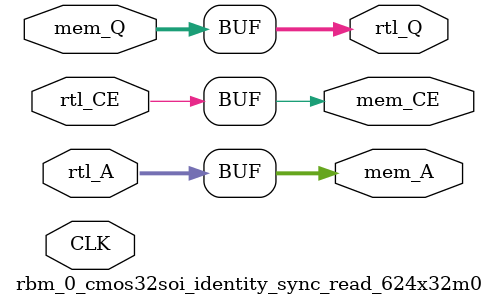
<source format=v>
module rbm_0_cmos32soi_rtl(clk, rst, rd_grant, wr_grant, conf_done, 
conf_num_hidden, conf_num_visible, conf_num_users, conf_num_loops, 
conf_num_testusers, conf_num_movies, data_in_valid, data_in_data, data_out_ready, 
mt_Q1, pos_Q1, neg_Q1, predict_result_Q1, edges_Q1, edges_Q2, visibleEnergies_Q2, 
visibleEnergies_Q3, data_Q1, data_Q2, hidden_unit_Q2, hidden_unit_Q3, rd_index, 
rd_length, rd_request, wr_index, wr_length, wr_request, done, data_in_ready, 
data_out_valid, data_out_data, mt_CE0, mt_A0, mt_D0, mt_WE0, mt_CE1, mt_A1, 
pos_CE0, pos_A0, pos_D0, pos_WE0, pos_CE1, pos_A1, neg_CE0, neg_A0, neg_D0, 
neg_WE0, neg_CE1, neg_A1, predict_result_CE0, predict_result_A0, 
predict_result_D0, predict_result_WE0, predict_result_CE1, predict_result_A1, 
edges_CE0, edges_A0, edges_D0, edges_WE0, edges_CE1, edges_A1, edges_CE2, 
edges_A2, visibleEnergies_CE0, visibleEnergies_A0, visibleEnergies_D0, 
visibleEnergies_WE0, visibleEnergies_CE1, visibleEnergies_A1, visibleEnergies_D1, 
visibleEnergies_WE1, visibleEnergies_CE2, visibleEnergies_A2, 
visibleEnergies_CE3, visibleEnergies_A3, data_CE0, data_A0, data_D0, data_WE0, 
data_CE1, data_A1, data_CE2, data_A2, hidden_unit_CE0, hidden_unit_A0, 
hidden_unit_D0, hidden_unit_WE0, hidden_unit_CE1, hidden_unit_A1, hidden_unit_D1, 
hidden_unit_WE1, hidden_unit_CE2, hidden_unit_A2, hidden_unit_CE3, 
hidden_unit_A3);
  input clk;
  input rst;
  input rd_grant;
  input wr_grant;
  input conf_done;
  input [31:0] conf_num_hidden;
  input [31:0] conf_num_visible;
  input [31:0] conf_num_users;
  input [31:0] conf_num_loops;
  input [31:0] conf_num_testusers;
  input [31:0] conf_num_movies;
  input data_in_valid;
  input [31:0] data_in_data;
  input data_out_ready;
  input [31:0] mt_Q1;
  input pos_Q1;
  input neg_Q1;
  input [3:0] predict_result_Q1;
  input [7:0] edges_Q1;
  input [7:0] edges_Q2;
  input [15:0] visibleEnergies_Q2;
  input [15:0] visibleEnergies_Q3;
  input [7:0] data_Q1;
  input [7:0] data_Q2;
  input hidden_unit_Q2;
  input hidden_unit_Q3;
  output reg [31:0] rd_index;
  output reg [31:0] rd_length;
  output reg rd_request;
  output reg [31:0] wr_index;
  output reg [31:0] wr_length;
  output reg wr_request;
  output reg done;
  output reg data_in_ready;
  output data_out_valid;
  output reg [31:0] data_out_data;
  output mt_CE0;
  output [9:0] mt_A0;
  output [31:0] mt_D0;
  output mt_WE0;
  output mt_CE1;
  output [9:0] mt_A1;
  output pos_CE0;
  output [15:0] pos_A0;
  output pos_D0;
  output pos_WE0;
  output pos_CE1;
  output [15:0] pos_A1;
  output neg_CE0;
  output [15:0] neg_A0;
  output neg_D0;
  output neg_WE0;
  output neg_CE1;
  output [15:0] neg_A1;
  output predict_result_CE0;
  output [6:0] predict_result_A0;
  output [3:0] predict_result_D0;
  output predict_result_WE0;
  output predict_result_CE1;
  output [6:0] predict_result_A1;
  output edges_CE0;
  output [15:0] edges_A0;
  output [7:0] edges_D0;
  output edges_WE0;
  output edges_CE1;
  output [15:0] edges_A1;
  output edges_CE2;
  output [15:0] edges_A2;
  output visibleEnergies_CE0;
  output [2:0] visibleEnergies_A0;
  output [15:0] visibleEnergies_D0;
  output visibleEnergies_WE0;
  output visibleEnergies_CE1;
  output [2:0] visibleEnergies_A1;
  output [15:0] visibleEnergies_D1;
  output visibleEnergies_WE1;
  output visibleEnergies_CE2;
  output [2:0] visibleEnergies_A2;
  output visibleEnergies_CE3;
  output [2:0] visibleEnergies_A3;
  output data_CE0;
  output [9:0] data_A0;
  output [7:0] data_D0;
  output data_WE0;
  output data_CE1;
  output [9:0] data_A1;
  output data_CE2;
  output [9:0] data_A2;
  output hidden_unit_CE0;
  output [6:0] hidden_unit_A0;
  output hidden_unit_D0;
  output hidden_unit_WE0;
  output hidden_unit_CE1;
  output [6:0] hidden_unit_A1;
  output hidden_unit_D1;
  output hidden_unit_WE1;
  output hidden_unit_CE2;
  output [6:0] hidden_unit_A2;
  output hidden_unit_CE3;
  output [6:0] hidden_unit_A3;
  reg [15:0] num_hidden;
  reg [15:0] num_visible;
  reg [15:0] num_users;
  reg [15:0] num_loops;
  reg [15:0] num_testusers;
  reg [15:0] num_movies;
  reg init_done;
  reg train_input_done;
  reg predict_input_done;
  reg train_start;
  reg train_done;
  reg predict_start;
  reg predict_done;
  reg output_start;
  reg output_done;
  reg data_out_set_valid_curr;
  wire data_out_can_put_sig;
  wire data_out_sync_snd_set_valid_prev;
  wire data_out_sync_snd_reset_valid_prev;
  wire data_out_sync_snd_reset_valid_curr;
  wire data_out_sync_snd_valid_flop;
  wire [6:0] rbm_0_cmos32soi_sigmoid_ln205_z;
  wire [6:0] rbm_0_cmos32soi_sigmoid_ln250_z;
  wire [3:0] rbm_0_cmos32soi_round__ln469_z;
  reg [2:0] state_rbm_0_cmos32soi_rbm_config;
  reg [2:0] state_rbm_0_cmos32soi_rbm_config_next;
  reg [15:0] num_hidden_d;
  reg [15:0] num_loops_d;
  reg [15:0] num_movies_d;
  reg [15:0] num_users_d;
  reg [15:0] num_visible_d;
  reg init_done_d;
  reg [15:0] num_testusers_d;
  reg [15:0] state_rbm_0_cmos32soi_rbm_load;
  reg [15:0] state_rbm_0_cmos32soi_rbm_load_next;
  reg [15:0] read_rbm_num_testusers_ln554_q;
  reg [15:0] read_rbm_num_users_ln555_q;
  reg [15:0] read_rbm_num_visible_ln553_q;
  reg [15:0] read_rbm_num_loops_ln556_q;
  reg [31:0] mul_ln638_q;
  reg ternaryMux_ln629_0_q;
  reg eq_ln629_0_Z_0_tag_0;
  reg [9:0] mult_ln665_q;
  reg [31:0] mux_dma_index_ln637_q;
  reg [15:0] mux_index_ln624_q;
  reg [15:0] mux_loop_count_ln624_q;
  reg [9:0] add_ln669_q;
  reg data_bridge0_rtl_CE_en;
  reg [9:0] data_bridge0_rtl_a;
  reg [7:0] data_bridge0_rtl_d;
  reg [31:0] rd_length_d;
  reg [31:0] rd_index_d;
  reg predict_input_done_d;
  reg train_input_done_d;
  reg rd_request_d;
  reg data_in_ready_d;
  reg [63:0] read_rbm_num_visible_ln553_d;
  reg [31:0] mul_ln638_d;
  reg [1:0] eq_ln629_0_Z_0_tag_d_0;
  reg [9:0] mult_ln665_d;
  reg [15:0] mux_dma_index_ln637_d;
  reg [2:0] mux_dma_index_ln637_1_d_0;
  reg [7:0] mux_dma_index_ln637_19_d_0;
  reg [4:0] mux_dma_index_ln637_27_d_0;
  reg [32:0] mux_index_ln624_d;
  reg [8:0] add_ln669_d;
  reg [38:0] state_rbm_0_cmos32soi_rbm_predict_rbm;
  reg [38:0] state_rbm_0_cmos32soi_rbm_predict_rbm_next;
  reg memread_rbm_hidden_unit_ln405_Q_0_tag_0;
  reg mux_count_ln895_Z_7_tag_0;
  reg lt_ln471_q;
  reg [1:0] add_ln281_reg_0_0;
  reg mux_sum_ln236_14_q;
  reg [8:0] mux_v_ln388_q;
  reg [159:0] memwrite_pow2_ln455_q;
  reg [7:0] add_ln388_1_q;
  reg [500:0] mux_predict_vector_ln471_0_q;
  reg mux_user_ln863_q;
  reg [500:0] memwrite_rbm_predict_vector_ln481_q;
  reg [15:0] read_rbm_num_hidden_ln852_q;
  reg [15:0] read_rbm_num_testusers_ln850_q;
  reg [15:0] read_rbm_num_visible_ln851_q;
  reg [15:0] add_ln238_1_q;
  reg and_ln886_q;
  reg [15:0] add_ln402_1_q;
  reg [14:0] add_ln925_1_q;
  reg [3:0] rbm_0_cmos32soi_round_ln469_round_out_q;
  reg edges_bridge1_rtl_CE_en;
  wire [7:0] edges_bridge1_rtl_Q;
  reg memwrite_rbm_predict_result_ln910_en;
  reg visibleEnergies_bridge2_rtl_CE_en;
  reg [2:0] visibleEnergies_bridge2_rtl_a;
  wire [15:0] visibleEnergies_bridge2_rtl_Q;
  reg ctrlAnd_1_ln402_z;
  reg [6:0] mux_h_ln400_z;
  wire memread_rbm_hidden_unit_ln405_rtl_Q;
  reg ctrlAnd_1_ln238_z;
  reg [9:0] add_ln240_z;
  wire [7:0] memread_rbm_data_ln240_rtl_Q;
  reg hidden_unit_bridge0_rtl_CE_en;
  reg [6:0] hidden_unit_bridge0_rtl_a;
  reg hidden_unit_bridge0_rtl_d;
  reg visibleEnergies_bridge0_rtl_CE_en;
  reg [15:0] visibleEnergies_bridge0_rtl_d;
  reg memread_rbm_hidden_unit_ln405_Q_0_tag_d;
  reg predict_start_d;
  reg predict_done_d;
  reg mux_count_ln895_Z_7_tag_d;
  reg lt_ln471_z;
  reg [63:0] add_ln281_reg_0_d;
  reg [14:0] mux_predict_vector_ln471_0_487_d_0;
  reg [63:0] mux_v_ln388_d;
  reg [63:0] memwrite_pow2_ln455_55_d_0;
  reg [48:0] memwrite_pow2_ln455_119_d_0;
  reg [37:0] mux_predict_vector_ln471_0_62_d_0;
  reg [63:0] mux_predict_vector_ln471_0_100_d_0;
  reg [9:0] mux_predict_vector_ln471_0_101_d_0;
  reg mux_predict_vector_ln471_0_111_d;
  reg [30:0] mux_predict_vector_ln471_0_112_d_0;
  reg [7:0] mux_predict_vector_ln471_0_144_d_0;
  reg [1:0] mux_predict_vector_ln471_0_152_d_0;
  reg [6:0] mux_predict_vector_ln471_0_154_d_0;
  reg [63:0] mux_predict_vector_ln471_0_223_d_0;
  reg [12:0] mux_predict_vector_ln471_0_287_d_0;
  reg [31:0] mux_predict_vector_ln471_0_300_d_0;
  reg [3:0] mux_predict_vector_ln471_0_332_d_0;
  reg [31:0] mux_predict_vector_ln471_0_336_d_0;
  reg mux_predict_vector_ln471_0_368_d;
  reg [1:0] mux_predict_vector_ln471_0_369_d_0;
  reg [1:0] mux_predict_vector_ln471_0_371_d_0;
  reg [16:0] mux_predict_vector_ln471_0_373_d_0;
  reg [15:0] mux_predict_vector_ln471_0_389_d_0;
  reg [15:0] mux_predict_vector_ln471_0_406_d_0;
  reg [6:0] mux_predict_vector_ln471_0_422_d_0;
  reg [9:0] mux_predict_vector_ln471_0_429_d_0;
  reg [5:0] mux_predict_vector_ln471_0_430_d_0;
  reg [1:0] mux_predict_vector_ln471_0_445_d_0;
  reg [13:0] mux_predict_vector_ln471_0_447_d_0;
  reg [2:0] mux_predict_vector_ln471_0_461_d_0;
  reg [9:0] mux_predict_vector_ln471_0_464_d_0;
  reg [6:0] mux_predict_vector_ln471_0_474_d_0;
  reg [5:0] mux_predict_vector_ln471_0_475_d_0;
  reg [63:0] mux_user_ln863_d_0;
  reg [63:0] memwrite_rbm_predict_vector_ln481_63_d_0;
  reg [63:0] memwrite_rbm_predict_vector_ln481_127_d_0;
  reg [63:0] memwrite_rbm_predict_vector_ln481_191_d_0;
  reg [63:0] memwrite_rbm_predict_vector_ln481_255_d_0;
  reg [63:0] memwrite_rbm_predict_vector_ln481_319_d_0;
  reg [63:0] memwrite_rbm_predict_vector_ln481_383_d_0;
  reg [63:0] memwrite_rbm_predict_vector_ln481_447_d_0;
  reg [63:0] read_rbm_num_testusers_ln850_d;
  reg [16:0] add_ln402_1_d;
  reg [4:0] add_ln925_1_10_d_0;
  reg [3:0] rbm_0_cmos32soi_round_ln469_round_out_d;
  reg [15:0] mux_sum_ln236_z;
  reg [31:0] add_ln271_z_0;
  reg [6:0] state_rbm_0_cmos32soi_rbm_store;
  reg [6:0] state_rbm_0_cmos32soi_rbm_store_next;
  reg [31:0] mul_ln971_q;
  reg mux_index_ln951_q;
  reg [15:0] read_rbm_num_movies_ln945_q;
  reg [15:0] read_rbm_num_testusers_ln944_q;
  reg [30:0] add_ln974_1_q;
  reg ctrlAnd_1_ln985_z;
  reg [6:0] mux_i_ln983_z;
  wire [3:0] memread_rbm_predict_result_ln987_rtl_Q;
  reg output_start_d;
  reg [31:0] wr_length_d;
  reg [31:0] wr_index_d;
  reg wr_request_d;
  reg data_out_set_valid_curr_d;
  reg [31:0] data_out_data_d;
  reg output_done_d;
  reg [6:0] mul_ln971_d;
  reg [3:0] mul_ln971_7_d_0;
  reg [20:0] mul_ln971_11_d_0;
  reg [63:0] read_rbm_num_testusers_ln944_d;
  reg done_d;
  reg [94:0] state_rbm_0_cmos32soi_rbm_train_rbm;
  reg [94:0] state_rbm_0_cmos32soi_rbm_train_rbm_next;
  reg memread_rbm_mt_ln116_0_Q_0_tag_0;
  reg memread_rbm_mt_ln116_Q_0_tag_0;
  reg memread_rbm_mt_ln134_0_Q_0_tag_0;
  reg memread_rbm_mt_ln134_Q_0_tag_0;
  reg memread_rbm_mt_ln91_0_Q_0_tag_0;
  reg memread_rbm_mt_ln91_Q_0_tag_0;
  reg memread_rbm_hidden_unit_ln298_Q_0_tag_0;
  reg signed [31:0] mti_signal;
  reg lt_ln51_q;
  reg [10:0] mux_this_ln361_0_2_q;
  reg [17:0] memread_rbm_mt_ln116_0_2_q;
  reg [31:0] memread_pow2_ln359_q;
  reg [8:0] add_ln365_q;
  reg lt_ln356_q;
  reg mux_j_ln356_q;
  reg [1:0] add_ln356_1_q;
  reg [63:0] add_ln281_q;
  reg [63:0] add_ln271_q;
  reg sub_ln196_0_1_q;
  reg [8:0] mux_v_ln282_q;
  reg [159:0] memwrite_pow2_ln351_q;
  reg [7:0] add_ln282_1_q;
  reg [8:0] mux_mti_ln59_0_q;
  reg [63:0] mux_rem_ln58_q;
  reg [500:0] memwrite_rbm_visible_unit_ln365_q;
  reg [500:0] memwrite_rbm_visible_unit_ln369_q;
  reg [9:0] mult_ln195_q;
  reg mux_user_ln745_q;
  reg [30:0] add_ln745_1_q;
  reg and_ln757_q;
  reg mux_current_loop_ln733_q;
  reg [30:0] add_ln836_1_q;
  reg [15:0] read_rbm_num_loops_ln690_q;
  reg [15:0] read_rbm_num_users_ln689_q;
  reg [15:0] read_rbm_num_visible_ln687_q;
  reg [15:0] read_rbm_num_hidden_ln688_q;
  reg [15:0] add_ln713_1_q;
  reg [15:0] add_ln708_1_q;
  reg expand_ln809_q;
  reg Wait_ln782_q;
  reg edges_bridge0_rtl_CE_en;
  reg [7:0] edges_bridge0_rtl_d;
  reg visibleEnergies_bridge3_rtl_CE_en;
  reg [2:0] visibleEnergies_bridge3_rtl_a;
  wire [15:0] visibleEnergies_bridge3_rtl_Q;
  reg ctrlOr_ln803_z;
  reg [15:0] mux_add_ln811_Z_v;
  wire memread_rbm_neg_ln813_rtl_Q;
  wire memread_rbm_pos_ln812_rtl_Q;
  reg hidden_unit_bridge3_rtl_CE_en;
  reg [6:0] hidden_unit_bridge3_rtl_a;
  wire hidden_unit_bridge3_rtl_Q;
  reg visibleEnergies_bridge1_rtl_CE_en;
  reg [15:0] visibleEnergies_bridge1_rtl_d;
  reg hidden_unit_bridge1_rtl_CE_en;
  reg [6:0] hidden_unit_bridge1_rtl_a;
  reg hidden_unit_bridge1_rtl_d;
  reg mt_bridge0_rtl_CE_en;
  reg [9:0] mt_bridge0_rtl_a;
  reg [31:0] mt_bridge0_rtl_d;
  reg edges_bridge2_rtl_CE_en;
  reg [15:0] edges_bridge2_rtl_a;
  wire [7:0] edges_bridge2_rtl_Q;
  reg mt_bridge1_rtl_CE_en;
  reg [9:0] mt_bridge1_rtl_a;
  wire [31:0] mt_bridge1_rtl_Q;
  reg data_bridge1_rtl_CE_en;
  reg [9:0] data_bridge1_rtl_a;
  wire [7:0] data_bridge1_rtl_Q;
  reg memread_rbm_mt_ln116_0_Q_0_tag_d;
  reg memread_rbm_mt_ln116_Q_0_tag_d;
  reg memread_rbm_mt_ln134_0_Q_0_tag_d;
  reg memread_rbm_mt_ln134_Q_0_tag_d;
  reg memread_rbm_mt_ln91_0_Q_0_tag_d;
  reg memread_rbm_mt_ln91_Q_0_tag_d;
  reg memread_rbm_hidden_unit_ln298_Q_0_tag_d;
  reg [31:0] mti_signal_d;
  reg train_done_d;
  reg train_start_d;
  reg lt_ln51_z;
  reg mux_this_ln361_0_2_0_d;
  reg [9:0] mux_this_ln361_0_2_1_d_0;
  reg [28:0] memread_rbm_mt_ln116_0_2_d;
  reg [40:0] add_ln365_d;
  reg [3:0] mux_j_ln356_d_0;
  reg [63:0] add_ln281_d;
  reg add_ln271_11_d;
  reg [1:0] add_ln271_12_d_0;
  reg [1:0] add_ln271_14_d_0;
  reg [4:0] add_ln271_16_d_0;
  reg add_ln271_21_d;
  reg add_ln271_22_d;
  reg add_ln271_23_d;
  reg [30:0] add_ln271_24_d_0;
  reg add_ln271_55_d;
  reg [1:0] add_ln271_56_d_0;
  reg [4:0] add_ln271_58_d_0;
  reg add_ln271_63_d;
  reg sub_ln196_0_1_d;
  reg [63:0] mux_v_ln282_d;
  reg [63:0] memwrite_pow2_ln351_55_d_0;
  reg [48:0] memwrite_pow2_ln351_119_d_0;
  reg mux_mti_ln59_0_0_d;
  reg [6:0] mux_mti_ln59_0_1_d_0;
  reg mux_mti_ln59_0_8_d;
  reg [10:0] mux_rem_ln58_d;
  reg [2:0] mux_rem_ln58_11_d_0;
  reg [6:0] mux_rem_ln58_14_d_0;
  reg [5:0] mux_rem_ln58_15_d_0;
  reg [3:0] mux_rem_ln58_27_d_0;
  reg [2:0] mux_rem_ln58_31_d_0;
  reg [9:0] mux_rem_ln58_34_d_0;
  reg [1:0] mux_rem_ln58_44_d_0;
  reg mux_rem_ln58_46_d;
  reg [1:0] mux_rem_ln58_47_d_0;
  reg [4:0] mux_rem_ln58_49_d_0;
  reg mux_rem_ln58_54_d;
  reg [7:0] mux_rem_ln58_55_d_0;
  reg mux_rem_ln58_63_d;
  reg [3:0] memwrite_rbm_visible_unit_ln365_d;
  reg [1:0] memwrite_rbm_visible_unit_ln365_4_d_0;
  reg [3:0] memwrite_rbm_visible_unit_ln365_6_d_0;
  reg [31:0] memwrite_rbm_visible_unit_ln365_10_d_0;
  reg memwrite_rbm_visible_unit_ln365_42_d;
  reg [1:0] memwrite_rbm_visible_unit_ln365_43_d_0;
  reg [1:0] memwrite_rbm_visible_unit_ln365_45_d_0;
  reg [16:0] memwrite_rbm_visible_unit_ln365_47_d_0;
  reg [15:0] memwrite_rbm_visible_unit_ln365_63_d_0;
  reg [15:0] memwrite_rbm_visible_unit_ln365_80_d_0;
  reg memwrite_rbm_visible_unit_ln365_96_d;
  reg [5:0] memwrite_rbm_visible_unit_ln365_97_d_0;
  reg [9:0] memwrite_rbm_visible_unit_ln365_103_d_0;
  reg [5:0] memwrite_rbm_visible_unit_ln365_104_d_0;
  reg [1:0] memwrite_rbm_visible_unit_ln365_119_d_0;
  reg [18:0] memwrite_rbm_visible_unit_ln365_121_d_0;
  reg memwrite_rbm_visible_unit_ln365_140_d;
  reg [6:0] memwrite_rbm_visible_unit_ln365_141_d_0;
  reg [7:0] memwrite_rbm_visible_unit_ln365_148_d_0;
  reg [24:0] memwrite_rbm_visible_unit_ln365_156_d_0;
  reg memwrite_rbm_visible_unit_ln365_181_d;
  reg memwrite_rbm_visible_unit_ln365_182_d;
  reg [30:0] memwrite_rbm_visible_unit_ln365_183_d_0;
  reg [25:0] memwrite_rbm_visible_unit_ln365_214_d_0;
  reg memwrite_rbm_visible_unit_ln365_240_d;
  reg [22:0] memwrite_rbm_visible_unit_ln365_241_d_0;
  reg memwrite_rbm_visible_unit_ln365_264_d;
  reg memwrite_rbm_visible_unit_ln365_265_d;
  reg memwrite_rbm_visible_unit_ln365_266_d;
  reg memwrite_rbm_visible_unit_ln365_267_d;
  reg [25:0] memwrite_rbm_visible_unit_ln365_268_d_0;
  reg [8:0] memwrite_rbm_visible_unit_ln365_294_d_0;
  reg [63:0] memwrite_rbm_visible_unit_ln365_303_d_0;
  reg [63:0] memwrite_rbm_visible_unit_ln365_367_d_0;
  reg [63:0] memwrite_rbm_visible_unit_ln365_431_d_0;
  reg [5:0] memwrite_rbm_visible_unit_ln365_495_d_0;
  reg [63:0] memwrite_rbm_visible_unit_ln369_d;
  reg [63:0] memwrite_rbm_visible_unit_ln369_64_d_0;
  reg [63:0] memwrite_rbm_visible_unit_ln369_128_d_0;
  reg [63:0] memwrite_rbm_visible_unit_ln369_192_d_0;
  reg [63:0] memwrite_rbm_visible_unit_ln369_256_d_0;
  reg [63:0] memwrite_rbm_visible_unit_ln369_320_d_0;
  reg [63:0] memwrite_rbm_visible_unit_ln369_384_d_0;
  reg [52:0] memwrite_rbm_visible_unit_ln369_448_d_0;
  reg [41:0] mux_user_ln745_d_0;
  reg [32:0] mux_current_loop_ln733_d_0;
  reg [63:0] read_rbm_num_visible_ln687_d;
  reg [31:0] add_ln708_1_d;
  reg [15:0] mux_sum_ln191_z;

  // synopsys sync_set_reset_local rbm_0_cmos32soi_rbm_config_seq_block rst
  always @(posedge clk) // rbm_0_cmos32soi_rbm_config_sequential
    begin : rbm_0_cmos32soi_rbm_config_seq_block
      if (!rst) // Initialize state and outputs
      begin
        num_hidden <= 16'sh0;
        num_loops <= 16'sh0;
        num_movies <= 16'sh0;
        num_users <= 16'sh0;
        num_visible <= 16'sh0;
        init_done <= 1'sb0;
        num_testusers <= 16'sh0;
        state_rbm_0_cmos32soi_rbm_config <= 3'h1;
      end
      else // Update Q values
      begin
        num_hidden <= num_hidden_d;
        num_loops <= num_loops_d;
        num_movies <= num_movies_d;
        num_users <= num_users_d;
        num_visible <= num_visible_d;
        init_done <= init_done_d;
        num_testusers <= num_testusers_d;
        state_rbm_0_cmos32soi_rbm_config <= 
        state_rbm_0_cmos32soi_rbm_config_next;
      end
    end
  always @(*) begin : rbm_0_cmos32soi_rbm_config_combinational
      reg ctrlAnd_1_ln517_z;
      reg ctrlAnd_0_ln517_z;
      reg write_rbm_num_testusers_ln525_en;
      reg ctrlOr_ln532_z;
      reg ctrlOr_ln517_z;

      state_rbm_0_cmos32soi_rbm_config_next = 3'h0;
      ctrlAnd_1_ln517_z = conf_done & state_rbm_0_cmos32soi_rbm_config[1];
      ctrlAnd_0_ln517_z = !conf_done & state_rbm_0_cmos32soi_rbm_config[1];
      write_rbm_num_testusers_ln525_en = rst & ctrlAnd_1_ln517_z;
      ctrlOr_ln532_z = state_rbm_0_cmos32soi_rbm_config[2] | ctrlAnd_1_ln517_z;
      ctrlOr_ln517_z = ctrlAnd_0_ln517_z | state_rbm_0_cmos32soi_rbm_config[0];
      if (ctrlAnd_1_ln517_z) 
        num_hidden_d = conf_num_hidden[15:0];
      else 
        num_hidden_d = num_hidden;
      if (ctrlAnd_1_ln517_z) 
        num_loops_d = conf_num_loops[15:0];
      else 
        num_loops_d = num_loops;
      if (ctrlAnd_1_ln517_z) 
        num_movies_d = conf_num_movies[15:0];
      else 
        num_movies_d = num_movies;
      if (ctrlAnd_1_ln517_z) 
        num_users_d = conf_num_users[15:0];
      else 
        num_users_d = num_users;
      if (ctrlAnd_1_ln517_z) 
        num_visible_d = conf_num_visible[15:0];
      else 
        num_visible_d = num_visible;
      if (ctrlAnd_1_ln517_z) 
        init_done_d = 1'b1;
      else 
        init_done_d = init_done;
      if (write_rbm_num_testusers_ln525_en) 
        num_testusers_d = conf_num_testusers[15:0];
      else 
        num_testusers_d = num_testusers;
      case (1'b1)// synopsys parallel_case
        state_rbm_0_cmos32soi_rbm_config[0]: // Wait_ln514
          state_rbm_0_cmos32soi_rbm_config_next[1] = 1'b1;
        state_rbm_0_cmos32soi_rbm_config[1]: // Wait_ln517
          begin
            case (1'b1)// synopsys parallel_case
              ctrlOr_ln517_z: state_rbm_0_cmos32soi_rbm_config_next[1] = 1'b1;
              ctrlOr_ln532_z: state_rbm_0_cmos32soi_rbm_config_next[2] = 1'b1;
              default: state_rbm_0_cmos32soi_rbm_config_next = 3'hX;
            endcase
          end
        state_rbm_0_cmos32soi_rbm_config[2]: // Wait_ln534
          state_rbm_0_cmos32soi_rbm_config_next[2] = 1'b1;
        default: // Don't care
          state_rbm_0_cmos32soi_rbm_config_next = 3'hX;
      endcase
    end
  rbm_0_cmos32soi_rbm_data_out_can_put_mod_process 
                                                   rbm_0_cmos32soi_rbm_data_out_can_put_mod_process(
                                                   .data_out_valid(
                                                   data_out_valid), .data_out_ready(
                                                   data_out_ready), .data_out_can_put_sig(
                                                   data_out_can_put_sig));
  rbm_0_cmos32soi_rbm_data_out_sync_snd_back_method 
                                                    rbm_0_cmos32soi_rbm_data_out_sync_snd_back_method(
                                                    .clk(clk), .rst(rst), .data_out_ready(
                                                    data_out_ready), .data_out_valid(
                                                    data_out_valid), .data_out_set_valid_curr(
                                                    data_out_set_valid_curr), .data_out_sync_snd_set_valid_prev(
                                                    data_out_sync_snd_set_valid_prev), 
                                                    .data_out_sync_snd_reset_valid_prev(
                                                    data_out_sync_snd_reset_valid_prev), 
                                                    .data_out_sync_snd_reset_valid_curr(
                                                    data_out_sync_snd_reset_valid_curr), 
                                                    .data_out_sync_snd_valid_flop(
                                                    data_out_sync_snd_valid_flop));
  rbm_0_cmos32soi_rbm_data_out_sync_snd_valid_arb 
                                                  rbm_0_cmos32soi_rbm_data_out_sync_snd_valid_arb(
                                                  .data_out_set_valid_curr(
                                                  data_out_set_valid_curr), .data_out_sync_snd_set_valid_prev(
                                                  data_out_sync_snd_set_valid_prev), 
                                                  .data_out_sync_snd_reset_valid_curr(
                                                  data_out_sync_snd_reset_valid_curr), 
                                                  .data_out_sync_snd_reset_valid_prev(
                                                  data_out_sync_snd_reset_valid_prev), 
                                                  .data_out_sync_snd_valid_flop(
                                                  data_out_sync_snd_valid_flop), 
                                                  .data_out_valid(data_out_valid));
  rbm_0_cmos32soi_identity_sync_write_1002x8m0 data_bridge0(.rtl_CE(
                                               data_bridge0_rtl_CE_en), .rtl_A(
                                               data_bridge0_rtl_a), .rtl_D(
                                               data_bridge0_rtl_d), .rtl_WE(
                                               data_bridge0_rtl_CE_en), .CLK(clk), 
                                               .mem_CE(data_CE0), .mem_A(data_A0), 
                                               .mem_D(data_D0), .mem_WE(data_WE0));
  // synopsys sync_set_reset_local rbm_0_cmos32soi_rbm_load_seq_block rst
  always @(posedge clk) // rbm_0_cmos32soi_rbm_load_sequential
    begin : rbm_0_cmos32soi_rbm_load_seq_block
      if (!rst) // Initialize state and outputs
      begin
        rd_length <= 32'sh0;
        rd_index <= 32'sh0;
        predict_input_done <= 1'sb0;
        train_input_done <= 1'sb0;
        rd_request <= 1'sb0;
        data_in_ready <= 1'sb0;
        read_rbm_num_testusers_ln554_q <= 16'sh0;
        read_rbm_num_users_ln555_q <= 16'sh0;
        read_rbm_num_visible_ln553_q <= 16'sh0;
        read_rbm_num_loops_ln556_q <= 16'sh0;
        mul_ln638_q <= 32'sh0;
        ternaryMux_ln629_0_q <= 1'sb0;
        eq_ln629_0_Z_0_tag_0 <= 1'sb0;
        mult_ln665_q <= 10'sh0;
        mux_dma_index_ln637_q <= 32'sh0;
        mux_index_ln624_q <= 16'sh0;
        mux_loop_count_ln624_q <= 16'sh0;
        add_ln669_q <= 10'sh0;
        state_rbm_0_cmos32soi_rbm_load <= 16'h1;
      end
      else // Update Q values
      begin
        rd_length <= rd_length_d;
        rd_index <= rd_index_d;
        predict_input_done <= predict_input_done_d;
        train_input_done <= train_input_done_d;
        rd_request <= rd_request_d;
        data_in_ready <= data_in_ready_d;
        read_rbm_num_testusers_ln554_q <= read_rbm_num_visible_ln553_d[31:16];
        read_rbm_num_users_ln555_q <= read_rbm_num_visible_ln553_d[47:32];
        read_rbm_num_visible_ln553_q <= read_rbm_num_visible_ln553_d[15:0];
        read_rbm_num_loops_ln556_q <= read_rbm_num_visible_ln553_d[63:48];
        mul_ln638_q <= mul_ln638_d;
        ternaryMux_ln629_0_q <= eq_ln629_0_Z_0_tag_d_0[1];
        eq_ln629_0_Z_0_tag_0 <= eq_ln629_0_Z_0_tag_d_0[0];
        mult_ln665_q <= mult_ln665_d;
        mux_dma_index_ln637_q <= {mux_dma_index_ln637_27_d_0, 
        mux_dma_index_ln637_19_d_0, mux_dma_index_ln637_d[15:1], 
        mux_dma_index_ln637_1_d_0, mux_dma_index_ln637_d[0]};
        mux_index_ln624_q <= mux_index_ln624_d[15:0];
        mux_loop_count_ln624_q <= mux_index_ln624_d[31:16];
        add_ln669_q <= {mux_index_ln624_d[32], add_ln669_d};
        state_rbm_0_cmos32soi_rbm_load <= state_rbm_0_cmos32soi_rbm_load_next;
      end
    end
    
      reg [16:0] add_ln566_z;
      reg eq_ln569_z;
      reg ctrlOr_ln598_z;
      reg data_bridge0_rtl_d_sel;
      reg [31:0] mul_ln638_z;
      reg [15:0] mux_loop_count_ln598_z;
      reg [15:0] mux_index_ln598_z;
      reg ctrlAnd_1_ln237_z;
      reg ctrlAnd_0_ln237_z;
      reg ctrlAnd_1_ln237_0_z;
      reg ctrlAnd_0_ln237_0_z;
      reg ctrlAnd_1_ln550_z;
      reg ctrlAnd_0_ln550_z;
      reg ctrlAnd_1_ln570_z;
      reg ctrlAnd_0_ln570_z;
      reg ctrlAnd_1_ln575_z;
      reg ctrlAnd_0_ln575_z;
      reg ctrlAnd_1_ln604_z;
      reg ctrlAnd_0_ln604_z;

      reg ctrlAnd_1_ln607_z;
      reg ctrlAnd_0_ln607_z;
      reg ctrlAnd_1_ln614_z;
      reg ctrlAnd_0_ln614_z;
      reg ctrlAnd_1_ln617_z;
      reg ctrlAnd_0_ln617_z;
      reg ctrlAnd_1_ln644_z;
      reg ctrlAnd_0_ln644_z;
      reg ctrlAnd_1_ln649_z;
      reg ctrlAnd_0_ln649_z;
      reg [8:0] mux_i_ln585_z;
      reg [15:0] mux_read_rbm_num_loops_ln556_Z_0_mux_0_v;
      reg [15:0] mux_read_rbm_num_testusers_ln554_Z_0_mux_0_v;
      reg [15:0] mux_read_rbm_num_users_ln555_Z_0_mux_0_v;
      reg [15:0] mux_read_rbm_num_visible_ln553_Z_0_mux_0_v;
      reg [15:0] mux_read_rbm_num_loops_ln556_Z_v;
      reg [15:0] mux_read_rbm_num_testusers_ln554_Z_v;
      reg [15:0] mux_read_rbm_num_users_ln555_Z_v;
      reg [15:0] mux_read_rbm_num_visible_ln553_Z_v;
      reg [8:0] mux_i_0_ln659_z;
      reg [31:0] mux_mul_ln638_Z_v;
      reg [31:0] mux_mul_ln638_Z_0_mux_0_v;
      reg ne_ln600_z;
      reg [15:0] add_ln626_z;
      reg [15:0] add_ln623_z;
      reg data_in_ready_sel_0;
      reg ctrlAnd_1_ln569_z;
      reg ctrlAnd_0_ln569_z;
      reg ctrlOr_ln585_0_z;
      reg ctrlOr_ln607_z;
      reg ctrlOr_ln600_z;
      reg ctrlOr_ln617_z;
      reg rd_request_sel_0;
      reg ctrlOr_ln659_0_z;
      reg eq_ln587_z;
      reg lt_ln585_z;
      reg [8:0] mux_mux_i_ln585_Z_v;
      reg [8:0] add_ln585_z;
      reg [15:0] mux_read_rbm_num_loops_ln556_Z_0_mux_1_v;
      reg [15:0] mux_read_rbm_num_testusers_ln554_Z_0_mux_1_v;
      reg [15:0] mux_read_rbm_num_users_ln555_Z_0_mux_1_v;
      reg [15:0] mux_read_rbm_num_visible_ln553_Z_0_mux_1_v;
      reg [8:0] add_ln659_z;
      reg eq_ln661_z;
      reg lt_ln659_z;
      reg mux_mux_i_0_ln659_Z_0_v;
      reg [9:0] add_ln665_z;
      reg [31:0] mux_mul_ln638_Z_0_mux_1_v;
      reg eq_ln624_z;
      reg ctrlOr_ln569_z;
      reg ctrlOr_ln570_z;
      reg ctrlAnd_1_ln629_z;
      reg ctrlAnd_0_ln629_z;
      reg mux_dma_index_ln637_19_mux_0_sel;
      reg mux_dma_index_ln637_1_mux_0_sel;
      reg mux_dma_index_ln637_27_mux_0_sel;
      reg mux_dma_index_ln637_sel;
      reg if_ln587_z;
      reg if_ln585_z;
      reg [7:0] mux_add_ln585_Z_1_v_0;
      reg [7:0] mux_add_ln659_Z_1_v_0;
      reg if_ln661_z;
      reg if_ln659_z;
      reg [9:0] mux_add_ln665_Z_v;
      reg ctrlAnd_1_ln600_z;
      reg ctrlAnd_0_ln600_z;
      reg ternaryMux_ln624_0_z;
      reg ctrlOr_ln575_z;
      reg ctrlAnd_1_ln643_z;
      reg rd_index_hold;
      reg ctrlAnd_0_ln643_z;
      reg ctrlOr_ln632_z;
      reg and_1_ln587_z;
      reg or_and_0_ln587_Z_0_z;
      reg and_1_ln661_z;
      reg or_and_0_ln661_Z_0_z;
      reg predict_input_done_hold;
      reg ctrlOr_ln614_z;
      reg train_input_done_hold;
      reg ctrlOr_ln604_z;
      reg [15:0] mux_loop_count_ln624_z;
      reg [15:0] mux_index_ln624_z;
      reg ctrlOr_ln643_z;
      reg ctrlOr_ln644_z;
      reg ctrlAnd_1_ln587_z;
      reg ctrlAnd_0_ln587_z;
      reg ctrlAnd_1_ln661_z;
      reg ctrlAnd_0_ln661_z;
      reg [15:0] mux_mux_loop_count_ln624_Z_0_mux_0_v;
      reg [15:0] mux_mux_loop_count_ln624_Z_v;
      reg and_ln653_z;
      reg [15:0] mux_mux_index_ln624_Z_0_mux_0_v;
      reg [15:0] mux_mux_index_ln624_Z_v;
      reg [31:0] mul_ln636_z;
      reg eq_ln629_z;
      reg eq_ln629_0_z;
      reg rd_request_hold;
      reg rd_request_sel;
      reg ctrlOr_ln649_z;
      reg ctrlOr_ln237_0_z;
      reg data_in_ready_hold;
      reg data_in_ready_sel;
      reg ctrlOr_ln237_z;
      reg xor_ln654_z;
      reg [31:0] add_ln638_z;
      reg mux_eq_ln629_0_Z_0_v;
      reg mux_eq_ln629_0_Z_0_v_0;
      reg ternaryMux_ln629_0_z;
      reg add_ln669_sel;
      reg mult_ln665_sel;
      reg mux_index_ln624_sel;
      reg read_rbm_num_visible_ln553_sel;
      reg [9:0] mult_ln665_z;
      reg mux_ternaryMux_ln629_0_Z_0_v;
      reg mux_ternaryMux_ln629_0_Z_0_v_0;
      reg [31:0] mux_dma_index_ln637_z;
      reg [9:0] mux_mult_ln665_Z_0_mux_0_v;
      reg [9:0] mux_mult_ln665_Z_v;
      reg [9:0] add_ln669_z;
      reg [31:0] mux_mux_dma_index_ln637_Z_27_v_1;
      reg [31:0] mux_mux_dma_index_ln637_Z_27_mux_0_v;
      reg [9:0] mux_add_ln669_Z_v;
      reg [9:0] mux_add_ln669_Z_0_mux_0_v;
  always @(*) begin : rbm_0_cmos32soi_rbm_load_combinational

      state_rbm_0_cmos32soi_rbm_load_next = 16'h0;
      add_ln566_z = {1'b0, num_movies} + num_movies[15:2];
      eq_ln569_z = num_loops == 16'h0;
      ctrlOr_ln598_z = state_rbm_0_cmos32soi_rbm_load[9] | 
      state_rbm_0_cmos32soi_rbm_load[3];
      data_bridge0_rtl_CE_en = state_rbm_0_cmos32soi_rbm_load[9] | 
      state_rbm_0_cmos32soi_rbm_load[11] | state_rbm_0_cmos32soi_rbm_load[3] | 
      state_rbm_0_cmos32soi_rbm_load[15];
      case (1'b1)// synopsys parallel_case
        state_rbm_0_cmos32soi_rbm_load[15]: data_bridge0_rtl_a = {1'b0, 
          add_ln669_q[8:0]};
        state_rbm_0_cmos32soi_rbm_load[3]: data_bridge0_rtl_a = 
          read_rbm_num_visible_ln553_q[9:0];
        state_rbm_0_cmos32soi_rbm_load[11]: data_bridge0_rtl_a = 
          mux_dma_index_ln637_q[18:9];
        state_rbm_0_cmos32soi_rbm_load[9]: data_bridge0_rtl_a = add_ln669_q;
        default: data_bridge0_rtl_a = 10'hX;
      endcase
      data_bridge0_rtl_d_sel = state_rbm_0_cmos32soi_rbm_load[11] | 
      state_rbm_0_cmos32soi_rbm_load[15];
      mul_ln638_z = num_visible * num_users;
      if (state_rbm_0_cmos32soi_rbm_load[3]) 
        mux_loop_count_ln598_z = 16'h0;
      else 
        mux_loop_count_ln598_z = mux_loop_count_ln624_q;
      if (state_rbm_0_cmos32soi_rbm_load[3]) 
        mux_index_ln598_z = 16'h0;
      else 
        mux_index_ln598_z = mux_index_ln624_q;
      ctrlAnd_1_ln237_z = data_in_valid & state_rbm_0_cmos32soi_rbm_load[10];
      ctrlAnd_0_ln237_z = !data_in_valid & state_rbm_0_cmos32soi_rbm_load[10];
      ctrlAnd_1_ln237_0_z = data_in_valid & state_rbm_0_cmos32soi_rbm_load[14];
      ctrlAnd_0_ln237_0_z = !data_in_valid & state_rbm_0_cmos32soi_rbm_load[14];
      ctrlAnd_1_ln550_z = init_done & state_rbm_0_cmos32soi_rbm_load[0];
      ctrlAnd_0_ln550_z = !init_done & state_rbm_0_cmos32soi_rbm_load[0];
      ctrlAnd_1_ln570_z = train_done & state_rbm_0_cmos32soi_rbm_load[1];
      ctrlAnd_0_ln570_z = !train_done & state_rbm_0_cmos32soi_rbm_load[1];
      ctrlAnd_1_ln575_z = rd_grant & state_rbm_0_cmos32soi_rbm_load[2];
      ctrlAnd_0_ln575_z = !rd_grant & state_rbm_0_cmos32soi_rbm_load[2];
      ctrlAnd_1_ln604_z = train_start & state_rbm_0_cmos32soi_rbm_load[4];
      ctrlAnd_0_ln604_z = !train_start & state_rbm_0_cmos32soi_rbm_load[4];
      ctrlAnd_1_ln607_z = !train_start & state_rbm_0_cmos32soi_rbm_load[5];
      ctrlAnd_0_ln607_z = train_start & state_rbm_0_cmos32soi_rbm_load[5];
      ctrlAnd_1_ln614_z = predict_start & state_rbm_0_cmos32soi_rbm_load[12];
      ctrlAnd_0_ln614_z = !predict_start & state_rbm_0_cmos32soi_rbm_load[12];
      ctrlAnd_1_ln617_z = !predict_start & state_rbm_0_cmos32soi_rbm_load[13];
      ctrlAnd_0_ln617_z = predict_start & state_rbm_0_cmos32soi_rbm_load[13];
      ctrlAnd_1_ln644_z = train_done & state_rbm_0_cmos32soi_rbm_load[7];
      ctrlAnd_0_ln644_z = !train_done & state_rbm_0_cmos32soi_rbm_load[7];
      ctrlAnd_1_ln649_z = rd_grant & state_rbm_0_cmos32soi_rbm_load[8];
      ctrlAnd_0_ln649_z = !rd_grant & state_rbm_0_cmos32soi_rbm_load[8];
      case (1'b1)// synopsys parallel_case
        data_bridge0_rtl_d_sel: data_bridge0_rtl_d = mux_dma_index_ln637_q[26:19];
        ctrlOr_ln598_z: data_bridge0_rtl_d = 8'h1;
        default: data_bridge0_rtl_d = 8'hX;
      endcase
      if (state_rbm_0_cmos32soi_rbm_load[2]) 
        mux_i_ln585_z = 9'h0;
      else 
        mux_i_ln585_z = {mux_dma_index_ln637_q[3:1], mux_dma_index_ln637_q[31:27], 
        !add_ln669_q[0]};
      if (state_rbm_0_cmos32soi_rbm_load[1]) 
        mux_read_rbm_num_loops_ln556_Z_0_mux_0_v = read_rbm_num_loops_ln556_q;
      else 
        mux_read_rbm_num_loops_ln556_Z_0_mux_0_v = num_loops;
      if (state_rbm_0_cmos32soi_rbm_load[1]) 
        mux_read_rbm_num_testusers_ln554_Z_0_mux_0_v = 
        read_rbm_num_testusers_ln554_q;
      else 
        mux_read_rbm_num_testusers_ln554_Z_0_mux_0_v = num_testusers;
      if (state_rbm_0_cmos32soi_rbm_load[1]) 
        mux_read_rbm_num_users_ln555_Z_0_mux_0_v = read_rbm_num_users_ln555_q;
      else 
        mux_read_rbm_num_users_ln555_Z_0_mux_0_v = num_users;
      if (state_rbm_0_cmos32soi_rbm_load[1]) 
        mux_read_rbm_num_visible_ln553_Z_0_mux_0_v = 
        read_rbm_num_visible_ln553_q;
      else 
        mux_read_rbm_num_visible_ln553_Z_0_mux_0_v = num_visible;
      if (state_rbm_0_cmos32soi_rbm_load[0]) 
        mux_read_rbm_num_loops_ln556_Z_v = num_loops;
      else 
        mux_read_rbm_num_loops_ln556_Z_v = read_rbm_num_loops_ln556_q;
      if (state_rbm_0_cmos32soi_rbm_load[0]) 
        mux_read_rbm_num_testusers_ln554_Z_v = num_testusers;
      else 
        mux_read_rbm_num_testusers_ln554_Z_v = read_rbm_num_testusers_ln554_q;
      if (state_rbm_0_cmos32soi_rbm_load[0]) 
        mux_read_rbm_num_users_ln555_Z_v = num_users;
      else 
        mux_read_rbm_num_users_ln555_Z_v = read_rbm_num_users_ln555_q;
      if (state_rbm_0_cmos32soi_rbm_load[0]) 
        mux_read_rbm_num_visible_ln553_Z_v = num_visible;
      else 
        mux_read_rbm_num_visible_ln553_Z_v = read_rbm_num_visible_ln553_q;
      if (state_rbm_0_cmos32soi_rbm_load[8]) 
        mux_i_0_ln659_z = 9'h0;
      else 
        mux_i_0_ln659_z = {mux_dma_index_ln637_q[8:1], !mux_dma_index_ln637_q[0]};
      if (state_rbm_0_cmos32soi_rbm_load[0]) 
        mux_mul_ln638_Z_v = mul_ln638_z;
      else 
        mux_mul_ln638_Z_v = mul_ln638_q;
      if (state_rbm_0_cmos32soi_rbm_load[1]) 
        mux_mul_ln638_Z_0_mux_0_v = mul_ln638_q;
      else 
        mux_mul_ln638_Z_0_mux_0_v = mul_ln638_z;
      ne_ln600_z = mux_loop_count_ln598_z != read_rbm_num_loops_ln556_q;
      add_ln626_z = mux_loop_count_ln598_z + 16'h1;
      add_ln623_z = mux_index_ln598_z + 16'h1;
      data_in_ready_sel_0 = ctrlAnd_1_ln237_z | ctrlAnd_1_ln237_0_z;
      ctrlAnd_1_ln569_z = !eq_ln569_z & ctrlAnd_1_ln550_z;
      ctrlAnd_0_ln569_z = eq_ln569_z & ctrlAnd_1_ln550_z;
      ctrlOr_ln585_0_z = state_rbm_0_cmos32soi_rbm_load[15] | ctrlAnd_1_ln575_z;
      ctrlOr_ln607_z = ctrlAnd_0_ln607_z | ctrlAnd_1_ln604_z;
      ctrlOr_ln600_z = ctrlAnd_1_ln617_z | ctrlAnd_1_ln607_z;
      ctrlOr_ln617_z = ctrlAnd_0_ln617_z | ctrlAnd_1_ln614_z;
      rd_request_sel_0 = ctrlAnd_1_ln649_z | ctrlAnd_1_ln575_z;
      ctrlOr_ln659_0_z = state_rbm_0_cmos32soi_rbm_load[11] | ctrlAnd_1_ln649_z;
      eq_ln587_z = {7'h0, mux_i_ln585_z} == read_rbm_num_visible_ln553_q;
      lt_ln585_z = mux_i_ln585_z[8:2] <= 7'h7c;
      if (state_rbm_0_cmos32soi_rbm_load[14]) 
        mux_mux_i_ln585_Z_v = add_ln669_q[8:0];
      else 
        mux_mux_i_ln585_Z_v = mux_i_ln585_z;
      add_ln585_z = mux_i_ln585_z + 9'h1;
      if (state_rbm_0_cmos32soi_rbm_load[2]) 
        mux_read_rbm_num_loops_ln556_Z_0_mux_1_v = read_rbm_num_loops_ln556_q;
      else 
        mux_read_rbm_num_loops_ln556_Z_0_mux_1_v = 
        mux_read_rbm_num_loops_ln556_Z_0_mux_0_v;
      if (state_rbm_0_cmos32soi_rbm_load[2]) 
        mux_read_rbm_num_testusers_ln554_Z_0_mux_1_v = 
        read_rbm_num_testusers_ln554_q;
      else 
        mux_read_rbm_num_testusers_ln554_Z_0_mux_1_v = 
        mux_read_rbm_num_testusers_ln554_Z_0_mux_0_v;
      if (state_rbm_0_cmos32soi_rbm_load[2]) 
        mux_read_rbm_num_users_ln555_Z_0_mux_1_v = read_rbm_num_users_ln555_q;
      else 
        mux_read_rbm_num_users_ln555_Z_0_mux_1_v = 
        mux_read_rbm_num_users_ln555_Z_0_mux_0_v;
      if (state_rbm_0_cmos32soi_rbm_load[2]) 
        mux_read_rbm_num_visible_ln553_Z_0_mux_1_v = 
        read_rbm_num_visible_ln553_q;
      else 
        mux_read_rbm_num_visible_ln553_Z_0_mux_1_v = 
        mux_read_rbm_num_visible_ln553_Z_0_mux_0_v;
      add_ln659_z = mux_i_0_ln659_z + 9'h1;
      eq_ln661_z = {7'h0, mux_i_0_ln659_z} == read_rbm_num_visible_ln553_q;
      lt_ln659_z = mux_i_0_ln659_z[8:2] <= 7'h7c;
      if (state_rbm_0_cmos32soi_rbm_load[10]) 
        mux_mux_i_0_ln659_Z_0_v = mux_dma_index_ln637_q[0];
      else 
        mux_mux_i_0_ln659_Z_0_v = mux_i_0_ln659_z[0];
      add_ln665_z = mult_ln665_q + mux_i_0_ln659_z;
      if (state_rbm_0_cmos32soi_rbm_load[2]) 
        mux_mul_ln638_Z_0_mux_1_v = mul_ln638_q;
      else 
        mux_mul_ln638_Z_0_mux_1_v = mux_mul_ln638_Z_0_mux_0_v;
      eq_ln624_z = add_ln623_z == read_rbm_num_users_ln555_q;
      ctrlOr_ln569_z = ctrlAnd_1_ln569_z | ctrlAnd_1_ln570_z;
      ctrlOr_ln570_z = ctrlAnd_0_ln570_z | ctrlAnd_0_ln569_z;
      ctrlAnd_1_ln629_z = !ternaryMux_ln629_0_q & ctrlOr_ln600_z;
      ctrlAnd_0_ln629_z = ternaryMux_ln629_0_q & ctrlOr_ln600_z;
      mux_dma_index_ln637_19_mux_0_sel = ctrlOr_ln617_z | ctrlOr_ln607_z;
      mux_dma_index_ln637_1_mux_0_sel = ctrlOr_ln617_z | ctrlOr_ln607_z | 
      ctrlAnd_1_ln237_z | ctrlAnd_1_ln237_0_z;
      mux_dma_index_ln637_27_mux_0_sel = ctrlOr_ln617_z | ctrlOr_ln607_z | 
      ctrlAnd_1_ln237_0_z;
      mux_dma_index_ln637_sel = ctrlOr_ln617_z | ctrlOr_ln607_z | 
      ctrlAnd_1_ln237_z;
      if_ln587_z = ~eq_ln587_z;
      if_ln585_z = ~lt_ln585_z;
      if (state_rbm_0_cmos32soi_rbm_load[14]) 
        mux_add_ln585_Z_1_v_0 = {mux_dma_index_ln637_q[3:1], 
        mux_dma_index_ln637_q[31:27]};
      else 
        mux_add_ln585_Z_1_v_0 = add_ln585_z[8:1];
      if (state_rbm_0_cmos32soi_rbm_load[10]) 
        mux_add_ln659_Z_1_v_0 = mux_dma_index_ln637_q[8:1];
      else 
        mux_add_ln659_Z_1_v_0 = add_ln659_z[8:1];
      if_ln661_z = ~eq_ln661_z;
      if_ln659_z = ~lt_ln659_z;
      if (state_rbm_0_cmos32soi_rbm_load[10]) 
        mux_add_ln665_Z_v = mux_dma_index_ln637_q[18:9];
      else 
        mux_add_ln665_Z_v = add_ln665_z;
      ctrlAnd_1_ln600_z = !ne_ln600_z & ctrlOr_ln598_z;
      ctrlAnd_0_ln600_z = ne_ln600_z & ctrlOr_ln598_z;
      ternaryMux_ln624_0_z = eq_ln624_z & ne_ln600_z;
      ctrlOr_ln575_z = ctrlAnd_0_ln575_z | ctrlOr_ln569_z;
      ctrlAnd_1_ln643_z = !eq_ln629_0_Z_0_tag_0 & ctrlAnd_1_ln629_z;
      rd_index_hold = ~(ctrlAnd_1_ln629_z | ctrlAnd_1_ln550_z);
      ctrlAnd_0_ln643_z = eq_ln629_0_Z_0_tag_0 & ctrlAnd_1_ln629_z;
      ctrlOr_ln632_z = state_rbm_0_cmos32soi_rbm_load[6] | ctrlAnd_0_ln629_z;
      and_1_ln587_z = if_ln587_z & lt_ln585_z;
      or_and_0_ln587_Z_0_z = if_ln585_z | eq_ln587_z;
      and_1_ln661_z = if_ln661_z & lt_ln659_z;
      or_and_0_ln661_Z_0_z = if_ln659_z | eq_ln661_z;
      predict_input_done_hold = ~(ctrlAnd_1_ln614_z | ctrlAnd_1_ln600_z);
      ctrlOr_ln614_z = ctrlAnd_0_ln614_z | ctrlAnd_1_ln600_z;
      train_input_done_hold = ~(ctrlAnd_1_ln604_z | ctrlAnd_0_ln600_z);
      ctrlOr_ln604_z = ctrlAnd_0_ln604_z | ctrlAnd_0_ln600_z;
      if (ternaryMux_ln624_0_z) begin
        mux_loop_count_ln624_z = add_ln626_z;
        mux_index_ln624_z = 16'h0;
      end
      else begin
        mux_loop_count_ln624_z = mux_loop_count_ln598_z;
        mux_index_ln624_z = add_ln623_z;
      end
      ctrlOr_ln643_z = ctrlAnd_1_ln643_z | ctrlAnd_1_ln644_z;
      case (1'b1)// synopsys parallel_case
        ctrlAnd_1_ln550_z: rd_length_d = {13'h0, add_ln566_z, num_movies[1:0]};
        ctrlAnd_1_ln629_z: rd_length_d = {13'h0, rd_length[18:0]};
        rd_index_hold: rd_length_d = rd_length;
        default: rd_length_d = 32'hX;
      endcase
      case (1'b1)// synopsys parallel_case
        ctrlAnd_1_ln550_z: rd_index_d = 32'h0;
        ctrlAnd_1_ln629_z: rd_index_d = mux_dma_index_ln637_q;
        rd_index_hold: rd_index_d = rd_index;
        default: rd_index_d = 32'hX;
      endcase
      ctrlOr_ln644_z = ctrlAnd_0_ln644_z | ctrlAnd_0_ln643_z;
      ctrlAnd_1_ln587_z = and_1_ln587_z & ctrlOr_ln585_0_z;
      ctrlAnd_0_ln587_z = or_and_0_ln587_Z_0_z & ctrlOr_ln585_0_z;
      ctrlAnd_1_ln661_z = and_1_ln661_z & ctrlOr_ln659_0_z;
      ctrlAnd_0_ln661_z = or_and_0_ln661_Z_0_z & ctrlOr_ln659_0_z;
      case (1'b1)// synopsys parallel_case
        ctrlAnd_1_ln600_z: predict_input_done_d = 1'b1;
        ctrlAnd_1_ln614_z: predict_input_done_d = 1'b0;
        predict_input_done_hold: predict_input_done_d = predict_input_done;
        default: predict_input_done_d = 1'bX;
      endcase
      case (1'b1)// synopsys parallel_case
        ctrlAnd_0_ln600_z: train_input_done_d = 1'b1;
        ctrlAnd_1_ln604_z: train_input_done_d = 1'b0;
        train_input_done_hold: train_input_done_d = train_input_done;
        default: train_input_done_d = 1'bX;
      endcase
      if (state_rbm_0_cmos32soi_rbm_load[4]) 
        mux_mux_loop_count_ln624_Z_0_mux_0_v = mux_loop_count_ln624_q;
      else 
        mux_mux_loop_count_ln624_Z_0_mux_0_v = mux_loop_count_ln624_z;
      if (state_rbm_0_cmos32soi_rbm_load[12]) 
        mux_mux_loop_count_ln624_Z_v = mux_loop_count_ln624_q;
      else 
        mux_mux_loop_count_ln624_Z_v = mux_loop_count_ln624_z;
      and_ln653_z = read_rbm_num_users_ln555_q[0] & mux_loop_count_ln624_z[0];
      if (state_rbm_0_cmos32soi_rbm_load[4]) 
        mux_mux_index_ln624_Z_0_mux_0_v = mux_index_ln624_q;
      else 
        mux_mux_index_ln624_Z_0_mux_0_v = mux_index_ln624_z;
      if (state_rbm_0_cmos32soi_rbm_load[12]) 
        mux_mux_index_ln624_Z_v = mux_index_ln624_q;
      else 
        mux_mux_index_ln624_Z_v = mux_index_ln624_z;
      mul_ln636_z = read_rbm_num_visible_ln553_q * mux_index_ln624_z;
      eq_ln629_z = mux_index_ln624_z == read_rbm_num_testusers_ln554_q;
      eq_ln629_0_z = mux_loop_count_ln624_z == read_rbm_num_loops_ln556_q;
      rd_request_hold = ~(ctrlOr_ln643_z | ctrlOr_ln569_z | ctrlAnd_1_ln649_z | 
      ctrlAnd_1_ln575_z);
      rd_request_sel = ctrlOr_ln643_z | ctrlOr_ln569_z;
      ctrlOr_ln649_z = ctrlAnd_0_ln649_z | ctrlOr_ln643_z;
      ctrlOr_ln237_0_z = ctrlAnd_0_ln237_0_z | ctrlAnd_1_ln587_z;
      data_in_ready_hold = ~(ctrlAnd_1_ln661_z | ctrlAnd_1_ln587_z | 
      ctrlAnd_1_ln237_z | ctrlAnd_1_ln237_0_z);
      data_in_ready_sel = ctrlAnd_1_ln661_z | ctrlAnd_1_ln587_z;
      ctrlOr_ln237_z = ctrlAnd_0_ln237_z | ctrlAnd_1_ln661_z;
      xor_ln654_z = mux_index_ln624_z[0] ^ and_ln653_z;
      add_ln638_z = mul_ln636_z + mul_ln638_q;
      if (state_rbm_0_cmos32soi_rbm_load[12]) 
        mux_eq_ln629_0_Z_0_v = eq_ln629_0_Z_0_tag_0;
      else 
        mux_eq_ln629_0_Z_0_v = eq_ln629_0_z;
      if (state_rbm_0_cmos32soi_rbm_load[4]) 
        mux_eq_ln629_0_Z_0_v_0 = eq_ln629_0_Z_0_tag_0;
      else 
        mux_eq_ln629_0_Z_0_v_0 = eq_ln629_0_z;
      ternaryMux_ln629_0_z = eq_ln629_z & eq_ln629_0_z;
      case (1'b1)// synopsys parallel_case
        rd_request_sel: rd_request_d = 1'b1;
        rd_request_sel_0: rd_request_d = 1'b0;
        rd_request_hold: rd_request_d = rd_request;
        default: rd_request_d = 1'bX;
      endcase
      case (1'b1)// synopsys parallel_case
        data_in_ready_sel: data_in_ready_d = 1'b1;
        data_in_ready_sel_0: data_in_ready_d = 1'b0;
        data_in_ready_hold: data_in_ready_d = data_in_ready;
        default: data_in_ready_d = 1'bX;
      endcase
      add_ln669_sel = ctrlOr_ln649_z | ctrlOr_ln644_z | ctrlOr_ln617_z | 
      ctrlOr_ln607_z | ctrlOr_ln237_z | ctrlAnd_1_ln237_z | ctrlAnd_1_ln237_0_z | 
      ctrlAnd_0_ln661_z;
      mult_ln665_sel = ctrlOr_ln649_z | ctrlOr_ln644_z | ctrlOr_ln617_z | 
      ctrlOr_ln607_z | ctrlOr_ln237_z | ctrlAnd_1_ln237_z;
      mux_index_ln624_sel = ctrlOr_ln649_z | ctrlOr_ln644_z | ctrlOr_ln617_z | 
      ctrlOr_ln607_z | ctrlOr_ln237_z | ctrlAnd_1_ln237_z | ctrlAnd_0_ln661_z;
      read_rbm_num_visible_ln553_sel = ctrlOr_ln649_z | ctrlOr_ln644_z | 
      ctrlOr_ln617_z | ctrlOr_ln614_z | ctrlOr_ln607_z | ctrlOr_ln604_z | 
      ctrlOr_ln237_z | ctrlOr_ln237_0_z | ctrlAnd_1_ln237_z | 
      ctrlAnd_1_ln237_0_z | ctrlAnd_0_ln661_z | ctrlAnd_0_ln587_z;
      mult_ln665_z = xor_ln654_z * 9'h1f5;
      if (state_rbm_0_cmos32soi_rbm_load[12]) 
        mux_ternaryMux_ln629_0_Z_0_v = ternaryMux_ln629_0_q;
      else 
        mux_ternaryMux_ln629_0_Z_0_v = ternaryMux_ln629_0_z;
      if (state_rbm_0_cmos32soi_rbm_load[4]) 
        mux_ternaryMux_ln629_0_Z_0_v_0 = ternaryMux_ln629_0_q;
      else 
        mux_ternaryMux_ln629_0_Z_0_v_0 = ternaryMux_ln629_0_z;
      if (eq_ln629_0_z) 
        mux_dma_index_ln637_z = add_ln638_z;
      else 
        mux_dma_index_ln637_z = mul_ln636_z;
      case (1'b1)// synopsys parallel_case
        ctrlOr_ln570_z: read_rbm_num_visible_ln553_d = {
          mux_read_rbm_num_loops_ln556_Z_v, mux_read_rbm_num_users_ln555_Z_v, 
          mux_read_rbm_num_testusers_ln554_Z_v, 
          mux_read_rbm_num_visible_ln553_Z_v};
        ctrlOr_ln575_z: read_rbm_num_visible_ln553_d = {
          mux_read_rbm_num_loops_ln556_Z_0_mux_1_v, 
          mux_read_rbm_num_users_ln555_Z_0_mux_1_v, 
          mux_read_rbm_num_testusers_ln554_Z_0_mux_1_v, 
          mux_read_rbm_num_visible_ln553_Z_0_mux_1_v};
        read_rbm_num_visible_ln553_sel: read_rbm_num_visible_ln553_d = {
          read_rbm_num_loops_ln556_q, read_rbm_num_users_ln555_q, 
          read_rbm_num_testusers_ln554_q, read_rbm_num_visible_ln553_q};
        default: read_rbm_num_visible_ln553_d = 64'hX;
      endcase
      case (1'b1)// synopsys parallel_case
        ctrlOr_ln570_z: mul_ln638_d = mux_mul_ln638_Z_v;
        ctrlOr_ln575_z: mul_ln638_d = mux_mul_ln638_Z_0_mux_1_v;
        read_rbm_num_visible_ln553_sel: mul_ln638_d = mul_ln638_q;
        default: mul_ln638_d = 32'hX;
      endcase
      if (state_rbm_0_cmos32soi_rbm_load[4]) 
        mux_mult_ln665_Z_0_mux_0_v = mult_ln665_q;
      else 
        mux_mult_ln665_Z_0_mux_0_v = mult_ln665_z;
      if (state_rbm_0_cmos32soi_rbm_load[12]) 
        mux_mult_ln665_Z_v = mult_ln665_q;
      else 
        mux_mult_ln665_Z_v = mult_ln665_z;
      add_ln669_z = read_rbm_num_visible_ln553_q[9:0] + mult_ln665_z;
      case (1'b1)// synopsys parallel_case
        ctrlOr_ln614_z: eq_ln629_0_Z_0_tag_d_0 = {mux_ternaryMux_ln629_0_Z_0_v, 
          mux_eq_ln629_0_Z_0_v};
        mux_dma_index_ln637_19_mux_0_sel: eq_ln629_0_Z_0_tag_d_0 = {
          ternaryMux_ln629_0_q, eq_ln629_0_Z_0_tag_0};
        ctrlOr_ln604_z: eq_ln629_0_Z_0_tag_d_0 = {mux_ternaryMux_ln629_0_Z_0_v_0, 
          mux_eq_ln629_0_Z_0_v_0};
        default: eq_ln629_0_Z_0_tag_d_0 = 2'hX;
      endcase
      if (state_rbm_0_cmos32soi_rbm_load[12]) 
        mux_mux_dma_index_ln637_Z_27_v_1 = {mux_dma_index_ln637_q[18:4], 
        mux_dma_index_ln637_q[0], mux_dma_index_ln637_q[26:19], 
        mux_dma_index_ln637_q[3:1], mux_dma_index_ln637_q[31:27]};
      else 
        mux_mux_dma_index_ln637_Z_27_v_1 = {mux_dma_index_ln637_z[18:4], 
        mux_dma_index_ln637_z[0], mux_dma_index_ln637_z[26:19], 
        mux_dma_index_ln637_z[3:1], mux_dma_index_ln637_z[31:27]};
      if (state_rbm_0_cmos32soi_rbm_load[4]) 
        mux_mux_dma_index_ln637_Z_27_mux_0_v = {mux_dma_index_ln637_q[18:4], 
        mux_dma_index_ln637_q[0], mux_dma_index_ln637_q[26:19], 
        mux_dma_index_ln637_q[3:1], mux_dma_index_ln637_q[31:27]};
      else 
        mux_mux_dma_index_ln637_Z_27_mux_0_v = {mux_dma_index_ln637_z[18:4], 
        mux_dma_index_ln637_z[0], mux_dma_index_ln637_z[26:19], 
        mux_dma_index_ln637_z[3:1], mux_dma_index_ln637_z[31:27]};
      case (1'b1)// synopsys parallel_case
        ctrlOr_ln614_z: mult_ln665_d = mux_mult_ln665_Z_v;
        mult_ln665_sel: mult_ln665_d = mult_ln665_q;
        ctrlOr_ln604_z: mult_ln665_d = mux_mult_ln665_Z_0_mux_0_v;
        default: mult_ln665_d = 10'hX;
      endcase
      if (state_rbm_0_cmos32soi_rbm_load[12]) 
        mux_add_ln669_Z_v = add_ln669_q;
      else 
        mux_add_ln669_Z_v = add_ln669_z;
      if (state_rbm_0_cmos32soi_rbm_load[4]) 
        mux_add_ln669_Z_0_mux_0_v = add_ln669_q;
      else 
        mux_add_ln669_Z_0_mux_0_v = add_ln669_z;
      case (1'b1)// synopsys parallel_case
        ctrlOr_ln237_0_z: mux_dma_index_ln637_1_d_0 = mux_add_ln585_Z_1_v_0[7:5];
        mux_dma_index_ln637_1_mux_0_sel: mux_dma_index_ln637_1_d_0 = 
          mux_dma_index_ln637_q[3:1];
        ctrlOr_ln614_z: mux_dma_index_ln637_1_d_0 = 
          mux_mux_dma_index_ln637_Z_27_v_1[7:5];
        ctrlOr_ln604_z: mux_dma_index_ln637_1_d_0 = 
          mux_mux_dma_index_ln637_Z_27_mux_0_v[7:5];
        ctrlOr_ln237_z: mux_dma_index_ln637_1_d_0 = mux_add_ln659_Z_1_v_0[2:0];
        default: mux_dma_index_ln637_1_d_0 = 3'hX;
      endcase
      case (1'b1)// synopsys parallel_case
        ctrlOr_ln237_0_z: mux_dma_index_ln637_27_d_0 = mux_add_ln585_Z_1_v_0[4:0];
        mux_dma_index_ln637_27_mux_0_sel: mux_dma_index_ln637_27_d_0 = 
          mux_dma_index_ln637_q[31:27];
        ctrlOr_ln614_z: mux_dma_index_ln637_27_d_0 = 
          mux_mux_dma_index_ln637_Z_27_v_1[4:0];
        ctrlOr_ln604_z: mux_dma_index_ln637_27_d_0 = 
          mux_mux_dma_index_ln637_Z_27_mux_0_v[4:0];
        default: mux_dma_index_ln637_27_d_0 = 5'hX;
      endcase
      case (1'b1)// synopsys parallel_case
        ctrlOr_ln614_z: mux_dma_index_ln637_d = mux_mux_dma_index_ln637_Z_27_v_1
          [31:16];
        mux_dma_index_ln637_sel: mux_dma_index_ln637_d = {mux_dma_index_ln637_q[
          18:4], mux_dma_index_ln637_q[0]};
        ctrlOr_ln604_z: mux_dma_index_ln637_d = 
          mux_mux_dma_index_ln637_Z_27_mux_0_v[31:16];
        ctrlOr_ln237_z: mux_dma_index_ln637_d = {mux_add_ln665_Z_v, 
          mux_add_ln659_Z_1_v_0[7:3], mux_mux_i_0_ln659_Z_0_v};
        default: mux_dma_index_ln637_d = 16'hX;
      endcase
      case (1'b1)// synopsys parallel_case
        data_in_ready_sel_0: mux_dma_index_ln637_19_d_0 = data_in_data[7:0];
        ctrlOr_ln614_z: mux_dma_index_ln637_19_d_0 = 
          mux_mux_dma_index_ln637_Z_27_v_1[15:8];
        mux_dma_index_ln637_19_mux_0_sel: mux_dma_index_ln637_19_d_0 = 
          mux_dma_index_ln637_q[26:19];
        ctrlOr_ln604_z: mux_dma_index_ln637_19_d_0 = 
          mux_mux_dma_index_ln637_Z_27_mux_0_v[15:8];
        default: mux_dma_index_ln637_19_d_0 = 8'hX;
      endcase
      case (1'b1)// synopsys parallel_case
        ctrlOr_ln614_z: mux_index_ln624_d = {mux_add_ln669_Z_v[9], 
          mux_mux_loop_count_ln624_Z_v, mux_mux_index_ln624_Z_v};
        mux_index_ln624_sel: mux_index_ln624_d = {add_ln669_q[9], 
          mux_loop_count_ln624_q, mux_index_ln624_q};
        ctrlOr_ln604_z: mux_index_ln624_d = {mux_add_ln669_Z_0_mux_0_v[9], 
          mux_mux_loop_count_ln624_Z_0_mux_0_v, mux_mux_index_ln624_Z_0_mux_0_v};
        default: mux_index_ln624_d = 33'hX;
      endcase
      case (1'b1)// synopsys parallel_case
        ctrlOr_ln237_0_z: add_ln669_d = mux_mux_i_ln585_Z_v;
        add_ln669_sel: add_ln669_d = add_ln669_q[8:0];
        ctrlOr_ln614_z: add_ln669_d = mux_add_ln669_Z_v[8:0];
        ctrlOr_ln604_z: add_ln669_d = mux_add_ln669_Z_0_mux_0_v[8:0];
        default: add_ln669_d = 9'hX;
      endcase
      case (1'b1)// synopsys parallel_case
        state_rbm_0_cmos32soi_rbm_load[0]: // Wait_ln550
          begin
            case (1'b1)// synopsys parallel_case
              ctrlAnd_0_ln550_z: state_rbm_0_cmos32soi_rbm_load_next[0] = 1'b1;
              ctrlOr_ln570_z: state_rbm_0_cmos32soi_rbm_load_next[1] = 1'b1;
              ctrlOr_ln575_z: state_rbm_0_cmos32soi_rbm_load_next[2] = 1'b1;
              default: state_rbm_0_cmos32soi_rbm_load_next = 16'hX;
            endcase
          end
        state_rbm_0_cmos32soi_rbm_load[1]: // Wait_ln570
          begin
            case (1'b1)// synopsys parallel_case
              ctrlOr_ln570_z: state_rbm_0_cmos32soi_rbm_load_next[1] = 1'b1;
              ctrlOr_ln575_z: state_rbm_0_cmos32soi_rbm_load_next[2] = 1'b1;
              default: state_rbm_0_cmos32soi_rbm_load_next = 16'hX;
            endcase
          end
        state_rbm_0_cmos32soi_rbm_load[2]: // Wait_ln575
          begin
            case (1'b1)// synopsys parallel_case
              ctrlOr_ln575_z: state_rbm_0_cmos32soi_rbm_load_next[2] = 1'b1;
              ctrlAnd_0_ln587_z: state_rbm_0_cmos32soi_rbm_load_next[3] = 1'b1;
              ctrlOr_ln237_0_z: state_rbm_0_cmos32soi_rbm_load_next[14] = 1'b1;
              default: state_rbm_0_cmos32soi_rbm_load_next = 16'hX;
            endcase
          end
        state_rbm_0_cmos32soi_rbm_load[3]: // Wait_ln594
          begin
            case (1'b1)// synopsys parallel_case
              ctrlOr_ln604_z: state_rbm_0_cmos32soi_rbm_load_next[4] = 1'b1;
              ctrlOr_ln614_z: state_rbm_0_cmos32soi_rbm_load_next[12] = 1'b1;
              default: state_rbm_0_cmos32soi_rbm_load_next = 16'hX;
            endcase
          end
        state_rbm_0_cmos32soi_rbm_load[4]: // Wait_ln604
          begin
            case (1'b1)// synopsys parallel_case
              ctrlOr_ln604_z: state_rbm_0_cmos32soi_rbm_load_next[4] = 1'b1;
              ctrlOr_ln607_z: state_rbm_0_cmos32soi_rbm_load_next[5] = 1'b1;
              default: state_rbm_0_cmos32soi_rbm_load_next = 16'hX;
            endcase
          end
        state_rbm_0_cmos32soi_rbm_load[5]: // Wait_ln607
          begin
            case (1'b1)// synopsys parallel_case
              ctrlOr_ln607_z: state_rbm_0_cmos32soi_rbm_load_next[5] = 1'b1;
              ctrlOr_ln632_z: state_rbm_0_cmos32soi_rbm_load_next[6] = 1'b1;
              ctrlOr_ln644_z: state_rbm_0_cmos32soi_rbm_load_next[7] = 1'b1;
              ctrlOr_ln649_z: state_rbm_0_cmos32soi_rbm_load_next[8] = 1'b1;
              default: state_rbm_0_cmos32soi_rbm_load_next = 16'hX;
            endcase
          end
        state_rbm_0_cmos32soi_rbm_load[6]: // Wait_ln632
          state_rbm_0_cmos32soi_rbm_load_next[6] = 1'b1;
        state_rbm_0_cmos32soi_rbm_load[7]: // Wait_ln644
          begin
            case (1'b1)// synopsys parallel_case
              ctrlOr_ln644_z: state_rbm_0_cmos32soi_rbm_load_next[7] = 1'b1;
              ctrlOr_ln649_z: state_rbm_0_cmos32soi_rbm_load_next[8] = 1'b1;
              default: state_rbm_0_cmos32soi_rbm_load_next = 16'hX;
            endcase
          end
        state_rbm_0_cmos32soi_rbm_load[8]: // Wait_ln649
          begin
            case (1'b1)// synopsys parallel_case
              ctrlOr_ln649_z: state_rbm_0_cmos32soi_rbm_load_next[8] = 1'b1;
              ctrlAnd_0_ln661_z: state_rbm_0_cmos32soi_rbm_load_next[9] = 1'b1;
              ctrlOr_ln237_z: state_rbm_0_cmos32soi_rbm_load_next[10] = 1'b1;
              default: state_rbm_0_cmos32soi_rbm_load_next = 16'hX;
            endcase
          end
        state_rbm_0_cmos32soi_rbm_load[9]: // Wait_ln668
          begin
            case (1'b1)// synopsys parallel_case
              ctrlOr_ln604_z: state_rbm_0_cmos32soi_rbm_load_next[4] = 1'b1;
              ctrlOr_ln614_z: state_rbm_0_cmos32soi_rbm_load_next[12] = 1'b1;
              default: state_rbm_0_cmos32soi_rbm_load_next = 16'hX;
            endcase
          end
        state_rbm_0_cmos32soi_rbm_load[10]: // Wait_ln237
          begin
            case (1'b1)// synopsys parallel_case
              ctrlOr_ln237_z: state_rbm_0_cmos32soi_rbm_load_next[10] = 1'b1;
              ctrlAnd_1_ln237_z: state_rbm_0_cmos32soi_rbm_load_next[11] = 1'b1;
              default: state_rbm_0_cmos32soi_rbm_load_next = 16'hX;
            endcase
          end
        state_rbm_0_cmos32soi_rbm_load[11]: // Wait_ln664
          begin
            case (1'b1)// synopsys parallel_case
              ctrlAnd_0_ln661_z: state_rbm_0_cmos32soi_rbm_load_next[9] = 1'b1;
              ctrlOr_ln237_z: state_rbm_0_cmos32soi_rbm_load_next[10] = 1'b1;
              default: state_rbm_0_cmos32soi_rbm_load_next = 16'hX;
            endcase
          end
        state_rbm_0_cmos32soi_rbm_load[12]: // Wait_ln614
          begin
            case (1'b1)// synopsys parallel_case
              ctrlOr_ln614_z: state_rbm_0_cmos32soi_rbm_load_next[12] = 1'b1;
              ctrlOr_ln617_z: state_rbm_0_cmos32soi_rbm_load_next[13] = 1'b1;
              default: state_rbm_0_cmos32soi_rbm_load_next = 16'hX;
            endcase
          end
        state_rbm_0_cmos32soi_rbm_load[13]: // Wait_ln617
          begin
            case (1'b1)// synopsys parallel_case
              ctrlOr_ln617_z: state_rbm_0_cmos32soi_rbm_load_next[13] = 1'b1;
              ctrlOr_ln632_z: state_rbm_0_cmos32soi_rbm_load_next[6] = 1'b1;
              ctrlOr_ln644_z: state_rbm_0_cmos32soi_rbm_load_next[7] = 1'b1;
              ctrlOr_ln649_z: state_rbm_0_cmos32soi_rbm_load_next[8] = 1'b1;
              default: state_rbm_0_cmos32soi_rbm_load_next = 16'hX;
            endcase
          end
        state_rbm_0_cmos32soi_rbm_load[14]: // Wait_ln237_0
          begin
            case (1'b1)// synopsys parallel_case
              ctrlOr_ln237_0_z: state_rbm_0_cmos32soi_rbm_load_next[14] = 1'b1;
              ctrlAnd_1_ln237_0_z: state_rbm_0_cmos32soi_rbm_load_next[15] = 
                1'b1;
              default: state_rbm_0_cmos32soi_rbm_load_next = 16'hX;
            endcase
          end
        state_rbm_0_cmos32soi_rbm_load[15]: // Wait_ln590
          begin
            case (1'b1)// synopsys parallel_case
              ctrlAnd_0_ln587_z: state_rbm_0_cmos32soi_rbm_load_next[3] = 1'b1;
              ctrlOr_ln237_0_z: state_rbm_0_cmos32soi_rbm_load_next[14] = 1'b1;
              default: state_rbm_0_cmos32soi_rbm_load_next = 16'hX;
            endcase
          end
        default: // Don't care
          state_rbm_0_cmos32soi_rbm_load_next = 16'hX;
      endcase
    end
  rbm_0_cmos32soi_identity_sync_read_50601x8m0 edges_bridge1(.rtl_CE(
                                               edges_bridge1_rtl_CE_en), .rtl_A(
                                               mux_predict_vector_ln471_0_q[444:
                                               429]), .mem_Q(edges_Q1), .CLK(clk), 
                                               .mem_CE(edges_CE1), .mem_A(
                                               edges_A1), .rtl_Q(
                                               edges_bridge1_rtl_Q));
  rbm_0_cmos32soi_identity_sync_write_128x4m0 predict_result_bridge0(.rtl_CE(
                                              memwrite_rbm_predict_result_ln910_en), 
                                              .rtl_A(
                                              mux_predict_vector_ln471_0_q[127:
                                              121]), .rtl_D(
                                              mux_predict_vector_ln471_0_q[151:
                                              148]), .rtl_WE(
                                              memwrite_rbm_predict_result_ln910_en), 
                                              .CLK(clk), .mem_CE(
                                              predict_result_CE0), .mem_A(
                                              predict_result_A0), .mem_D(
                                              predict_result_D0), .mem_WE(
                                              predict_result_WE0));
  rbm_0_cmos32soi_identity_sync_read_5x16m0 visibleEnergies_bridge2(.rtl_CE(
                                            visibleEnergies_bridge2_rtl_CE_en), 
                                            .rtl_A(visibleEnergies_bridge2_rtl_a), 
                                            .mem_Q(visibleEnergies_Q2), .CLK(clk), 
                                            .mem_CE(visibleEnergies_CE2), .mem_A(
                                            visibleEnergies_A2), .rtl_Q(
                                            visibleEnergies_bridge2_rtl_Q));
  rbm_0_cmos32soi_identity_sync_read_101x1m0 hidden_unit_bridge2(.rtl_CE(
                                             ctrlAnd_1_ln402_z), .rtl_A(
                                             mux_h_ln400_z), .mem_Q(
                                             hidden_unit_Q2), .CLK(clk), .mem_CE(
                                             hidden_unit_CE2), .mem_A(
                                             hidden_unit_A2), .rtl_Q(
                                             memread_rbm_hidden_unit_ln405_rtl_Q));
  rbm_0_cmos32soi_identity_sync_read_1002x8m0 data_bridge2(.rtl_CE(
                                              ctrlAnd_1_ln238_z), .rtl_A(
                                              add_ln240_z), .mem_Q(data_Q2), .CLK(
                                              clk), .mem_CE(data_CE2), .mem_A(
                                              data_A2), .rtl_Q(
                                              memread_rbm_data_ln240_rtl_Q));
  rbm_0_cmos32soi_identity_sync_write_101x1m0 hidden_unit_bridge0(.rtl_CE(
                                              hidden_unit_bridge0_rtl_CE_en), .rtl_A(
                                              hidden_unit_bridge0_rtl_a), .rtl_D(
                                              hidden_unit_bridge0_rtl_d), .rtl_WE(
                                              hidden_unit_bridge0_rtl_CE_en), .CLK(
                                              clk), .mem_CE(hidden_unit_CE0), .mem_A(
                                              hidden_unit_A0), .mem_D(
                                              hidden_unit_D0), .mem_WE(
                                              hidden_unit_WE0));
  rbm_0_cmos32soi_identity_sync_write_5x16m0 visibleEnergies_bridge0(.rtl_CE(
                                             visibleEnergies_bridge0_rtl_CE_en), 
                                             .rtl_A(mux_predict_vector_ln471_0_q
                                             [370:368]), .rtl_D(
                                             visibleEnergies_bridge0_rtl_d), .rtl_WE(
                                             visibleEnergies_bridge0_rtl_CE_en), 
                                             .CLK(clk), .mem_CE(
                                             visibleEnergies_CE0), .mem_A(
                                             visibleEnergies_A0), .mem_D(
                                             visibleEnergies_D0), .mem_WE(
                                             visibleEnergies_WE0));
  // synopsys sync_set_reset_local rbm_0_cmos32soi_rbm_predict_rbm_seq_block rst
  always @(posedge clk) // rbm_0_cmos32soi_rbm_predict_rbm_sequential //**predict**//
    begin : rbm_0_cmos32soi_rbm_predict_rbm_seq_block
      if (!rst) // Initialize state and outputs
      begin
        memread_rbm_hidden_unit_ln405_Q_0_tag_0 <= 1'sb0;
        predict_start <= 1'sb0;
        predict_done <= 1'sb0;
        mux_count_ln895_Z_7_tag_0 <= 1'sb0;
        lt_ln471_q <= 1'sb0;
        add_ln281_reg_0_0 <= 2'sh0;
        mux_sum_ln236_14_q <= 1'sb0;
        mux_v_ln388_q <= 9'sh0;
        memwrite_pow2_ln455_q <= 160'sh0;
        add_ln388_1_q <= 8'sh0;
        mux_predict_vector_ln471_0_q <= 501'sh0;
        mux_user_ln863_q <= 1'sb0;
        memwrite_rbm_predict_vector_ln481_q <= 501'sh0;
        read_rbm_num_hidden_ln852_q <= 16'sh0;
        read_rbm_num_testusers_ln850_q <= 16'sh0;
        read_rbm_num_visible_ln851_q <= 16'sh0;
        add_ln238_1_q <= 16'sh0;
        and_ln886_q <= 1'sb0;
        add_ln402_1_q <= 16'sh0;
        add_ln925_1_q <= 15'sh0;
        rbm_0_cmos32soi_round_ln469_round_out_q <= 4'sh0;
        state_rbm_0_cmos32soi_rbm_predict_rbm <= 39'h1;
      end
      else // Update Q values
      begin
        memread_rbm_hidden_unit_ln405_Q_0_tag_0 <= 
        memread_rbm_hidden_unit_ln405_Q_0_tag_d;
        predict_start <= predict_start_d;
        predict_done <= predict_done_d;
        mux_count_ln895_Z_7_tag_0 <= mux_count_ln895_Z_7_tag_d;
        lt_ln471_q <= lt_ln471_z;
        add_ln281_reg_0_0 <= add_ln281_reg_0_d[1:0];
        mux_sum_ln236_14_q <= mux_predict_vector_ln471_0_487_d_0[14];
        mux_v_ln388_q <= mux_v_ln388_d[8:0];
        memwrite_pow2_ln455_q <= {memwrite_pow2_ln455_119_d_0[40:0], 
        memwrite_pow2_ln455_55_d_0, mux_v_ln388_d[63:9]};
        add_ln388_1_q <= memwrite_pow2_ln455_119_d_0[48:41];
        mux_predict_vector_ln471_0_q <= {mux_predict_vector_ln471_0_487_d_0[13:0], 
        mux_predict_vector_ln471_0_474_d_0[6:1], 
        mux_predict_vector_ln471_0_475_d_0, mux_predict_vector_ln471_0_474_d_0[0], 
        mux_predict_vector_ln471_0_464_d_0, mux_predict_vector_ln471_0_461_d_0, 
        mux_predict_vector_ln471_0_447_d_0, mux_predict_vector_ln471_0_445_d_0, 
        mux_predict_vector_ln471_0_429_d_0[9:1], 
        mux_predict_vector_ln471_0_430_d_0, mux_predict_vector_ln471_0_429_d_0[0], 
        mux_predict_vector_ln471_0_422_d_0, mux_predict_vector_ln471_0_406_d_0, 
        mux_predict_vector_ln471_0_373_d_0[16], 
        mux_predict_vector_ln471_0_389_d_0, mux_predict_vector_ln471_0_373_d_0[
        15:0], mux_predict_vector_ln471_0_371_d_0, 
        mux_predict_vector_ln471_0_369_d_0, mux_predict_vector_ln471_0_368_d, 
        mux_predict_vector_ln471_0_336_d_0, mux_predict_vector_ln471_0_332_d_0, 
        mux_predict_vector_ln471_0_300_d_0, mux_predict_vector_ln471_0_287_d_0, 
        mux_predict_vector_ln471_0_223_d_0, mux_predict_vector_ln471_0_100_d_0[
        63:2], mux_predict_vector_ln471_0_154_d_0, 
        mux_predict_vector_ln471_0_152_d_0, mux_predict_vector_ln471_0_144_d_0, 
        mux_predict_vector_ln471_0_112_d_0[30:27], 
        mux_predict_vector_ln471_0_100_d_0[1], 
        mux_predict_vector_ln471_0_112_d_0[26:0], 
        mux_predict_vector_ln471_0_111_d, mux_predict_vector_ln471_0_101_d_0, 
        mux_predict_vector_ln471_0_100_d_0[0], mux_predict_vector_ln471_0_62_d_0, 
        add_ln281_reg_0_d[63:2]};
        mux_user_ln863_q <= mux_user_ln863_d_0[0];
        memwrite_rbm_predict_vector_ln481_q <= {
        memwrite_rbm_predict_vector_ln481_447_d_0[53:0], 
        memwrite_rbm_predict_vector_ln481_383_d_0, 
        memwrite_rbm_predict_vector_ln481_319_d_0, 
        memwrite_rbm_predict_vector_ln481_255_d_0, 
        memwrite_rbm_predict_vector_ln481_191_d_0, 
        memwrite_rbm_predict_vector_ln481_127_d_0, 
        memwrite_rbm_predict_vector_ln481_63_d_0, mux_user_ln863_d_0[63:1]};
        read_rbm_num_hidden_ln852_q <= read_rbm_num_testusers_ln850_d[47:32];
        read_rbm_num_testusers_ln850_q <= read_rbm_num_testusers_ln850_d[15:0];
        read_rbm_num_visible_ln851_q <= read_rbm_num_testusers_ln850_d[31:16];
        add_ln238_1_q <= read_rbm_num_testusers_ln850_d[63:48];
        and_ln886_q <= add_ln402_1_d[16];
        add_ln402_1_q <= add_ln402_1_d[15:0];
        add_ln925_1_q <= {add_ln925_1_10_d_0, 
        memwrite_rbm_predict_vector_ln481_447_d_0[63:54]};
        rbm_0_cmos32soi_round_ln469_round_out_q <= 
        rbm_0_cmos32soi_round_ln469_round_out_d;
        state_rbm_0_cmos32soi_rbm_predict_rbm <= 
        state_rbm_0_cmos32soi_rbm_predict_rbm_next;
      end
    end
  rbm_0_cmos32soi_sigmoid_0 rbm_0_cmos32soi_sigmoid_0(.sum_in(mux_sum_ln236_z), 
                            .sigmoid_out(rbm_0_cmos32soi_sigmoid_ln250_z));
  rbm_0_cmos32soi_round_ rbm_0_cmos32soi_round_(.num_in(add_ln271_z_0[31:28]), .round__out(
                         rbm_0_cmos32soi_round__ln469_z));
  always @(*) begin : rbm_0_cmos32soi_rbm_predict_rbm_combinational
      reg ACTIVATE_VISIBLE_PREDICT_ENERGY_UPDATE_for_begin_or_0;
      reg ctrlAnd_0_ln242_z;
      reg [15:0] add_ln407_0_z;
      reg [63:0] add_ln281_z_0;
      reg [16:0] add_ln238_z;
      reg [16:0] add_ln402_z;
      reg and_ln886_z;
      reg ctrlAnd_1_ln897_z;
      reg ctrlOr_ln229_0_z;
      reg ctrlAnd_0_ln396_z;
      reg ctrlOr_ln400_0_z;
      reg ctrlAnd_0_ln423_z;
      reg ctrlAnd_0_ln434_z;
      reg ctrlAnd_0_ln471_z;
      reg ctrlAnd_0_ln51_z_0;
      reg ctrlAnd_0_ln897_z;
      reg ctrlAnd_0_ln901_z;
      reg memread_rbm_edges_ln407_en;
      reg lt_ln786_z_0;
      reg [159:0] mux_pow2_0_ln434_z;
      reg [500:0] mux_predict_vector_ln388_z;
      reg mux_predict_vector_ln471_0_406_mux_0_sel;
      reg mux_predict_vector_ln471_0_422_mux_0_sel;
      reg mux_predict_vector_ln471_0_461_mux_0_sel;
      reg mux_predict_vector_ln471_0_487_mux_0_sel;
      reg [159:0] mux_pow2_0_ln388_z;
      reg [31:0] mux_num_adj_ln51_z_0;
      reg [63:0] mux_quotient_ln51_z_0;
      reg [63:0] mux_rem_ln51_z_0;
      reg [15:0] add_ln176_0_z_0;
      reg [15:0] add_ln176_z_0;
      reg [4:0] add_ln443_z;
      reg ctrlOr_ln396_z;
      reg ctrlOr_ln423_z;
      reg ctrlOr_ln434_z;
      reg ctrlOr_ln471_z;
      reg ctrlOr_ln51_z_0;
      reg ctrlAnd_1_ln847_z;
      reg ctrlAnd_0_ln847_z;
      reg ctrlAnd_1_ln876_z;
      reg ctrlAnd_0_ln876_z;
      reg ctrlAnd_1_ln879_z;
      reg ctrlAnd_0_ln879_z;
      reg ctrlAnd_1_ln883_z;
      reg ctrlAnd_0_ln883_z;
      reg ctrlOr_ln901_z;
      reg ctrlAnd_1_ln918_z;
      reg ctrlAnd_0_ln918_z;
      reg ctrlAnd_1_ln921_z;
      reg ctrlAnd_0_ln921_z;
      reg ctrlAnd_1_ln242_z;
      reg ctrlAnd_1_ln396_z;
      reg ctrlAnd_1_ln423_z;
      reg ctrlAnd_1_ln434_z;
      reg ctrlAnd_1_ln471_z;
      reg ctrlAnd_1_ln51_z_0;
      reg ctrlAnd_1_ln901_z;
      reg eq_ln242_z;
      reg [15:0] mux_max_ln396_z;
      reg [15:0] mux_sum_ln400_z;
      reg [63:0] mux_sumOfpow2_ln434_z;
      reg [31:0] mux_expectation_ln461_z;
      reg [500:0] mux_predict_vector_ln471_z;
      reg [500:0] mux_predict_vector_ln863_z;
      reg [3:0] mux_prediction_ln901_z;
      reg [500:0] memwrite_rbm_predict_vector_ln481_z;
      reg [7:0] mux_count_ln895_z;
      reg [6:0] mux_h_ln229_z;
      reg [6:0] mux_i_ln51_z_0;
      reg [8:0] mux_i_ln895_z;
      reg [2:0] mux_j_ln423_z;
      reg [2:0] mux_j_ln396_z;
      reg [2:0] mux_j_ln434_z;
      reg [2:0] mux_j_ln461_z;
      reg [2:0] mux_j_ln471_z;
      reg [2:0] mux_j_ln901_z;
      reg [8:0] mux_v_ln236_z;
      reg [15:0] sub_ln196_0_z_0;
      reg [15:0] mux_user_ln863_z;
      reg [8:0] mux_v_ln388_z;
      reg eq_ln368_0_0_z_0;
      reg eq_ln368_0_z_0;
      reg [63:0] sub_ln301_z_0;
      reg le_ln820_z_0;
      reg [15:0] mux_sum_ln409_z;
      reg [15:0] mux_sum_ln242_z;
      reg [2:0] case_mux_tmp_ln439_z;
      reg predict_start_hold;
      reg ctrlOr_ln879_z;
      reg ctrlOr_ln883_z;
      reg mux_count_ln895_Z_7_tag_sel;
      reg predict_done_hold;
      reg ctrlOr_ln918_z;
      reg ctrlOr_ln863_z;
      reg ctrlOr_ln921_z;
      reg ctrlOr_ln242_z;
      reg mux_predict_vector_ln471_0_447_mux_0_sel;
      reg ctrlOr_ln388_0_z;
      reg ctrlAnd_1_ln461_z;
      reg ctrlAnd_0_ln461_z;
      reg ctrlOr_ln895_0_z;
      reg gt_ln856_z_0;
      reg [63:0] mux_mux_predict_vector_ln863_Z_192_v_0;
      reg [63:0] mux_mux_predict_vector_ln863_Z_256_v_0;
      reg [63:0] mux_mux_predict_vector_ln863_Z_320_v_0;
      reg [63:0] mux_mux_predict_vector_ln863_Z_384_v_0;
      reg [52:0] mux_mux_predict_vector_ln863_Z_448_v_0;
      reg [63:0] mux_mux_predict_vector_ln863_Z_64_v_0;
      reg [63:0] mux_mux_predict_vector_ln863_Z_v;
      reg [63:0] mux_mux_predict_vector_ln863_Z_128_v_0;
      reg [7:0] add_ln912_z;
      reg eq_ln231_z;
      reg lt_ln229_z;
      reg [6:0] add_ln229_z;
      reg eq_ln402_z;
      reg lt_ln400_z;
      reg [6:0] add_ln400_z;
      reg [6:0] add_ln51_z_0;
      reg eq_ln897_z;
      reg lt_ln895_z;
      reg [8:0] add_ln895_z;
      reg [2:0] add_ln423_z;
      reg [2:0] add_ln396_z;
      reg [9:0] add_ln407_z;
      reg [2:0] add_ln434_z;
      reg [31:0] memread_pow2_ln463_z;
      reg [2:0] add_ln461_z;
      reg [2:0] add_ln471_z;
      reg eq_ln473_z;
      reg [8:0] add_ln474_z;
      reg [2:0] add_ln901_z;
      reg [3:0] add_ln907_z;
      reg [8:0] add_ln903_z;
      reg [8:0] add_ln236_z;
      reg eq_ln238_z;
      reg lt_ln236_z;
      reg [15:0] mult_ln244_z;
      reg eq_ln866_z;
      reg mux_mux_user_ln863_Z_0_v;
      reg xor_ln887_z;
      reg [15:0] add_ln925_z;
      reg eq_ln390_z;
      reg lt_ln388_z;
      reg [8:0] add_ln388_z;
      reg [31:0] mux_this__ln361_0_z_0;
      reg [63:0] mux_this__ln361_z_0;
      reg [5:0] mux_tmp_ln439_z;
      reg ctrlOr_ln236_0_z;
      reg rbm_0_cmos32soi_round_ln469_round_out_sel;
      reg ctrlOr_ln461_z;
      reg if_ln231_z;
      reg if_ln229_z;
      reg if_ln402_z;
      reg if_ln400_z;
      reg lt_ln51_z_0;
      reg if_ln897_z;
      reg if_ln895_z;
      reg lt_ln423_z;
      reg lt_ln396_z;
      reg [15:0] mult_ln407_z;
      reg lt_ln434_z;
      reg lt_ln461_z;
      reg [500:0] memwrite_rbm_predict_vector_ln476_z;
      reg [500:0] memwrite_rbm_predict_vector_ln474_z;
      reg lt_ln901_z;
      reg memread_rbm_predict_vector_ln903_z;
      reg if_ln238_z;
      reg if_ln236_z;
      reg [15:0] add_ln244_z;
      reg [9:0] mult_ln240_z;
      reg [14:0] mux_add_ln925_Z_1_v_0;
      reg if_ln390_z;
      reg if_ln388_z;
      reg [63:0] mux_rem_ln58_z_0;
      reg [63:0] add_ln271_0_z;
      reg [31:0] lsh_ln452_z;
      reg add_ln281_reg_0_sel;
      reg [15:0] mux_max_ln417_z;
      reg and_1_ln231_z;
      reg or_and_0_ln231_Z_0_z;
      reg and_1_ln402_z;
      reg or_and_0_ln402_Z_0_z;
      reg and_1_ln897_z;
      reg or_and_0_ln897_Z_0_z;
      reg [500:0] mux_predict_vector_ln471_0_z;
      reg [500:0] mux_predict_vector_ln388_0_z;
      reg and_1_ln238_z;
      reg or_and_0_ln238_Z_0_z;
      reg ctrlAnd_1_ln866_z;
      reg ctrlAnd_0_ln866_z;
      reg [9:0] mux_mult_ln240_Z_v;
      reg and_1_ln390_z;
      reg or_and_0_ln390_Z_0_z;
      reg [65:0] mul_ln256_z;
      reg [31:0] mux_dp_ln449_z;
      reg [14:0] sub_ln196_z_0;
      reg ctrlAnd_1_ln231_z;
      reg ctrlAnd_0_ln231_z;
      reg ctrlAnd_0_ln402_z;
      reg [3:0] mux_prediction_ln905_z;
      reg ctrlAnd_0_ln238_z;
      reg ctrlOr_ln876_z;
      reg ctrlOr_ln869_z;
      reg ctrlAnd_1_ln390_z;
      reg ctrlAnd_0_ln390_z;
      reg [159:0] memwrite_pow2_ln455_z;
      reg mux_predict_vector_ln471_0_369_mux_0_sel;
      reg mux_predict_vector_ln471_0_371_mux_0_sel;
      reg mux_predict_vector_ln471_0_373_mux_0_sel;
      reg mux_predict_vector_ln471_0_368_sel;
      reg mux_v_ln388_sel;
      reg mux_predict_vector_ln471_0_464_mux_0_sel;
      reg mux_predict_vector_ln471_0_474_mux_0_sel;
      reg mux_predict_vector_ln471_0_475_mux_0_sel;
      reg mux_user_ln863_mux_0_sel;
      reg read_rbm_num_testusers_ln850_sel;
      reg add_ln925_1_10_mux_0_sel;

      state_rbm_0_cmos32soi_rbm_predict_rbm_next = 39'h0;
      ACTIVATE_VISIBLE_PREDICT_ENERGY_UPDATE_for_begin_or_0 = 
      state_rbm_0_cmos32soi_rbm_predict_rbm[17] | 
      state_rbm_0_cmos32soi_rbm_predict_rbm[20];
      ctrlAnd_0_ln242_z = mux_predict_vector_ln471_0_q[111] & 
      state_rbm_0_cmos32soi_rbm_predict_rbm[37];
      add_ln407_0_z = mux_predict_vector_ln471_0_q[404:389] + {
      mux_predict_vector_ln471_0_q[435:430], mux_predict_vector_ln471_0_q[422]};
      add_ln281_z_0 = {mux_predict_vector_ln471_0_q[61:0], add_ln281_reg_0_0} + 
      mux_predict_vector_ln471_0_q[367:336];
      add_ln238_z = {1'b0, num_visible} + 17'h1;
      add_ln402_z = {1'b0, num_hidden} + 17'h1;
      and_ln886_z = num_users[0] & num_loops[0];
      ctrlAnd_1_ln897_z = mux_predict_vector_ln471_0_q[153] & 
      state_rbm_0_cmos32soi_rbm_predict_rbm[9];
      ctrlOr_ln229_0_z = state_rbm_0_cmos32soi_rbm_predict_rbm[35] | 
      state_rbm_0_cmos32soi_rbm_predict_rbm[6];
      ctrlAnd_0_ln396_z = mux_predict_vector_ln471_0_q[405] & 
      state_rbm_0_cmos32soi_rbm_predict_rbm[16];
      ctrlOr_ln400_0_z = state_rbm_0_cmos32soi_rbm_predict_rbm[32] | 
      state_rbm_0_cmos32soi_rbm_predict_rbm[15];
      ctrlAnd_0_ln423_z = mux_predict_vector_ln471_0_q[463] & 
      state_rbm_0_cmos32soi_rbm_predict_rbm[20];
      ctrlAnd_0_ln434_z = mux_predict_vector_ln471_0_q[335] & 
      state_rbm_0_cmos32soi_rbm_predict_rbm[23];
      ctrlAnd_0_ln471_z = lt_ln471_q & state_rbm_0_cmos32soi_rbm_predict_rbm[28];
      ctrlAnd_0_ln51_z_0 = mux_predict_vector_ln471_0_q[139] & 
      state_rbm_0_cmos32soi_rbm_predict_rbm[26];
      ctrlAnd_0_ln897_z = mux_predict_vector_ln471_0_q[152] & 
      state_rbm_0_cmos32soi_rbm_predict_rbm[9];
      ctrlAnd_0_ln901_z = mux_predict_vector_ln471_0_q[147] & 
      state_rbm_0_cmos32soi_rbm_predict_rbm[13];
      memread_rbm_edges_ln407_en = memread_rbm_hidden_unit_ln405_Q_0_tag_0 & 
      state_rbm_0_cmos32soi_rbm_predict_rbm[30];
      lt_ln786_z_0 = mux_predict_vector_ln471_0_q[160:154] > 7'h20;
      mux_pow2_0_ln434_z = memwrite_pow2_ln455_q;
      mux_predict_vector_ln388_z = memwrite_rbm_predict_vector_ln481_q;
      mux_predict_vector_ln471_0_406_mux_0_sel = 
      state_rbm_0_cmos32soi_rbm_predict_rbm[29] | 
      state_rbm_0_cmos32soi_rbm_predict_rbm[30];
      mux_predict_vector_ln471_0_422_mux_0_sel = 
      state_rbm_0_cmos32soi_rbm_predict_rbm[29] | 
      state_rbm_0_cmos32soi_rbm_predict_rbm[31] | 
      state_rbm_0_cmos32soi_rbm_predict_rbm[30];
      mux_predict_vector_ln471_0_461_mux_0_sel = 
      state_rbm_0_cmos32soi_rbm_predict_rbm[18] | 
      state_rbm_0_cmos32soi_rbm_predict_rbm[19];
      mux_predict_vector_ln471_0_487_mux_0_sel = ctrlAnd_0_ln242_z | 
      state_rbm_0_cmos32soi_rbm_predict_rbm[36];
      if (state_rbm_0_cmos32soi_rbm_predict_rbm[7]) 
        mux_pow2_0_ln388_z = 160'h0;
      else 
        mux_pow2_0_ln388_z = memwrite_pow2_ln455_q;
      if (state_rbm_0_cmos32soi_rbm_predict_rbm[25]) 
        mux_num_adj_ln51_z_0 = mux_predict_vector_ln471_0_q[331:300];
      else 
        mux_num_adj_ln51_z_0 = mux_predict_vector_ln471_0_q[138:107];
      if (state_rbm_0_cmos32soi_rbm_predict_rbm[25]) 
        mux_quotient_ln51_z_0 = 64'h0;
      else 
        mux_quotient_ln51_z_0 = mux_predict_vector_ln471_0_q[203:140];
      if (state_rbm_0_cmos32soi_rbm_predict_rbm[25]) 
        mux_rem_ln51_z_0 = 64'h0;
      else 
        mux_rem_ln51_z_0 = mux_predict_vector_ln471_0_q[267:204];
      add_ln176_0_z_0 = mux_predict_vector_ln471_0_q[421:406] + {{8{
      edges_bridge1_rtl_Q[7]}}, edges_bridge1_rtl_Q};
      add_ln176_z_0 = {mux_predict_vector_ln471_0_q[101], mux_sum_ln236_14_q, 
      mux_predict_vector_ln471_0_q[500:487]} + {{8{edges_bridge1_rtl_Q[7]}}, 
      edges_bridge1_rtl_Q};
      add_ln443_z = visibleEnergies_bridge2_rtl_Q[5:1] + 5'h1;
      ctrlOr_ln396_z = ctrlAnd_0_ln396_z | 
      state_rbm_0_cmos32soi_rbm_predict_rbm[14];
      ctrlOr_ln423_z = ctrlAnd_0_ln423_z | 
      state_rbm_0_cmos32soi_rbm_predict_rbm[17];
      ctrlOr_ln434_z = ctrlAnd_0_ln434_z | 
      state_rbm_0_cmos32soi_rbm_predict_rbm[21];
      ctrlOr_ln471_z = ctrlAnd_0_ln471_z | 
      state_rbm_0_cmos32soi_rbm_predict_rbm[27];
      ctrlOr_ln51_z_0 = ctrlAnd_0_ln51_z_0 | 
      state_rbm_0_cmos32soi_rbm_predict_rbm[25];
      ctrlAnd_1_ln847_z = init_done & state_rbm_0_cmos32soi_rbm_predict_rbm[0];
      ctrlAnd_0_ln847_z = !init_done & state_rbm_0_cmos32soi_rbm_predict_rbm[0];
      ctrlAnd_1_ln876_z = predict_input_done & 
      state_rbm_0_cmos32soi_rbm_predict_rbm[3];
      ctrlAnd_0_ln876_z = !predict_input_done & 
      state_rbm_0_cmos32soi_rbm_predict_rbm[3];
      ctrlAnd_1_ln879_z = !predict_input_done & 
      state_rbm_0_cmos32soi_rbm_predict_rbm[4];
      ctrlAnd_0_ln879_z = predict_input_done & 
      state_rbm_0_cmos32soi_rbm_predict_rbm[4];
      ctrlAnd_1_ln883_z = output_done & state_rbm_0_cmos32soi_rbm_predict_rbm[5];
      ctrlAnd_0_ln883_z = !output_done & 
      state_rbm_0_cmos32soi_rbm_predict_rbm[5];
      ctrlOr_ln901_z = ctrlAnd_0_ln901_z | 
      state_rbm_0_cmos32soi_rbm_predict_rbm[12];
      ctrlAnd_1_ln918_z = output_start & 
      state_rbm_0_cmos32soi_rbm_predict_rbm[10];
      ctrlAnd_0_ln918_z = !output_start & 
      state_rbm_0_cmos32soi_rbm_predict_rbm[10];
      ctrlAnd_1_ln921_z = !output_start & 
      state_rbm_0_cmos32soi_rbm_predict_rbm[11];
      ctrlAnd_0_ln921_z = output_start & 
      state_rbm_0_cmos32soi_rbm_predict_rbm[11];
      ctrlAnd_1_ln242_z = !mux_predict_vector_ln471_0_q[111] & 
      state_rbm_0_cmos32soi_rbm_predict_rbm[37];
      ctrlAnd_1_ln396_z = !mux_predict_vector_ln471_0_q[405] & 
      state_rbm_0_cmos32soi_rbm_predict_rbm[16];
      ctrlAnd_1_ln423_z = !mux_predict_vector_ln471_0_q[463] & 
      state_rbm_0_cmos32soi_rbm_predict_rbm[20];
      ctrlAnd_1_ln434_z = !mux_predict_vector_ln471_0_q[335] & 
      state_rbm_0_cmos32soi_rbm_predict_rbm[23];
      ctrlAnd_1_ln471_z = !lt_ln471_q & 
      state_rbm_0_cmos32soi_rbm_predict_rbm[28];
      ctrlAnd_1_ln51_z_0 = !mux_predict_vector_ln471_0_q[139] & 
      state_rbm_0_cmos32soi_rbm_predict_rbm[26];
      ctrlAnd_1_ln901_z = !mux_predict_vector_ln471_0_q[147] & 
      state_rbm_0_cmos32soi_rbm_predict_rbm[13];
      eq_ln242_z = memread_rbm_data_ln240_rtl_Q == 8'h1;
      edges_bridge1_rtl_CE_en = memread_rbm_edges_ln407_en | ctrlAnd_0_ln242_z;
      if (state_rbm_0_cmos32soi_rbm_predict_rbm[34]) 
        hidden_unit_bridge0_rtl_a = mux_predict_vector_ln471_0_q[480:474];
      else 
        hidden_unit_bridge0_rtl_a = read_rbm_num_hidden_ln852_q[6:0];
      if (state_rbm_0_cmos32soi_rbm_predict_rbm[14]) 
        mux_max_ln396_z = 16'hfc18;
      else 
        mux_max_ln396_z = mux_predict_vector_ln471_0_q[386:371];
      if (state_rbm_0_cmos32soi_rbm_predict_rbm[15]) 
        mux_sum_ln400_z = 16'h0;
      else 
        mux_sum_ln400_z = mux_predict_vector_ln471_0_q[421:406];
      if (state_rbm_0_cmos32soi_rbm_predict_rbm[21]) 
        mux_sumOfpow2_ln434_z = 64'h0;
      else 
        mux_sumOfpow2_ln434_z = add_ln281_z_0;
      if (state_rbm_0_cmos32soi_rbm_predict_rbm[24]) 
        mux_expectation_ln461_z = 32'h0;
      else 
        mux_expectation_ln461_z = mux_predict_vector_ln471_0_q[299:268];
      if (state_rbm_0_cmos32soi_rbm_predict_rbm[27]) 
        mux_predict_vector_ln471_z = memwrite_rbm_predict_vector_ln481_q;
      else 
        mux_predict_vector_ln471_z = mux_predict_vector_ln471_0_q;
      if (state_rbm_0_cmos32soi_rbm_predict_rbm[1]) 
        mux_predict_vector_ln863_z = 501'h0;
      else 
        mux_predict_vector_ln863_z = memwrite_rbm_predict_vector_ln481_q;
      if (state_rbm_0_cmos32soi_rbm_predict_rbm[12]) 
        mux_prediction_ln901_z = 4'h0;
      else 
        mux_prediction_ln901_z = mux_predict_vector_ln471_0_q[151:148];
      if (state_rbm_0_cmos32soi_rbm_predict_rbm[34]) 
        hidden_unit_bridge0_rtl_d = lt_ln786_z_0;
      else 
        hidden_unit_bridge0_rtl_d = 1'b1;
      case (1'b1)// synopsys parallel_case
        state_rbm_0_cmos32soi_rbm_predict_rbm[29]: 
          memread_rbm_hidden_unit_ln405_Q_0_tag_d = 
          memread_rbm_hidden_unit_ln405_rtl_Q;
        state_rbm_0_cmos32soi_rbm_predict_rbm[30]: 
          memread_rbm_hidden_unit_ln405_Q_0_tag_d = 
          memread_rbm_hidden_unit_ln405_Q_0_tag_0;
        default: memread_rbm_hidden_unit_ln405_Q_0_tag_d = 1'bX;
      endcase
      memwrite_rbm_predict_vector_ln481_z = mux_predict_vector_ln388_z;
      memwrite_rbm_predict_vector_ln481_z[read_rbm_num_visible_ln851_q[8:0]] = 
      1'b1;
      if (state_rbm_0_cmos32soi_rbm_predict_rbm[8]) 
        mux_count_ln895_z = 8'h0;
      else 
        mux_count_ln895_z = {mux_predict_vector_ln471_0_q[134:128], !
        mux_predict_vector_ln471_0_q[121]};
      if (state_rbm_0_cmos32soi_rbm_predict_rbm[6]) 
        mux_h_ln229_z = 7'h0;
      else 
        mux_h_ln229_z = {mux_predict_vector_ln471_0_q[486:481], !
        mux_predict_vector_ln471_0_q[474]};
      if (state_rbm_0_cmos32soi_rbm_predict_rbm[15]) 
        mux_h_ln400_z = 7'h0;
      else 
        mux_h_ln400_z = {mux_predict_vector_ln471_0_q[428:423], !
        mux_predict_vector_ln471_0_q[422]};
      if (state_rbm_0_cmos32soi_rbm_predict_rbm[25]) 
        mux_i_ln51_z_0 = 7'h0;
      else 
        mux_i_ln51_z_0 = {mux_predict_vector_ln471_0_q[106:101], !
        mux_predict_vector_ln471_0_q[100]};
      if (state_rbm_0_cmos32soi_rbm_predict_rbm[8]) 
        mux_i_ln895_z = 9'h0;
      else 
        mux_i_ln895_z = {mux_predict_vector_ln471_0_q[143:140], 
        mux_predict_vector_ln471_0_q[138:135], !mux_predict_vector_ln471_0_q[112]};
      if (state_rbm_0_cmos32soi_rbm_predict_rbm[17]) 
        mux_j_ln423_z = 3'h0;
      else 
        mux_j_ln423_z = {mux_predict_vector_ln471_0_q[462:461], !
        mux_predict_vector_ln471_0_q[368]};
      if (state_rbm_0_cmos32soi_rbm_predict_rbm[14]) 
        mux_j_ln396_z = 3'h0;
      else 
        mux_j_ln396_z = {mux_predict_vector_ln471_0_q[388:387], !
        mux_predict_vector_ln471_0_q[368]};
      if (state_rbm_0_cmos32soi_rbm_predict_rbm[21]) 
        mux_j_ln434_z = 3'h0;
      else 
        mux_j_ln434_z = {mux_predict_vector_ln471_0_q[334:333], !
        mux_predict_vector_ln471_0_q[332]};
      if (state_rbm_0_cmos32soi_rbm_predict_rbm[24]) 
        mux_j_ln461_z = 3'h0;
      else 
        mux_j_ln461_z = {mux_predict_vector_ln471_0_q[98:97], !
        mux_predict_vector_ln471_0_q[62]};
      if (state_rbm_0_cmos32soi_rbm_predict_rbm[27]) 
        mux_j_ln471_z = 3'h0;
      else 
        mux_j_ln471_z = {add_ln281_reg_0_0, !mux_sum_ln236_14_q};
      if (state_rbm_0_cmos32soi_rbm_predict_rbm[12]) 
        mux_j_ln901_z = 3'h0;
      else 
        mux_j_ln901_z = {mux_predict_vector_ln471_0_q[146:145], !
        mux_predict_vector_ln471_0_q[144]};
      if (state_rbm_0_cmos32soi_rbm_predict_rbm[33]) 
        mux_v_ln236_z = 9'h0;
      else 
        mux_v_ln236_z = {mux_predict_vector_ln471_0_q[110:103], !
        mux_predict_vector_ln471_0_q[102]};
      sub_ln196_0_z_0 = visibleEnergies_bridge2_rtl_Q - {
      mux_predict_vector_ln471_0_q[460:447], !mux_predict_vector_ln471_0_q[372], 
      mux_predict_vector_ln471_0_q[371]};
      if (state_rbm_0_cmos32soi_rbm_predict_rbm[1]) 
        mux_user_ln863_z = 16'h0;
      else 
        mux_user_ln863_z = {add_ln925_1_q, !mux_user_ln863_q};
      if (state_rbm_0_cmos32soi_rbm_predict_rbm[7]) 
        mux_v_ln388_z = 9'h0;
      else 
        mux_v_ln388_z = {add_ln388_1_q, !mux_v_ln388_q[0]};
      eq_ln368_0_0_z_0 = mux_num_adj_ln51_z_0 == 32'h0;
      eq_ln368_0_z_0 = mux_quotient_ln51_z_0 == 64'h0;
      sub_ln301_z_0 = {mux_rem_ln51_z_0[62:0], mux_num_adj_ln51_z_0[31]} - {
      mux_predict_vector_ln471_0_q[61:0], add_ln281_reg_0_0};
      le_ln820_z_0 = {2'h0, mux_predict_vector_ln471_0_q[61:0], 
      add_ln281_reg_0_0} > {1'b0, mux_rem_ln51_z_0, mux_num_adj_ln51_z_0[31]};
      if (memread_rbm_hidden_unit_ln405_Q_0_tag_0) 
        mux_sum_ln409_z = add_ln176_0_z_0;
      else 
        mux_sum_ln409_z = mux_predict_vector_ln471_0_q[421:406];
      if (state_rbm_0_cmos32soi_rbm_predict_rbm[38]) 
        mux_sum_ln242_z = add_ln176_z_0;
      else 
        mux_sum_ln242_z = {mux_predict_vector_ln471_0_q[101], mux_sum_ln236_14_q, 
        mux_predict_vector_ln471_0_q[500:487]};
      case (1'b1)
        !visibleEnergies_bridge2_rtl_Q[0]: case_mux_tmp_ln439_z = 3'h1;
        !visibleEnergies_bridge2_rtl_Q[15]: case_mux_tmp_ln439_z = 3'h2;
        default: case_mux_tmp_ln439_z = 3'h4;
      endcase
      visibleEnergies_bridge2_rtl_CE_en = ctrlOr_ln434_z | ctrlOr_ln423_z;
      predict_start_hold = ~(ctrlAnd_1_ln879_z | ctrlAnd_1_ln876_z);
      ctrlOr_ln879_z = ctrlAnd_0_ln879_z | ctrlAnd_1_ln876_z;
      ctrlOr_ln883_z = ctrlAnd_0_ln883_z | ctrlAnd_1_ln879_z;
      mux_count_ln895_Z_7_tag_sel = ctrlOr_ln901_z | ctrlAnd_1_ln897_z;
      predict_done_hold = ~(ctrlAnd_1_ln918_z | ctrlAnd_0_ln897_z);
      ctrlOr_ln918_z = ctrlAnd_0_ln918_z | ctrlAnd_0_ln897_z;
      ctrlOr_ln863_z = ctrlAnd_1_ln921_z | 
      state_rbm_0_cmos32soi_rbm_predict_rbm[1];
      ctrlOr_ln921_z = ctrlAnd_0_ln921_z | ctrlAnd_1_ln918_z;
      ctrlOr_ln242_z = ctrlAnd_1_ln242_z | 
      state_rbm_0_cmos32soi_rbm_predict_rbm[38];
      mux_predict_vector_ln471_0_447_mux_0_sel = 
      state_rbm_0_cmos32soi_rbm_predict_rbm[18] | ctrlOr_ln423_z | 
      ctrlAnd_1_ln396_z | state_rbm_0_cmos32soi_rbm_predict_rbm[19];
      ctrlOr_ln388_0_z = ctrlAnd_1_ln471_z | 
      state_rbm_0_cmos32soi_rbm_predict_rbm[7];
      ctrlAnd_1_ln461_z = !mux_predict_vector_ln471_0_q[99] & ctrlAnd_1_ln51_z_0;
      ctrlAnd_0_ln461_z = mux_predict_vector_ln471_0_q[99] & ctrlAnd_1_ln51_z_0;
      memwrite_rbm_predict_result_ln910_en = !mux_count_ln895_Z_7_tag_0 & 
      ctrlAnd_1_ln901_z;
      ctrlOr_ln895_0_z = ctrlAnd_1_ln901_z | 
      state_rbm_0_cmos32soi_rbm_predict_rbm[8];
      if (state_rbm_0_cmos32soi_rbm_predict_rbm[19]) 
        visibleEnergies_bridge0_rtl_d = mux_predict_vector_ln471_0_q[421:406];
      else 
        visibleEnergies_bridge0_rtl_d = mux_sum_ln400_z;
      gt_ln856_z_0 = $signed(mux_sum_ln400_z) > $signed(
      mux_predict_vector_ln471_0_q[386:371]);
      if (state_rbm_0_cmos32soi_rbm_predict_rbm[3]) 
        mux_mux_predict_vector_ln863_Z_192_v_0 = 
        memwrite_rbm_predict_vector_ln481_q[255:192];
      else 
        mux_mux_predict_vector_ln863_Z_192_v_0 = mux_predict_vector_ln863_z[255:
        192];
      if (state_rbm_0_cmos32soi_rbm_predict_rbm[3]) 
        mux_mux_predict_vector_ln863_Z_256_v_0 = 
        memwrite_rbm_predict_vector_ln481_q[319:256];
      else 
        mux_mux_predict_vector_ln863_Z_256_v_0 = mux_predict_vector_ln863_z[319:
        256];
      if (state_rbm_0_cmos32soi_rbm_predict_rbm[3]) 
        mux_mux_predict_vector_ln863_Z_320_v_0 = 
        memwrite_rbm_predict_vector_ln481_q[383:320];
      else 
        mux_mux_predict_vector_ln863_Z_320_v_0 = mux_predict_vector_ln863_z[383:
        320];
      if (state_rbm_0_cmos32soi_rbm_predict_rbm[3]) 
        mux_mux_predict_vector_ln863_Z_384_v_0 = 
        memwrite_rbm_predict_vector_ln481_q[447:384];
      else 
        mux_mux_predict_vector_ln863_Z_384_v_0 = mux_predict_vector_ln863_z[447:
        384];
      if (state_rbm_0_cmos32soi_rbm_predict_rbm[3]) 
        mux_mux_predict_vector_ln863_Z_448_v_0 = 
        memwrite_rbm_predict_vector_ln481_q[500:448];
      else 
        mux_mux_predict_vector_ln863_Z_448_v_0 = mux_predict_vector_ln863_z[500:
        448];
      if (state_rbm_0_cmos32soi_rbm_predict_rbm[3]) 
        mux_mux_predict_vector_ln863_Z_64_v_0 = 
        memwrite_rbm_predict_vector_ln481_q[127:64];
      else 
        mux_mux_predict_vector_ln863_Z_64_v_0 = mux_predict_vector_ln863_z[127:
        64];
      if (state_rbm_0_cmos32soi_rbm_predict_rbm[3]) 
        mux_mux_predict_vector_ln863_Z_v = memwrite_rbm_predict_vector_ln481_q[
        63:0];
      else 
        mux_mux_predict_vector_ln863_Z_v = mux_predict_vector_ln863_z[63:0];
      if (state_rbm_0_cmos32soi_rbm_predict_rbm[3]) 
        mux_mux_predict_vector_ln863_Z_128_v_0 = 
        memwrite_rbm_predict_vector_ln481_q[191:128];
      else 
        mux_mux_predict_vector_ln863_Z_128_v_0 = mux_predict_vector_ln863_z[191:
        128];
      add_ln912_z = mux_count_ln895_z + 8'h1;
      eq_ln231_z = {9'h0, mux_h_ln229_z} == read_rbm_num_hidden_ln852_q;
      lt_ln229_z = mux_h_ln229_z[6:2] <= 5'h18;
      add_ln229_z = mux_h_ln229_z + 7'h1;
      eq_ln402_z = {10'h0, mux_h_ln400_z} == {add_ln402_1_q, !
      read_rbm_num_hidden_ln852_q[0]};
      lt_ln400_z = mux_h_ln400_z <= 7'h64;
      add_ln400_z = mux_h_ln400_z + 7'h1;
      add_ln51_z_0 = mux_i_ln51_z_0 + 7'h1;
      eq_ln897_z = {7'h0, mux_i_ln895_z} == read_rbm_num_visible_ln851_q;
      lt_ln895_z = mux_i_ln895_z[8:2] <= 7'h7c;
      add_ln895_z = mux_i_ln895_z + 9'h5;
      add_ln423_z = mux_j_ln423_z + 3'h1;
      add_ln396_z = mux_j_ln396_z + 3'h1;
      add_ln407_z = {1'b0, mux_v_ln388_q} + mux_j_ln396_z;
      if (ACTIVATE_VISIBLE_PREDICT_ENERGY_UPDATE_for_begin_or_0) 
        visibleEnergies_bridge2_rtl_a = mux_j_ln423_z;
      else 
        visibleEnergies_bridge2_rtl_a = mux_j_ln434_z;
      add_ln434_z = mux_j_ln434_z + 3'h1;
      memread_pow2_ln463_z = memwrite_pow2_ln455_q[{mux_j_ln461_z, 5'h0}+:32];
      add_ln461_z = mux_j_ln461_z + 3'h1;
      add_ln471_z = mux_j_ln471_z + 3'h1;
      eq_ln473_z = {1'b0, mux_j_ln471_z} == 
      rbm_0_cmos32soi_round_ln469_round_out_q;
      add_ln474_z = mux_v_ln388_q + mux_j_ln471_z;
      add_ln901_z = mux_j_ln901_z + 3'h1;
      add_ln907_z = {1'b0, mux_j_ln901_z} + 4'h1;
      add_ln903_z = mux_predict_vector_ln471_0_q[120:112] + mux_j_ln901_z;
      add_ln236_z = mux_v_ln236_z + 9'h1;
      eq_ln238_z = {8'h0, mux_v_ln236_z} == {add_ln238_1_q, !
      read_rbm_num_visible_ln851_q[0]};
      lt_ln236_z = mux_v_ln236_z <= 9'h1f4;
      mult_ln244_z = mux_v_ln236_z * 9'h65;
      add_ln240_z = mux_predict_vector_ln471_0_q[473:464] + mux_v_ln236_z;
      eq_ln866_z = mux_user_ln863_z == read_rbm_num_testusers_ln850_q;
      if (state_rbm_0_cmos32soi_rbm_predict_rbm[3]) 
        mux_mux_user_ln863_Z_0_v = mux_user_ln863_q;
      else 
        mux_mux_user_ln863_Z_0_v = mux_user_ln863_z[0];
      xor_ln887_z = mux_user_ln863_z[0] ^ and_ln886_q;
      add_ln925_z = mux_user_ln863_z + 16'h1;
      eq_ln390_z = {7'h0, mux_v_ln388_z} == read_rbm_num_visible_ln851_q;
      lt_ln388_z = mux_v_ln388_z[8:2] <= 7'h7c;
      add_ln388_z = mux_v_ln388_z + 9'h5;
      if (eq_ln368_0_0_z_0) 
        mux_this__ln361_0_z_0 = mux_num_adj_ln51_z_0;
      else 
        mux_this__ln361_0_z_0 = {mux_num_adj_ln51_z_0[30:0], 1'b0};
      if (eq_ln368_0_z_0) 
        mux_this__ln361_z_0 = mux_quotient_ln51_z_0;
      else 
        mux_this__ln361_z_0 = {mux_quotient_ln51_z_0[62:0], 1'b0};
      if (state_rbm_0_cmos32soi_rbm_predict_rbm[33]) 
        mux_sum_ln236_z = 16'h0;
      else 
        mux_sum_ln236_z = mux_sum_ln242_z;
      case (1'b1)// synopsys parallel_case
        case_mux_tmp_ln439_z[0]: mux_tmp_ln439_z = {
          visibleEnergies_bridge2_rtl_Q[15], visibleEnergies_bridge2_rtl_Q[5:1]};
        case_mux_tmp_ln439_z[1]: mux_tmp_ln439_z = {1'b0, add_ln443_z};
        case_mux_tmp_ln439_z[2]: mux_tmp_ln439_z = 6'h3f;
        default: mux_tmp_ln439_z = 6'hX;
      endcase
      case (1'b1)// synopsys parallel_case
        ctrlAnd_1_ln876_z: predict_start_d = 1'b1;
        ctrlAnd_1_ln879_z: predict_start_d = 1'b0;
        predict_start_hold: predict_start_d = predict_start;
        default: predict_start_d = 1'bX;
      endcase
      case (1'b1)// synopsys parallel_case
        ctrlAnd_0_ln897_z: predict_done_d = 1'b1;
        ctrlAnd_1_ln918_z: predict_done_d = 1'b0;
        predict_done_hold: predict_done_d = predict_done;
        default: predict_done_d = 1'bX;
      endcase
      ctrlOr_ln236_0_z = ctrlOr_ln242_z | 
      state_rbm_0_cmos32soi_rbm_predict_rbm[33];
      rbm_0_cmos32soi_round_ln469_round_out_sel = ctrlOr_ln471_z | 
      ctrlAnd_1_ln461_z;
      ctrlOr_ln461_z = ctrlAnd_0_ln461_z | 
      state_rbm_0_cmos32soi_rbm_predict_rbm[24];
      case (1'b1)// synopsys parallel_case
        ctrlOr_ln895_0_z: mux_count_ln895_Z_7_tag_d = mux_count_ln895_z[7];
        mux_count_ln895_Z_7_tag_sel: mux_count_ln895_Z_7_tag_d = 
          mux_count_ln895_Z_7_tag_0;
        default: mux_count_ln895_Z_7_tag_d = 1'bX;
      endcase
      if_ln231_z = ~eq_ln231_z;
      if_ln229_z = ~lt_ln229_z;
      if_ln402_z = ~eq_ln402_z;
      if_ln400_z = ~lt_ln400_z;
      lt_ln51_z_0 = add_ln51_z_0 <= 7'h5e;
      if_ln897_z = ~eq_ln897_z;
      if_ln895_z = ~lt_ln895_z;
      lt_ln423_z = add_ln423_z <= 3'h4;
      lt_ln396_z = add_ln396_z <= 3'h4;
      mult_ln407_z = add_ln407_z * 10'h65;
      lt_ln434_z = add_ln434_z <= 3'h4;
      lt_ln461_z = add_ln461_z <= 3'h4;
      lt_ln471_z = add_ln471_z <= 3'h4;
      memwrite_rbm_predict_vector_ln476_z = mux_predict_vector_ln471_z;
      memwrite_rbm_predict_vector_ln476_z[add_ln474_z] = 1'b0;
      memwrite_rbm_predict_vector_ln474_z = mux_predict_vector_ln471_z;
      memwrite_rbm_predict_vector_ln474_z[add_ln474_z] = 1'b1;
      lt_ln901_z = add_ln901_z <= 3'h4;
      memread_rbm_predict_vector_ln903_z = memwrite_rbm_predict_vector_ln481_q[
      add_ln903_z];
      if_ln238_z = ~eq_ln238_z;
      if_ln236_z = ~lt_ln236_z;
      add_ln244_z = mult_ln244_z + mux_predict_vector_ln471_0_q[480:474];
      mult_ln240_z = xor_ln887_z * 9'h1f5;
      if (state_rbm_0_cmos32soi_rbm_predict_rbm[3]) 
        mux_add_ln925_Z_1_v_0 = add_ln925_1_q;
      else 
        mux_add_ln925_Z_1_v_0 = add_ln925_z[15:1];
      if_ln390_z = ~eq_ln390_z;
      if_ln388_z = ~lt_ln388_z;
      if (!le_ln820_z_0) 
        mux_rem_ln58_z_0 = sub_ln301_z_0;
      else 
        mux_rem_ln58_z_0 = {mux_rem_ln51_z_0[62:0], mux_num_adj_ln51_z_0[31]};
      add_ln271_0_z = mux_this__ln361_z_0 + !le_ln820_z_0;
      case (mux_tmp_ln439_z[4:0])
        5'h0: lsh_ln452_z = 32'h1;
        5'h1: lsh_ln452_z = 32'h2;
        5'h2: lsh_ln452_z = 32'h4;
        5'h3: lsh_ln452_z = 32'h8;
        5'h4: lsh_ln452_z = 32'h10;
        5'h5: lsh_ln452_z = 32'h20;
        5'h6: lsh_ln452_z = 32'h40;
        5'h7: lsh_ln452_z = 32'h80;
        5'h8: lsh_ln452_z = 32'h100;
        5'h9: lsh_ln452_z = 32'h200;
        5'ha: lsh_ln452_z = 32'h400;
        5'hb: lsh_ln452_z = 32'h800;
        5'hc: lsh_ln452_z = 32'h1000;
        5'hd: lsh_ln452_z = 32'h2000;
        5'he: lsh_ln452_z = 32'h4000;
        5'hf: lsh_ln452_z = 32'h8000;
        5'h10: lsh_ln452_z = 32'h10000;
        5'h11: lsh_ln452_z = 32'h20000;
        5'h12: lsh_ln452_z = 32'h40000;
        5'h13: lsh_ln452_z = 32'h80000;
        5'h14: lsh_ln452_z = 32'h100000;
        5'h15: lsh_ln452_z = 32'h200000;
        5'h16: lsh_ln452_z = 32'h400000;
        5'h17: lsh_ln452_z = 32'h800000;
        5'h18: lsh_ln452_z = 32'h1000000;
        5'h19: lsh_ln452_z = 32'h2000000;
        5'h1a: lsh_ln452_z = 32'h4000000;
        5'h1b: lsh_ln452_z = 32'h8000000;
        5'h1c: lsh_ln452_z = 32'h10000000;
        5'h1d: lsh_ln452_z = 32'h20000000;
        5'h1e: lsh_ln452_z = 32'h40000000;
        5'h1f: lsh_ln452_z = 32'h80000000;
        default: lsh_ln452_z = 32'h0;
      endcase
      add_ln281_reg_0_sel = ctrlOr_ln51_z_0 | ctrlOr_ln461_z | 
      state_rbm_0_cmos32soi_rbm_predict_rbm[22];
      if (gt_ln856_z_0) 
        mux_max_ln417_z = mux_sum_ln400_z;
      else 
        mux_max_ln417_z = mux_predict_vector_ln471_0_q[386:371];
      and_1_ln231_z = if_ln231_z & lt_ln229_z;
      or_and_0_ln231_Z_0_z = if_ln229_z | eq_ln231_z;
      and_1_ln402_z = if_ln402_z & lt_ln400_z;
      or_and_0_ln402_Z_0_z = if_ln400_z | eq_ln402_z;
      and_1_ln897_z = if_ln897_z & lt_ln895_z;
      or_and_0_ln897_Z_0_z = if_ln895_z | eq_ln897_z;
      if (eq_ln473_z) begin
        mux_predict_vector_ln471_0_z = memwrite_rbm_predict_vector_ln474_z;
        mux_predict_vector_ln388_0_z = memwrite_rbm_predict_vector_ln474_z;
      end
      else begin
        mux_predict_vector_ln471_0_z = memwrite_rbm_predict_vector_ln476_z;
        mux_predict_vector_ln388_0_z = memwrite_rbm_predict_vector_ln476_z;
      end
      and_1_ln238_z = if_ln238_z & lt_ln236_z;
      or_and_0_ln238_Z_0_z = if_ln236_z | eq_ln238_z;
      ctrlAnd_1_ln866_z = !eq_ln866_z & ctrlOr_ln863_z;
      ctrlAnd_0_ln866_z = eq_ln866_z & ctrlOr_ln863_z;
      if (state_rbm_0_cmos32soi_rbm_predict_rbm[3]) 
        mux_mult_ln240_Z_v = mux_predict_vector_ln471_0_q[473:464];
      else 
        mux_mult_ln240_Z_v = mult_ln240_z;
      and_1_ln390_z = if_ln390_z & lt_ln388_z;
      or_and_0_ln390_Z_0_z = if_ln388_z | eq_ln390_z;
      mul_ln256_z = add_ln271_0_z * mux_predict_vector_ln471_0_q[64:62];
      if (mux_tmp_ln439_z[5]) 
        mux_dp_ln449_z = 32'h0;
      else 
        mux_dp_ln449_z = lsh_ln452_z;
      sub_ln196_z_0 = mux_max_ln417_z[15:1] - 15'h1f;
      ctrlAnd_1_ln231_z = and_1_ln231_z & ctrlOr_ln229_0_z;
      ctrlAnd_0_ln231_z = or_and_0_ln231_Z_0_z & ctrlOr_ln229_0_z;
      ctrlAnd_1_ln402_z = and_1_ln402_z & ctrlOr_ln400_0_z;
      ctrlAnd_0_ln402_z = or_and_0_ln402_Z_0_z & ctrlOr_ln400_0_z;
      case (1'b1)// synopsys parallel_case
        state_rbm_0_cmos32soi_rbm_predict_rbm[36]: 
          mux_predict_vector_ln471_0_111_d = eq_ln242_z;
        ctrlOr_ln51_z_0: mux_predict_vector_ln471_0_111_d = 
          mux_this__ln361_0_z_0[4];
        ctrlOr_ln471_z: mux_predict_vector_ln471_0_111_d = 
          mux_predict_vector_ln471_0_z[111];
        default: mux_predict_vector_ln471_0_111_d = 1'bX;
      endcase
      case (1'b1)// synopsys parallel_case
        ctrlOr_ln51_z_0: mux_predict_vector_ln471_0_112_d_0 = {add_ln271_0_z[3:0], 
          mux_this__ln361_0_z_0[31:5]};
        ctrlOr_ln471_z: mux_predict_vector_ln471_0_112_d_0 = {
          mux_predict_vector_ln471_0_z[143:140], mux_predict_vector_ln471_0_z[
          138:112]};
        ctrlOr_ln895_0_z: mux_predict_vector_ln471_0_112_d_0 = {add_ln895_z[8:1], 
          add_ln912_z[7:1], mux_count_ln895_z[6:0], mux_i_ln895_z};
        mux_count_ln895_Z_7_tag_sel: mux_predict_vector_ln471_0_112_d_0 = {
          mux_predict_vector_ln471_0_q[143:140], mux_predict_vector_ln471_0_q[
          138:112]};
        default: mux_predict_vector_ln471_0_112_d_0 = 31'hX;
      endcase
      case (1'b1)// synopsys parallel_case
        ctrlOr_ln51_z_0: mux_predict_vector_ln471_0_152_d_0 = add_ln271_0_z[13:
          12];
        ctrlOr_ln471_z: mux_predict_vector_ln471_0_152_d_0 = 
          mux_predict_vector_ln471_0_z[153:152];
        ctrlOr_ln895_0_z: mux_predict_vector_ln471_0_152_d_0 = {and_1_ln897_z, 
          or_and_0_ln897_Z_0_z};
        default: mux_predict_vector_ln471_0_152_d_0 = 2'hX;
      endcase
      case (1'b1)// synopsys parallel_case
        ctrlOr_ln461_z: mux_predict_vector_ln471_0_300_d_0 = 
          memread_pow2_ln463_z;
        ctrlOr_ln471_z: mux_predict_vector_ln471_0_300_d_0 = 
          mux_predict_vector_ln471_0_z[331:300];
        default: mux_predict_vector_ln471_0_300_d_0 = 32'hX;
      endcase
      case (1'b1)// synopsys parallel_case
        ctrlOr_ln434_z: mux_predict_vector_ln471_0_332_d_0 = {lt_ln434_z, 
          add_ln434_z[2:1], mux_j_ln434_z[0]};
        state_rbm_0_cmos32soi_rbm_predict_rbm[22]: 
          mux_predict_vector_ln471_0_332_d_0 = mux_predict_vector_ln471_0_q[335:
          332];
        ctrlOr_ln471_z: mux_predict_vector_ln471_0_332_d_0 = 
          mux_predict_vector_ln471_0_z[335:332];
        default: mux_predict_vector_ln471_0_332_d_0 = 4'hX;
      endcase
      case (1'b1)// synopsys parallel_case
        ctrlOr_ln434_z: mux_predict_vector_ln471_0_445_d_0 = mux_j_ln434_z[2:1];
        ctrlOr_ln471_z: mux_predict_vector_ln471_0_445_d_0 = 
          mux_predict_vector_ln471_0_z[446:445];
        default: mux_predict_vector_ln471_0_445_d_0 = 2'hX;
      endcase
      case (1'b1)// synopsys parallel_case
        ctrlOr_ln423_z: mux_predict_vector_ln471_0_461_d_0 = {lt_ln423_z, 
          add_ln423_z[2:1]};
        mux_predict_vector_ln471_0_461_mux_0_sel: 
          mux_predict_vector_ln471_0_461_d_0 = mux_predict_vector_ln471_0_q[463:
          461];
        ctrlOr_ln471_z: mux_predict_vector_ln471_0_461_d_0 = 
          mux_predict_vector_ln471_0_z[463:461];
        default: mux_predict_vector_ln471_0_461_d_0 = 3'hX;
      endcase
      case (1'b1)// synopsys parallel_case
        ctrlOr_ln461_z: mux_predict_vector_ln471_0_62_d_0 = {lt_ln461_z, 
          add_ln461_z[2:1], mux_expectation_ln461_z, mux_j_ln461_z};
        ctrlOr_ln51_z_0: mux_predict_vector_ln471_0_62_d_0 = 
          mux_predict_vector_ln471_0_q[99:62];
        ctrlOr_ln471_z: mux_predict_vector_ln471_0_62_d_0 = 
          mux_predict_vector_ln471_0_z[99:62];
        default: mux_predict_vector_ln471_0_62_d_0 = 38'hX;
      endcase
      case (1'b1)// synopsys parallel_case
        ctrlOr_ln434_z: add_ln281_reg_0_d = mux_sumOfpow2_ln434_z;
        add_ln281_reg_0_sel: add_ln281_reg_0_d = {mux_predict_vector_ln471_0_q[
          61:0], add_ln281_reg_0_0};
        ctrlAnd_1_ln434_z: add_ln281_reg_0_d = add_ln281_z_0;
        ctrlOr_ln471_z: add_ln281_reg_0_d = {mux_predict_vector_ln471_0_z[61:0], 
          add_ln471_z[2:1]};
        default: add_ln281_reg_0_d = 64'hX;
      endcase
      case (1'b1)// synopsys parallel_case
        ctrlOr_ln51_z_0: mux_predict_vector_ln471_0_100_d_0 = {mux_rem_ln58_z_0[
          18:0], add_ln271_0_z[63:21], lt_ln51_z_0, mux_i_ln51_z_0[0]};
        ctrlOr_ln471_z: mux_predict_vector_ln471_0_100_d_0 = {
          mux_predict_vector_ln471_0_z[222:161], mux_predict_vector_ln471_0_z[
          139], mux_predict_vector_ln471_0_z[100]};
        default: mux_predict_vector_ln471_0_100_d_0 = 64'hX;
      endcase
      if (memread_rbm_predict_vector_ln903_z) 
        mux_prediction_ln905_z = add_ln907_z;
      else 
        mux_prediction_ln905_z = mux_prediction_ln901_z;
      ctrlAnd_1_ln238_z = and_1_ln238_z & ctrlOr_ln236_0_z;
      ctrlAnd_0_ln238_z = or_and_0_ln238_Z_0_z & ctrlOr_ln236_0_z;
      ctrlOr_ln876_z = ctrlAnd_0_ln876_z | ctrlAnd_1_ln866_z;
      ctrlOr_ln869_z = state_rbm_0_cmos32soi_rbm_predict_rbm[2] | 
      ctrlAnd_0_ln866_z;
      ctrlAnd_1_ln390_z = and_1_ln390_z & ctrlOr_ln388_0_z;
      ctrlAnd_0_ln390_z = or_and_0_ln390_Z_0_z & ctrlOr_ln388_0_z;
      add_ln271_z_0 = mul_ln256_z[65:34] + mux_predict_vector_ln471_0_q[96:65];
      case (1'b1)// synopsys parallel_case
        state_rbm_0_cmos32soi_rbm_predict_rbm[22]: 
          mux_predict_vector_ln471_0_336_d_0 = mux_dp_ln449_z;
        ctrlOr_ln471_z: mux_predict_vector_ln471_0_336_d_0 = 
          mux_predict_vector_ln471_0_z[367:336];
        default: mux_predict_vector_ln471_0_336_d_0 = 32'hX;
      endcase
      memwrite_pow2_ln455_z = memwrite_pow2_ln455_q;
      memwrite_pow2_ln455_z[{{mux_predict_vector_ln471_0_q[446:445], 
      mux_predict_vector_ln471_0_q[332]}, 5'h0}+:32] = mux_dp_ln449_z;
      hidden_unit_bridge0_rtl_CE_en = state_rbm_0_cmos32soi_rbm_predict_rbm[34] | 
      ctrlAnd_0_ln231_z;
      mux_predict_vector_ln471_0_369_mux_0_sel = 
      state_rbm_0_cmos32soi_rbm_predict_rbm[18] | 
      state_rbm_0_cmos32soi_rbm_predict_rbm[29] | ctrlAnd_1_ln402_z | 
      state_rbm_0_cmos32soi_rbm_predict_rbm[31] | 
      state_rbm_0_cmos32soi_rbm_predict_rbm[30];
      mux_predict_vector_ln471_0_371_mux_0_sel = 
      state_rbm_0_cmos32soi_rbm_predict_rbm[18] | 
      state_rbm_0_cmos32soi_rbm_predict_rbm[29] | ctrlOr_ln423_z | 
      ctrlAnd_1_ln402_z | ctrlAnd_1_ln396_z | 
      state_rbm_0_cmos32soi_rbm_predict_rbm[19] | 
      state_rbm_0_cmos32soi_rbm_predict_rbm[31] | 
      state_rbm_0_cmos32soi_rbm_predict_rbm[30];
      mux_predict_vector_ln471_0_373_mux_0_sel = 
      state_rbm_0_cmos32soi_rbm_predict_rbm[29] | ctrlAnd_1_ln402_z | 
      state_rbm_0_cmos32soi_rbm_predict_rbm[31] | 
      state_rbm_0_cmos32soi_rbm_predict_rbm[30];
      case (1'b1)// synopsys parallel_case
        ctrlAnd_1_ln402_z: mux_predict_vector_ln471_0_406_d_0 = mux_sum_ln400_z;
        mux_predict_vector_ln471_0_406_mux_0_sel: 
          mux_predict_vector_ln471_0_406_d_0 = mux_predict_vector_ln471_0_q[421:
          406];
        state_rbm_0_cmos32soi_rbm_predict_rbm[31]: 
          mux_predict_vector_ln471_0_406_d_0 = mux_sum_ln409_z;
        state_rbm_0_cmos32soi_rbm_predict_rbm[18]: 
          mux_predict_vector_ln471_0_406_d_0 = sub_ln196_0_z_0;
        ctrlOr_ln471_z: mux_predict_vector_ln471_0_406_d_0 = 
          mux_predict_vector_ln471_0_z[421:406];
        default: mux_predict_vector_ln471_0_406_d_0 = 16'hX;
      endcase
      case (1'b1)// synopsys parallel_case
        ctrlAnd_1_ln402_z: mux_predict_vector_ln471_0_422_d_0 = {add_ln400_z[6:1], 
          mux_h_ln400_z[0]};
        mux_predict_vector_ln471_0_422_mux_0_sel: 
          mux_predict_vector_ln471_0_422_d_0 = mux_predict_vector_ln471_0_q[428:
          422];
        ctrlOr_ln471_z: mux_predict_vector_ln471_0_422_d_0 = 
          mux_predict_vector_ln471_0_z[428:422];
        default: mux_predict_vector_ln471_0_422_d_0 = 7'hX;
      endcase
      mux_predict_vector_ln471_0_368_sel = 
      state_rbm_0_cmos32soi_rbm_predict_rbm[18] | 
      state_rbm_0_cmos32soi_rbm_predict_rbm[29] | ctrlAnd_1_ln402_z | 
      ctrlAnd_0_ln402_z | state_rbm_0_cmos32soi_rbm_predict_rbm[19] | 
      state_rbm_0_cmos32soi_rbm_predict_rbm[31] | 
      state_rbm_0_cmos32soi_rbm_predict_rbm[30];
      case (1'b1)// synopsys parallel_case
        ctrlAnd_0_ln402_z: mux_predict_vector_ln471_0_447_d_0 = sub_ln196_z_0[14:
          1];
        mux_predict_vector_ln471_0_447_mux_0_sel: 
          mux_predict_vector_ln471_0_447_d_0 = mux_predict_vector_ln471_0_q[460:
          447];
        ctrlOr_ln471_z: mux_predict_vector_ln471_0_447_d_0 = 
          mux_predict_vector_ln471_0_z[460:447];
        default: mux_predict_vector_ln471_0_447_d_0 = 14'hX;
      endcase
      mux_v_ln388_sel = state_rbm_0_cmos32soi_rbm_predict_rbm[18] | 
      state_rbm_0_cmos32soi_rbm_predict_rbm[29] | ctrlOr_ln51_z_0 | 
      ctrlOr_ln471_z | ctrlOr_ln461_z | ctrlOr_ln423_z | ctrlOr_ln396_z | 
      ctrlAnd_1_ln461_z | ctrlAnd_1_ln434_z | ctrlAnd_1_ln423_z | 
      ctrlAnd_1_ln402_z | ctrlAnd_1_ln396_z | ctrlAnd_0_ln402_z | 
      state_rbm_0_cmos32soi_rbm_predict_rbm[19] | 
      state_rbm_0_cmos32soi_rbm_predict_rbm[31] | 
      state_rbm_0_cmos32soi_rbm_predict_rbm[30];
      visibleEnergies_bridge0_rtl_CE_en = ctrlAnd_0_ln402_z | 
      state_rbm_0_cmos32soi_rbm_predict_rbm[19];
      case (1'b1)// synopsys parallel_case
        ctrlOr_ln51_z_0: mux_predict_vector_ln471_0_144_d_0 = add_ln271_0_z[11:4];
        ctrlOr_ln471_z: mux_predict_vector_ln471_0_144_d_0 = 
          mux_predict_vector_ln471_0_z[151:144];
        ctrlOr_ln901_z: mux_predict_vector_ln471_0_144_d_0 = {
          mux_prediction_ln905_z, lt_ln901_z, add_ln901_z[2:1], mux_j_ln901_z[0]};
        default: mux_predict_vector_ln471_0_144_d_0 = 8'hX;
      endcase
      case (1'b1)// synopsys parallel_case
        ctrlAnd_1_ln238_z: mux_predict_vector_ln471_0_101_d_0 = {add_ln236_z[8:1], 
          mux_v_ln236_z[0], mux_sum_ln236_z[15]};
        mux_predict_vector_ln471_0_487_mux_0_sel: 
          mux_predict_vector_ln471_0_101_d_0 = mux_predict_vector_ln471_0_q[110:
          101];
        ctrlOr_ln51_z_0: mux_predict_vector_ln471_0_101_d_0 = {
          mux_this__ln361_0_z_0[3:0], add_ln51_z_0[6:1]};
        ctrlOr_ln471_z: mux_predict_vector_ln471_0_101_d_0 = 
          mux_predict_vector_ln471_0_z[110:101];
        default: mux_predict_vector_ln471_0_101_d_0 = 10'hX;
      endcase
      case (1'b1)// synopsys parallel_case
        ctrlAnd_1_ln238_z: mux_predict_vector_ln471_0_429_d_0 = {add_ln244_z[15:
          7], add_ln244_z[0]};
        state_rbm_0_cmos32soi_rbm_predict_rbm[36]: 
          mux_predict_vector_ln471_0_429_d_0 = {mux_predict_vector_ln471_0_q[444:
          436], mux_predict_vector_ln471_0_q[429]};
        state_rbm_0_cmos32soi_rbm_predict_rbm[29]: 
          mux_predict_vector_ln471_0_429_d_0 = {add_ln407_0_z[15:7], 
          add_ln407_0_z[0]};
        ctrlOr_ln471_z: mux_predict_vector_ln471_0_429_d_0 = {
          mux_predict_vector_ln471_0_z[444:436], mux_predict_vector_ln471_0_z[
          429]};
        default: mux_predict_vector_ln471_0_429_d_0 = 10'hX;
      endcase
      case (1'b1)// synopsys parallel_case
        ctrlAnd_1_ln238_z: mux_predict_vector_ln471_0_430_d_0 = add_ln244_z[6:1];
        state_rbm_0_cmos32soi_rbm_predict_rbm[36]: 
          mux_predict_vector_ln471_0_430_d_0 = mux_predict_vector_ln471_0_q[435:
          430];
        ctrlAnd_1_ln402_z: mux_predict_vector_ln471_0_430_d_0 = mux_h_ln400_z[6:
          1];
        state_rbm_0_cmos32soi_rbm_predict_rbm[29]: 
          mux_predict_vector_ln471_0_430_d_0 = add_ln407_0_z[6:1];
        ctrlOr_ln471_z: mux_predict_vector_ln471_0_430_d_0 = 
          mux_predict_vector_ln471_0_z[435:430];
        default: mux_predict_vector_ln471_0_430_d_0 = 6'hX;
      endcase
      case (1'b1)// synopsys parallel_case
        ctrlAnd_1_ln238_z: mux_predict_vector_ln471_0_487_d_0 = mux_sum_ln236_z[
          14:0];
        mux_predict_vector_ln471_0_487_mux_0_sel: 
          mux_predict_vector_ln471_0_487_d_0 = {mux_sum_ln236_14_q, 
          mux_predict_vector_ln471_0_q[500:487]};
        ctrlOr_ln471_z: mux_predict_vector_ln471_0_487_d_0 = {mux_j_ln471_z[0], 
          mux_predict_vector_ln471_0_z[500:487]};
        default: mux_predict_vector_ln471_0_487_d_0 = 15'hX;
      endcase
      case (1'b1)// synopsys parallel_case
        ctrlAnd_0_ln238_z: mux_predict_vector_ln471_0_154_d_0 = 
          rbm_0_cmos32soi_sigmoid_ln250_z;
        ctrlOr_ln51_z_0: mux_predict_vector_ln471_0_154_d_0 = add_ln271_0_z[20:
          14];
        ctrlOr_ln471_z: mux_predict_vector_ln471_0_154_d_0 = 
          mux_predict_vector_ln471_0_z[160:154];
        default: mux_predict_vector_ln471_0_154_d_0 = 7'hX;
      endcase
      mux_predict_vector_ln471_0_464_mux_0_sel = 
      state_rbm_0_cmos32soi_rbm_predict_rbm[34] | ctrlOr_ln883_z | 
      ctrlOr_ln879_z | ctrlAnd_1_ln883_z | ctrlAnd_1_ln238_z | ctrlAnd_1_ln231_z | 
      ctrlAnd_0_ln242_z | ctrlAnd_0_ln238_z | 
      state_rbm_0_cmos32soi_rbm_predict_rbm[36];
      mux_predict_vector_ln471_0_474_mux_0_sel = 
      state_rbm_0_cmos32soi_rbm_predict_rbm[34] | ctrlAnd_1_ln238_z | 
      ctrlAnd_0_ln242_z | ctrlAnd_0_ln238_z | 
      state_rbm_0_cmos32soi_rbm_predict_rbm[36];
      mux_predict_vector_ln471_0_475_mux_0_sel = ctrlAnd_1_ln238_z | 
      ctrlAnd_0_ln242_z | ctrlAnd_0_ln238_z | 
      state_rbm_0_cmos32soi_rbm_predict_rbm[36];
      mux_user_ln863_mux_0_sel = state_rbm_0_cmos32soi_rbm_predict_rbm[18] | 
      state_rbm_0_cmos32soi_rbm_predict_rbm[29] | 
      state_rbm_0_cmos32soi_rbm_predict_rbm[34] | ctrlOr_ln921_z | 
      ctrlOr_ln918_z | ctrlOr_ln901_z | ctrlOr_ln895_0_z | ctrlOr_ln883_z | 
      ctrlOr_ln879_z | ctrlOr_ln51_z_0 | ctrlOr_ln461_z | ctrlOr_ln434_z | 
      ctrlOr_ln423_z | ctrlOr_ln396_z | ctrlAnd_1_ln897_z | ctrlAnd_1_ln883_z | 
      ctrlAnd_1_ln461_z | ctrlAnd_1_ln434_z | ctrlAnd_1_ln423_z | 
      ctrlAnd_1_ln402_z | ctrlAnd_1_ln396_z | ctrlAnd_1_ln238_z | 
      ctrlAnd_1_ln231_z | ctrlAnd_0_ln402_z | ctrlAnd_0_ln242_z | 
      ctrlAnd_0_ln238_z | ctrlAnd_0_ln231_z | 
      state_rbm_0_cmos32soi_rbm_predict_rbm[22] | 
      state_rbm_0_cmos32soi_rbm_predict_rbm[19] | 
      state_rbm_0_cmos32soi_rbm_predict_rbm[31] | 
      state_rbm_0_cmos32soi_rbm_predict_rbm[30] | 
      state_rbm_0_cmos32soi_rbm_predict_rbm[36];
      read_rbm_num_testusers_ln850_sel = 
      state_rbm_0_cmos32soi_rbm_predict_rbm[18] | 
      state_rbm_0_cmos32soi_rbm_predict_rbm[29] | 
      state_rbm_0_cmos32soi_rbm_predict_rbm[34] | ctrlOr_ln921_z | 
      ctrlOr_ln918_z | ctrlOr_ln901_z | ctrlOr_ln895_0_z | ctrlOr_ln883_z | 
      ctrlOr_ln879_z | ctrlOr_ln876_z | ctrlOr_ln51_z_0 | ctrlOr_ln471_z | 
      ctrlOr_ln461_z | ctrlOr_ln434_z | ctrlOr_ln423_z | ctrlOr_ln396_z | 
      ctrlAnd_1_ln897_z | ctrlAnd_1_ln883_z | ctrlAnd_1_ln461_z | 
      ctrlAnd_1_ln434_z | ctrlAnd_1_ln423_z | ctrlAnd_1_ln402_z | 
      ctrlAnd_1_ln396_z | ctrlAnd_1_ln390_z | ctrlAnd_1_ln238_z | 
      ctrlAnd_1_ln231_z | ctrlAnd_0_ln402_z | ctrlAnd_0_ln390_z | 
      ctrlAnd_0_ln242_z | ctrlAnd_0_ln238_z | ctrlAnd_0_ln231_z | 
      state_rbm_0_cmos32soi_rbm_predict_rbm[22] | 
      state_rbm_0_cmos32soi_rbm_predict_rbm[19] | 
      state_rbm_0_cmos32soi_rbm_predict_rbm[31] | 
      state_rbm_0_cmos32soi_rbm_predict_rbm[30] | 
      state_rbm_0_cmos32soi_rbm_predict_rbm[36];
      add_ln925_1_10_mux_0_sel = state_rbm_0_cmos32soi_rbm_predict_rbm[18] | 
      state_rbm_0_cmos32soi_rbm_predict_rbm[29] | 
      state_rbm_0_cmos32soi_rbm_predict_rbm[34] | ctrlOr_ln921_z | 
      ctrlOr_ln918_z | ctrlOr_ln901_z | ctrlOr_ln895_0_z | ctrlOr_ln883_z | 
      ctrlOr_ln879_z | ctrlOr_ln51_z_0 | ctrlOr_ln471_z | ctrlOr_ln461_z | 
      ctrlOr_ln434_z | ctrlOr_ln423_z | ctrlOr_ln396_z | ctrlAnd_1_ln897_z | 
      ctrlAnd_1_ln883_z | ctrlAnd_1_ln461_z | ctrlAnd_1_ln434_z | 
      ctrlAnd_1_ln423_z | ctrlAnd_1_ln402_z | ctrlAnd_1_ln396_z | 
      ctrlAnd_1_ln390_z | ctrlAnd_1_ln238_z | ctrlAnd_1_ln231_z | 
      ctrlAnd_0_ln402_z | ctrlAnd_0_ln390_z | ctrlAnd_0_ln242_z | 
      ctrlAnd_0_ln238_z | ctrlAnd_0_ln231_z | 
      state_rbm_0_cmos32soi_rbm_predict_rbm[22] | 
      state_rbm_0_cmos32soi_rbm_predict_rbm[19] | 
      state_rbm_0_cmos32soi_rbm_predict_rbm[31] | 
      state_rbm_0_cmos32soi_rbm_predict_rbm[30] | 
      state_rbm_0_cmos32soi_rbm_predict_rbm[36];
      case (1'b1)// synopsys parallel_case
        ctrlOr_ln51_z_0: mux_predict_vector_ln471_0_287_d_0 = add_ln271_z_0[31:
          19];
        ctrlOr_ln471_z: mux_predict_vector_ln471_0_287_d_0 = 
          mux_predict_vector_ln471_0_z[299:287];
        default: mux_predict_vector_ln471_0_287_d_0 = 13'hX;
      endcase
      case (1'b1)// synopsys parallel_case
        ctrlOr_ln51_z_0: mux_predict_vector_ln471_0_223_d_0 = {add_ln271_z_0[18:
          0], mux_rem_ln58_z_0[63:19]};
        ctrlOr_ln471_z: mux_predict_vector_ln471_0_223_d_0 = 
          mux_predict_vector_ln471_0_z[286:223];
        default: mux_predict_vector_ln471_0_223_d_0 = 64'hX;
      endcase
      case (1'b1)// synopsys parallel_case
        ctrlOr_ln396_z: mux_predict_vector_ln471_0_369_d_0 = mux_j_ln396_z[2:1];
        mux_predict_vector_ln471_0_369_mux_0_sel: 
          mux_predict_vector_ln471_0_369_d_0 = mux_predict_vector_ln471_0_q[370:
          369];
        ctrlOr_ln423_z: mux_predict_vector_ln471_0_369_d_0 = mux_j_ln423_z[2:1];
        ctrlOr_ln471_z: mux_predict_vector_ln471_0_369_d_0 = 
          mux_predict_vector_ln471_0_z[370:369];
        default: mux_predict_vector_ln471_0_369_d_0 = 2'hX;
      endcase
      case (1'b1)// synopsys parallel_case
        ctrlOr_ln396_z: mux_predict_vector_ln471_0_371_d_0 = mux_max_ln396_z[1:0];
        mux_predict_vector_ln471_0_371_mux_0_sel: 
          mux_predict_vector_ln471_0_371_d_0 = mux_predict_vector_ln471_0_q[372:
          371];
        ctrlAnd_0_ln402_z: mux_predict_vector_ln471_0_371_d_0 = mux_max_ln417_z[
          1:0];
        ctrlOr_ln471_z: mux_predict_vector_ln471_0_371_d_0 = 
          mux_predict_vector_ln471_0_z[372:371];
        default: mux_predict_vector_ln471_0_371_d_0 = 2'hX;
      endcase
      case (1'b1)// synopsys parallel_case
        ctrlOr_ln396_z: mux_predict_vector_ln471_0_389_d_0 = mult_ln407_z;
        mux_predict_vector_ln471_0_373_mux_0_sel: 
          mux_predict_vector_ln471_0_389_d_0 = mux_predict_vector_ln471_0_q[404:
          389];
        ctrlOr_ln471_z: mux_predict_vector_ln471_0_389_d_0 = 
          mux_predict_vector_ln471_0_z[404:389];
        default: mux_predict_vector_ln471_0_389_d_0 = 16'hX;
      endcase
      case (1'b1)// synopsys parallel_case
        ctrlOr_ln396_z: mux_predict_vector_ln471_0_373_d_0 = {lt_ln396_z, 
          add_ln396_z[2:1], mux_max_ln396_z[15:2]};
        mux_predict_vector_ln471_0_373_mux_0_sel: 
          mux_predict_vector_ln471_0_373_d_0 = {mux_predict_vector_ln471_0_q[405], 
          mux_predict_vector_ln471_0_q[388:373]};
        ctrlAnd_0_ln402_z: mux_predict_vector_ln471_0_373_d_0 = {
          mux_predict_vector_ln471_0_q[405], mux_predict_vector_ln471_0_q[388:
          387], mux_max_ln417_z[15:2]};
        ctrlOr_ln471_z: mux_predict_vector_ln471_0_373_d_0 = {
          mux_predict_vector_ln471_0_z[405], mux_predict_vector_ln471_0_z[388:
          373]};
        default: mux_predict_vector_ln471_0_373_d_0 = 17'hX;
      endcase
      case (1'b1)// synopsys parallel_case
        ctrlOr_ln396_z: mux_predict_vector_ln471_0_368_d = mux_j_ln396_z[0];
        mux_predict_vector_ln471_0_368_sel: mux_predict_vector_ln471_0_368_d = 
          mux_predict_vector_ln471_0_q[368];
        ctrlOr_ln423_z: mux_predict_vector_ln471_0_368_d = mux_j_ln423_z[0];
        ctrlOr_ln471_z: mux_predict_vector_ln471_0_368_d = 
          mux_predict_vector_ln471_0_z[368];
        default: mux_predict_vector_ln471_0_368_d = 1'bX;
      endcase
      case (1'b1)// synopsys parallel_case
        ctrlAnd_1_ln390_z: memwrite_pow2_ln455_55_d_0 = mux_pow2_0_ln388_z[118:
          55];
        mux_v_ln388_sel: memwrite_pow2_ln455_55_d_0 = memwrite_pow2_ln455_q[118:
          55];
        ctrlOr_ln434_z: memwrite_pow2_ln455_55_d_0 = mux_pow2_0_ln434_z[118:55];
        state_rbm_0_cmos32soi_rbm_predict_rbm[22]: memwrite_pow2_ln455_55_d_0 = 
          memwrite_pow2_ln455_z[118:55];
        default: memwrite_pow2_ln455_55_d_0 = 64'hX;
      endcase
      case (1'b1)// synopsys parallel_case
        ctrlAnd_1_ln390_z: mux_v_ln388_d = {mux_pow2_0_ln388_z[54:0], 
          mux_v_ln388_z};
        mux_v_ln388_sel: mux_v_ln388_d = {memwrite_pow2_ln455_q[54:0], 
          mux_v_ln388_q};
        ctrlOr_ln434_z: mux_v_ln388_d = {mux_pow2_0_ln434_z[54:0], mux_v_ln388_q};
        state_rbm_0_cmos32soi_rbm_predict_rbm[22]: mux_v_ln388_d = {
          memwrite_pow2_ln455_z[54:0], mux_v_ln388_q};
        default: mux_v_ln388_d = 64'hX;
      endcase
      case (1'b1)// synopsys parallel_case
        ctrlAnd_1_ln390_z: memwrite_pow2_ln455_119_d_0 = {add_ln388_z[8:1], 
          mux_pow2_0_ln388_z[159:119]};
        mux_v_ln388_sel: memwrite_pow2_ln455_119_d_0 = {add_ln388_1_q, 
          memwrite_pow2_ln455_q[159:119]};
        ctrlOr_ln434_z: memwrite_pow2_ln455_119_d_0 = {add_ln388_1_q, 
          mux_pow2_0_ln434_z[159:119]};
        state_rbm_0_cmos32soi_rbm_predict_rbm[22]: memwrite_pow2_ln455_119_d_0 = 
          {add_ln388_1_q, memwrite_pow2_ln455_z[159:119]};
        default: memwrite_pow2_ln455_119_d_0 = 49'hX;
      endcase
      case (1'b1)// synopsys parallel_case
        ctrlOr_ln876_z: mux_predict_vector_ln471_0_464_d_0 = mux_mult_ln240_Z_v;
        mux_predict_vector_ln471_0_464_mux_0_sel: 
          mux_predict_vector_ln471_0_464_d_0 = mux_predict_vector_ln471_0_q[473:
          464];
        ctrlOr_ln471_z: mux_predict_vector_ln471_0_464_d_0 = 
          mux_predict_vector_ln471_0_z[473:464];
        default: mux_predict_vector_ln471_0_464_d_0 = 10'hX;
      endcase
      case (1'b1)// synopsys parallel_case
        ctrlAnd_1_ln231_z: mux_predict_vector_ln471_0_474_d_0 = {add_ln229_z[6:1], 
          mux_h_ln229_z[0]};
        mux_predict_vector_ln471_0_474_mux_0_sel: 
          mux_predict_vector_ln471_0_474_d_0 = {mux_predict_vector_ln471_0_q[486:
          481], mux_predict_vector_ln471_0_q[474]};
        ctrlOr_ln471_z: mux_predict_vector_ln471_0_474_d_0 = {
          mux_predict_vector_ln471_0_z[486:481], mux_predict_vector_ln471_0_z[
          474]};
        default: mux_predict_vector_ln471_0_474_d_0 = 7'hX;
      endcase
      case (1'b1)// synopsys parallel_case
        ctrlAnd_1_ln231_z: mux_predict_vector_ln471_0_475_d_0 = mux_h_ln229_z[6:
          1];
        mux_predict_vector_ln471_0_475_mux_0_sel: 
          mux_predict_vector_ln471_0_475_d_0 = mux_predict_vector_ln471_0_q[480:
          475];
        ctrlOr_ln471_z: mux_predict_vector_ln471_0_475_d_0 = 
          mux_predict_vector_ln471_0_z[480:475];
        default: mux_predict_vector_ln471_0_475_d_0 = 6'hX;
      endcase
      case (1'b1)// synopsys parallel_case
        ctrlOr_ln876_z: memwrite_rbm_predict_vector_ln481_191_d_0 = {
          mux_mux_predict_vector_ln863_Z_192_v_0[62:0], 
          mux_mux_predict_vector_ln863_Z_128_v_0[63]};
        mux_user_ln863_mux_0_sel: memwrite_rbm_predict_vector_ln481_191_d_0 = 
          memwrite_rbm_predict_vector_ln481_q[254:191];
        ctrlAnd_1_ln390_z: memwrite_rbm_predict_vector_ln481_191_d_0 = 
          mux_predict_vector_ln388_z[254:191];
        ctrlOr_ln471_z: memwrite_rbm_predict_vector_ln481_191_d_0 = 
          mux_predict_vector_ln388_0_z[254:191];
        ctrlAnd_0_ln390_z: memwrite_rbm_predict_vector_ln481_191_d_0 = 
          memwrite_rbm_predict_vector_ln481_z[254:191];
        default: memwrite_rbm_predict_vector_ln481_191_d_0 = 64'hX;
      endcase
      case (1'b1)// synopsys parallel_case
        ctrlOr_ln876_z: memwrite_rbm_predict_vector_ln481_255_d_0 = {
          mux_mux_predict_vector_ln863_Z_256_v_0[62:0], 
          mux_mux_predict_vector_ln863_Z_192_v_0[63]};
        mux_user_ln863_mux_0_sel: memwrite_rbm_predict_vector_ln481_255_d_0 = 
          memwrite_rbm_predict_vector_ln481_q[318:255];
        ctrlAnd_1_ln390_z: memwrite_rbm_predict_vector_ln481_255_d_0 = 
          mux_predict_vector_ln388_z[318:255];
        ctrlOr_ln471_z: memwrite_rbm_predict_vector_ln481_255_d_0 = 
          mux_predict_vector_ln388_0_z[318:255];
        ctrlAnd_0_ln390_z: memwrite_rbm_predict_vector_ln481_255_d_0 = 
          memwrite_rbm_predict_vector_ln481_z[318:255];
        default: memwrite_rbm_predict_vector_ln481_255_d_0 = 64'hX;
      endcase
      case (1'b1)// synopsys parallel_case
        ctrlOr_ln876_z: memwrite_rbm_predict_vector_ln481_319_d_0 = {
          mux_mux_predict_vector_ln863_Z_320_v_0[62:0], 
          mux_mux_predict_vector_ln863_Z_256_v_0[63]};
        mux_user_ln863_mux_0_sel: memwrite_rbm_predict_vector_ln481_319_d_0 = 
          memwrite_rbm_predict_vector_ln481_q[382:319];
        ctrlAnd_1_ln390_z: memwrite_rbm_predict_vector_ln481_319_d_0 = 
          mux_predict_vector_ln388_z[382:319];
        ctrlOr_ln471_z: memwrite_rbm_predict_vector_ln481_319_d_0 = 
          mux_predict_vector_ln388_0_z[382:319];
        ctrlAnd_0_ln390_z: memwrite_rbm_predict_vector_ln481_319_d_0 = 
          memwrite_rbm_predict_vector_ln481_z[382:319];
        default: memwrite_rbm_predict_vector_ln481_319_d_0 = 64'hX;
      endcase
      case (1'b1)// synopsys parallel_case
        ctrlOr_ln876_z: memwrite_rbm_predict_vector_ln481_383_d_0 = {
          mux_mux_predict_vector_ln863_Z_384_v_0[62:0], 
          mux_mux_predict_vector_ln863_Z_320_v_0[63]};
        mux_user_ln863_mux_0_sel: memwrite_rbm_predict_vector_ln481_383_d_0 = 
          memwrite_rbm_predict_vector_ln481_q[446:383];
        ctrlAnd_1_ln390_z: memwrite_rbm_predict_vector_ln481_383_d_0 = 
          mux_predict_vector_ln388_z[446:383];
        ctrlOr_ln471_z: memwrite_rbm_predict_vector_ln481_383_d_0 = 
          mux_predict_vector_ln388_0_z[446:383];
        ctrlAnd_0_ln390_z: memwrite_rbm_predict_vector_ln481_383_d_0 = 
          memwrite_rbm_predict_vector_ln481_z[446:383];
        default: memwrite_rbm_predict_vector_ln481_383_d_0 = 64'hX;
      endcase
      case (1'b1)// synopsys parallel_case
        ctrlOr_ln876_z: memwrite_rbm_predict_vector_ln481_447_d_0 = {
          mux_add_ln925_Z_1_v_0[9:0], mux_mux_predict_vector_ln863_Z_448_v_0, 
          mux_mux_predict_vector_ln863_Z_384_v_0[63]};
        mux_user_ln863_mux_0_sel: memwrite_rbm_predict_vector_ln481_447_d_0 = {
          add_ln925_1_q[9:0], memwrite_rbm_predict_vector_ln481_q[500:447]};
        ctrlAnd_1_ln390_z: memwrite_rbm_predict_vector_ln481_447_d_0 = {
          add_ln925_1_q[9:0], mux_predict_vector_ln388_z[500:447]};
        ctrlOr_ln471_z: memwrite_rbm_predict_vector_ln481_447_d_0 = {
          add_ln925_1_q[9:0], mux_predict_vector_ln388_0_z[500:447]};
        ctrlAnd_0_ln390_z: memwrite_rbm_predict_vector_ln481_447_d_0 = {
          add_ln925_1_q[9:0], memwrite_rbm_predict_vector_ln481_z[500:447]};
        default: memwrite_rbm_predict_vector_ln481_447_d_0 = 64'hX;
      endcase
      case (1'b1)// synopsys parallel_case
        ctrlOr_ln876_z: memwrite_rbm_predict_vector_ln481_63_d_0 = {
          mux_mux_predict_vector_ln863_Z_64_v_0[62:0], 
          mux_mux_predict_vector_ln863_Z_v[63]};
        mux_user_ln863_mux_0_sel: memwrite_rbm_predict_vector_ln481_63_d_0 = 
          memwrite_rbm_predict_vector_ln481_q[126:63];
        ctrlAnd_1_ln390_z: memwrite_rbm_predict_vector_ln481_63_d_0 = 
          mux_predict_vector_ln388_z[126:63];
        ctrlOr_ln471_z: memwrite_rbm_predict_vector_ln481_63_d_0 = 
          mux_predict_vector_ln388_0_z[126:63];
        ctrlAnd_0_ln390_z: memwrite_rbm_predict_vector_ln481_63_d_0 = 
          memwrite_rbm_predict_vector_ln481_z[126:63];
        default: memwrite_rbm_predict_vector_ln481_63_d_0 = 64'hX;
      endcase
      case (1'b1)// synopsys parallel_case
        ctrlOr_ln876_z: mux_user_ln863_d_0 = {mux_mux_predict_vector_ln863_Z_v[
          62:0], mux_mux_user_ln863_Z_0_v};
        mux_user_ln863_mux_0_sel: mux_user_ln863_d_0 = {
          memwrite_rbm_predict_vector_ln481_q[62:0], mux_user_ln863_q};
        ctrlAnd_1_ln390_z: mux_user_ln863_d_0 = {mux_predict_vector_ln388_z[62:0], 
          mux_user_ln863_q};
        ctrlOr_ln471_z: mux_user_ln863_d_0 = {mux_predict_vector_ln388_0_z[62:0], 
          mux_user_ln863_q};
        ctrlAnd_0_ln390_z: mux_user_ln863_d_0 = {
          memwrite_rbm_predict_vector_ln481_z[62:0], mux_user_ln863_q};
        default: mux_user_ln863_d_0 = 64'hX;
      endcase
      case (1'b1)// synopsys parallel_case
        ctrlOr_ln876_z: memwrite_rbm_predict_vector_ln481_127_d_0 = {
          mux_mux_predict_vector_ln863_Z_128_v_0[62:0], 
          mux_mux_predict_vector_ln863_Z_64_v_0[63]};
        mux_user_ln863_mux_0_sel: memwrite_rbm_predict_vector_ln481_127_d_0 = 
          memwrite_rbm_predict_vector_ln481_q[190:127];
        ctrlAnd_1_ln390_z: memwrite_rbm_predict_vector_ln481_127_d_0 = 
          mux_predict_vector_ln388_z[190:127];
        ctrlOr_ln471_z: memwrite_rbm_predict_vector_ln481_127_d_0 = 
          mux_predict_vector_ln388_0_z[190:127];
        ctrlAnd_0_ln390_z: memwrite_rbm_predict_vector_ln481_127_d_0 = 
          memwrite_rbm_predict_vector_ln481_z[190:127];
        default: memwrite_rbm_predict_vector_ln481_127_d_0 = 64'hX;
      endcase
      case (1'b1)// synopsys parallel_case
        ctrlAnd_1_ln847_z: read_rbm_num_testusers_ln850_d = {add_ln238_z[16:1], 
          num_hidden, num_visible, num_testusers};
        read_rbm_num_testusers_ln850_sel: read_rbm_num_testusers_ln850_d = {
          add_ln238_1_q, read_rbm_num_hidden_ln852_q, 
          read_rbm_num_visible_ln851_q, read_rbm_num_testusers_ln850_q};
        default: read_rbm_num_testusers_ln850_d = 64'hX;
      endcase
      case (1'b1)// synopsys parallel_case
        ctrlAnd_1_ln847_z: add_ln402_1_d = {and_ln886_z, add_ln402_z[16:1]};
        read_rbm_num_testusers_ln850_sel: add_ln402_1_d = {and_ln886_q, 
          add_ln402_1_q};
        default: add_ln402_1_d = 17'hX;
      endcase
      case (1'b1)// synopsys parallel_case
        ctrlOr_ln876_z: add_ln925_1_10_d_0 = mux_add_ln925_Z_1_v_0[14:10];
        add_ln925_1_10_mux_0_sel: add_ln925_1_10_d_0 = add_ln925_1_q[14:10];
        default: add_ln925_1_10_d_0 = 5'hX;
      endcase
      case (1'b1)// synopsys parallel_case
        ctrlOr_ln51_z_0: rbm_0_cmos32soi_round_ln469_round_out_d = 
          rbm_0_cmos32soi_round__ln469_z;
        rbm_0_cmos32soi_round_ln469_round_out_sel: 
          rbm_0_cmos32soi_round_ln469_round_out_d = 
          rbm_0_cmos32soi_round_ln469_round_out_q;
        default: rbm_0_cmos32soi_round_ln469_round_out_d = 4'hX;
      endcase
      case (1'b1)// synopsys parallel_case
        state_rbm_0_cmos32soi_rbm_predict_rbm[0]: // Wait_ln847
          begin
            case (1'b1)// synopsys parallel_case
              ctrlAnd_0_ln847_z: state_rbm_0_cmos32soi_rbm_predict_rbm_next[0] = 
                1'b1;
              ctrlAnd_1_ln847_z: state_rbm_0_cmos32soi_rbm_predict_rbm_next[1] = 
                1'b1;
              default: state_rbm_0_cmos32soi_rbm_predict_rbm_next = 39'hX;
            endcase
          end
        state_rbm_0_cmos32soi_rbm_predict_rbm[1]: // expand_ln863
          begin
            case (1'b1)// synopsys parallel_case
              ctrlOr_ln869_z: state_rbm_0_cmos32soi_rbm_predict_rbm_next[2] = 
                1'b1;
              ctrlOr_ln876_z: state_rbm_0_cmos32soi_rbm_predict_rbm_next[3] = 
                1'b1;
              default: state_rbm_0_cmos32soi_rbm_predict_rbm_next = 39'hX;
            endcase
          end
        state_rbm_0_cmos32soi_rbm_predict_rbm[2]: // Wait_ln869
          state_rbm_0_cmos32soi_rbm_predict_rbm_next[2] = 1'b1;
        state_rbm_0_cmos32soi_rbm_predict_rbm[3]: // Wait_ln876
          begin
            case (1'b1)// synopsys parallel_case
              ctrlOr_ln876_z: state_rbm_0_cmos32soi_rbm_predict_rbm_next[3] = 
                1'b1;
              ctrlOr_ln879_z: state_rbm_0_cmos32soi_rbm_predict_rbm_next[4] = 
                1'b1;
              default: state_rbm_0_cmos32soi_rbm_predict_rbm_next = 39'hX;
            endcase
          end
        state_rbm_0_cmos32soi_rbm_predict_rbm[4]: // Wait_ln879
          begin
            case (1'b1)// synopsys parallel_case
              ctrlOr_ln879_z: state_rbm_0_cmos32soi_rbm_predict_rbm_next[4] = 
                1'b1;
              ctrlOr_ln883_z: state_rbm_0_cmos32soi_rbm_predict_rbm_next[5] = 
                1'b1;
              default: state_rbm_0_cmos32soi_rbm_predict_rbm_next = 39'hX;
            endcase
          end
        state_rbm_0_cmos32soi_rbm_predict_rbm[5]: // Wait_ln883
          begin
            case (1'b1)// synopsys parallel_case
              ctrlOr_ln883_z: state_rbm_0_cmos32soi_rbm_predict_rbm_next[5] = 
                1'b1;
              ctrlAnd_1_ln883_z: state_rbm_0_cmos32soi_rbm_predict_rbm_next[6] = 
                1'b1;
              default: state_rbm_0_cmos32soi_rbm_predict_rbm_next = 39'hX;
            endcase
          end
        state_rbm_0_cmos32soi_rbm_predict_rbm[6]: // expand_ln229
          begin
            case (1'b1)// synopsys parallel_case
              ctrlAnd_0_ln231_z: state_rbm_0_cmos32soi_rbm_predict_rbm_next[7] = 
                1'b1;
              ctrlAnd_1_ln231_z: state_rbm_0_cmos32soi_rbm_predict_rbm_next[33] = 
                1'b1;
              default: state_rbm_0_cmos32soi_rbm_predict_rbm_next = 39'hX;
            endcase
          end
        state_rbm_0_cmos32soi_rbm_predict_rbm[7]: // Wait_ln263
          begin
            case (1'b1)// synopsys parallel_case
              ctrlAnd_0_ln390_z: state_rbm_0_cmos32soi_rbm_predict_rbm_next[8] = 
                1'b1;
              ctrlAnd_1_ln390_z: state_rbm_0_cmos32soi_rbm_predict_rbm_next[14] = 
                1'b1;
              default: state_rbm_0_cmos32soi_rbm_predict_rbm_next = 39'hX;
            endcase
          end
        state_rbm_0_cmos32soi_rbm_predict_rbm[8]: // expand_ln895
          state_rbm_0_cmos32soi_rbm_predict_rbm_next[9] = 1'b1;
        state_rbm_0_cmos32soi_rbm_predict_rbm[9]: // xformState_ln895
          begin
            case (1'b1)// synopsys parallel_case
              ctrlOr_ln918_z: state_rbm_0_cmos32soi_rbm_predict_rbm_next[10] = 
                1'b1;
              ctrlAnd_1_ln897_z: state_rbm_0_cmos32soi_rbm_predict_rbm_next[12] = 
                1'b1;
              default: state_rbm_0_cmos32soi_rbm_predict_rbm_next = 39'hX;
            endcase
          end
        state_rbm_0_cmos32soi_rbm_predict_rbm[10]: // Wait_ln918
          begin
            case (1'b1)// synopsys parallel_case
              ctrlOr_ln918_z: state_rbm_0_cmos32soi_rbm_predict_rbm_next[10] = 
                1'b1;
              ctrlOr_ln921_z: state_rbm_0_cmos32soi_rbm_predict_rbm_next[11] = 
                1'b1;
              default: state_rbm_0_cmos32soi_rbm_predict_rbm_next = 39'hX;
            endcase
          end
        state_rbm_0_cmos32soi_rbm_predict_rbm[11]: // Wait_ln921
          begin
            case (1'b1)// synopsys parallel_case
              ctrlOr_ln921_z: state_rbm_0_cmos32soi_rbm_predict_rbm_next[11] = 
                1'b1;
              ctrlOr_ln869_z: state_rbm_0_cmos32soi_rbm_predict_rbm_next[2] = 
                1'b1;
              ctrlOr_ln876_z: state_rbm_0_cmos32soi_rbm_predict_rbm_next[3] = 
                1'b1;
              default: state_rbm_0_cmos32soi_rbm_predict_rbm_next = 39'hX;
            endcase
          end
        state_rbm_0_cmos32soi_rbm_predict_rbm[12]: // expand_ln901
          state_rbm_0_cmos32soi_rbm_predict_rbm_next[13] = 1'b1;
        state_rbm_0_cmos32soi_rbm_predict_rbm[13]: // Wait_ln904
          begin
            case (1'b1)// synopsys parallel_case
              ctrlOr_ln901_z: state_rbm_0_cmos32soi_rbm_predict_rbm_next[13] = 
                1'b1;
              ctrlOr_ln895_0_z: state_rbm_0_cmos32soi_rbm_predict_rbm_next[9] = 
                1'b1;
              default: state_rbm_0_cmos32soi_rbm_predict_rbm_next = 39'hX;
            endcase
          end
        state_rbm_0_cmos32soi_rbm_predict_rbm[14]: // expand_ln396
          state_rbm_0_cmos32soi_rbm_predict_rbm_next[15] = 1'b1;
        state_rbm_0_cmos32soi_rbm_predict_rbm[15]: // expand_ln400
          begin
            case (1'b1)// synopsys parallel_case
              ctrlAnd_0_ln402_z: state_rbm_0_cmos32soi_rbm_predict_rbm_next[16] = 
                1'b1;
              ctrlAnd_1_ln402_z: state_rbm_0_cmos32soi_rbm_predict_rbm_next[29] = 
                1'b1;
              default: state_rbm_0_cmos32soi_rbm_predict_rbm_next = 39'hX;
            endcase
          end
        state_rbm_0_cmos32soi_rbm_predict_rbm[16]: // Wait_ln416
          begin
            case (1'b1)// synopsys parallel_case
              ctrlOr_ln396_z: state_rbm_0_cmos32soi_rbm_predict_rbm_next[15] = 
                1'b1;
              ctrlAnd_1_ln396_z: state_rbm_0_cmos32soi_rbm_predict_rbm_next[17] = 
                1'b1;
              default: state_rbm_0_cmos32soi_rbm_predict_rbm_next = 39'hX;
            endcase
          end
        state_rbm_0_cmos32soi_rbm_predict_rbm[17]: // expand_ln423
          state_rbm_0_cmos32soi_rbm_predict_rbm_next[18] = 1'b1;
        state_rbm_0_cmos32soi_rbm_predict_rbm[18]: // expand_ln426
          state_rbm_0_cmos32soi_rbm_predict_rbm_next[19] = 1'b1;
        state_rbm_0_cmos32soi_rbm_predict_rbm[19]: // Wait_ln426
          state_rbm_0_cmos32soi_rbm_predict_rbm_next[20] = 1'b1;
        state_rbm_0_cmos32soi_rbm_predict_rbm[20]: // Wait_ln428
          begin
            case (1'b1)// synopsys parallel_case
              ctrlOr_ln423_z: state_rbm_0_cmos32soi_rbm_predict_rbm_next[18] = 
                1'b1;
              ctrlAnd_1_ln423_z: state_rbm_0_cmos32soi_rbm_predict_rbm_next[21] = 
                1'b1;
              default: state_rbm_0_cmos32soi_rbm_predict_rbm_next = 39'hX;
            endcase
          end
        state_rbm_0_cmos32soi_rbm_predict_rbm[21]: // expand_ln434
          state_rbm_0_cmos32soi_rbm_predict_rbm_next[22] = 1'b1;
        state_rbm_0_cmos32soi_rbm_predict_rbm[22]: // Wait_ln438
          state_rbm_0_cmos32soi_rbm_predict_rbm_next[23] = 1'b1;
        state_rbm_0_cmos32soi_rbm_predict_rbm[23]: // expand_ln434_0
          begin
            case (1'b1)// synopsys parallel_case
              ctrlOr_ln434_z: state_rbm_0_cmos32soi_rbm_predict_rbm_next[22] = 
                1'b1;
              ctrlAnd_1_ln434_z: state_rbm_0_cmos32soi_rbm_predict_rbm_next[24] = 
                1'b1;
              default: state_rbm_0_cmos32soi_rbm_predict_rbm_next = 39'hX;
            endcase
          end
        state_rbm_0_cmos32soi_rbm_predict_rbm[24]: // expand_ln461
          state_rbm_0_cmos32soi_rbm_predict_rbm_next[25] = 1'b1;
        state_rbm_0_cmos32soi_rbm_predict_rbm[25]: // Wait_ln464
          state_rbm_0_cmos32soi_rbm_predict_rbm_next[26] = 1'b1;
        state_rbm_0_cmos32soi_rbm_predict_rbm[26]: // expand_ln51
          begin
            case (1'b1)// synopsys parallel_case
              ctrlOr_ln51_z_0: state_rbm_0_cmos32soi_rbm_predict_rbm_next[26] = 
                1'b1;
              ctrlOr_ln461_z: state_rbm_0_cmos32soi_rbm_predict_rbm_next[25] = 
                1'b1;
              ctrlAnd_1_ln461_z: state_rbm_0_cmos32soi_rbm_predict_rbm_next[27] = 
                1'b1;
              default: state_rbm_0_cmos32soi_rbm_predict_rbm_next = 39'hX;
            endcase
          end
        state_rbm_0_cmos32soi_rbm_predict_rbm[27]: // expand_ln471
          state_rbm_0_cmos32soi_rbm_predict_rbm_next[28] = 1'b1;
        state_rbm_0_cmos32soi_rbm_predict_rbm[28]: // Wait_ln477
          begin
            case (1'b1)// synopsys parallel_case
              ctrlOr_ln471_z: state_rbm_0_cmos32soi_rbm_predict_rbm_next[28] = 
                1'b1;
              ctrlAnd_0_ln390_z: state_rbm_0_cmos32soi_rbm_predict_rbm_next[8] = 
                1'b1;
              ctrlAnd_1_ln390_z: state_rbm_0_cmos32soi_rbm_predict_rbm_next[14] = 
                1'b1;
              default: state_rbm_0_cmos32soi_rbm_predict_rbm_next = 39'hX;
            endcase
          end
        state_rbm_0_cmos32soi_rbm_predict_rbm[29]: // expand_ln406
          state_rbm_0_cmos32soi_rbm_predict_rbm_next[30] = 1'b1;
        state_rbm_0_cmos32soi_rbm_predict_rbm[30]: // Wait_ln406
          state_rbm_0_cmos32soi_rbm_predict_rbm_next[31] = 1'b1;
        state_rbm_0_cmos32soi_rbm_predict_rbm[31]: // Wait_ln408
          state_rbm_0_cmos32soi_rbm_predict_rbm_next[32] = 1'b1;
        state_rbm_0_cmos32soi_rbm_predict_rbm[32]: // Wait_ln413
          begin
            case (1'b1)// synopsys parallel_case
              ctrlAnd_0_ln402_z: state_rbm_0_cmos32soi_rbm_predict_rbm_next[16] = 
                1'b1;
              ctrlAnd_1_ln402_z: state_rbm_0_cmos32soi_rbm_predict_rbm_next[29] = 
                1'b1;
              default: state_rbm_0_cmos32soi_rbm_predict_rbm_next = 39'hX;
            endcase
          end
        state_rbm_0_cmos32soi_rbm_predict_rbm[33]: // expand_ln236
          begin
            case (1'b1)// synopsys parallel_case
              ctrlAnd_0_ln238_z: state_rbm_0_cmos32soi_rbm_predict_rbm_next[34] = 
                1'b1;
              ctrlAnd_1_ln238_z: state_rbm_0_cmos32soi_rbm_predict_rbm_next[36] = 
                1'b1;
              default: state_rbm_0_cmos32soi_rbm_predict_rbm_next = 39'hX;
            endcase
          end
        state_rbm_0_cmos32soi_rbm_predict_rbm[34]: // expand_ln236_0
          state_rbm_0_cmos32soi_rbm_predict_rbm_next[35] = 1'b1;
        state_rbm_0_cmos32soi_rbm_predict_rbm[35]: // Wait_ln259
          begin
            case (1'b1)// synopsys parallel_case
              ctrlAnd_0_ln231_z: state_rbm_0_cmos32soi_rbm_predict_rbm_next[7] = 
                1'b1;
              ctrlAnd_1_ln231_z: state_rbm_0_cmos32soi_rbm_predict_rbm_next[33] = 
                1'b1;
              default: state_rbm_0_cmos32soi_rbm_predict_rbm_next = 39'hX;
            endcase
          end
        state_rbm_0_cmos32soi_rbm_predict_rbm[36]: // Wait_ln241
          state_rbm_0_cmos32soi_rbm_predict_rbm_next[37] = 1'b1;
        state_rbm_0_cmos32soi_rbm_predict_rbm[37]: // expand_ln242
          begin
            case (1'b1)// synopsys parallel_case
              ctrlAnd_0_ln242_z: state_rbm_0_cmos32soi_rbm_predict_rbm_next[38] = 
                1'b1;
              ctrlAnd_0_ln238_z: state_rbm_0_cmos32soi_rbm_predict_rbm_next[34] = 
                1'b1;
              ctrlAnd_1_ln238_z: state_rbm_0_cmos32soi_rbm_predict_rbm_next[36] = 
                1'b1;
              default: state_rbm_0_cmos32soi_rbm_predict_rbm_next = 39'hX;
            endcase
          end
        state_rbm_0_cmos32soi_rbm_predict_rbm[38]: // Wait_ln245
          begin
            case (1'b1)// synopsys parallel_case
              ctrlAnd_0_ln238_z: state_rbm_0_cmos32soi_rbm_predict_rbm_next[34] = 
                1'b1;
              ctrlAnd_1_ln238_z: state_rbm_0_cmos32soi_rbm_predict_rbm_next[36] = 
                1'b1;
              default: state_rbm_0_cmos32soi_rbm_predict_rbm_next = 39'hX;
            endcase
          end
        default: // Don't care
          state_rbm_0_cmos32soi_rbm_predict_rbm_next = 39'hX;
      endcase
    end
  rbm_0_cmos32soi_identity_sync_read_128x4m0 predict_result_bridge1(.rtl_CE(
                                             ctrlAnd_1_ln985_z), .rtl_A(
                                             mux_i_ln983_z), .mem_Q(
                                             predict_result_Q1), .CLK(clk), .mem_CE(
                                             predict_result_CE1), .mem_A(
                                             predict_result_A1), .rtl_Q(
                                             memread_rbm_predict_result_ln987_rtl_Q));
  // synopsys sync_set_reset_local rbm_0_cmos32soi_rbm_store_seq_block rst
  always @(posedge clk) // rbm_0_cmos32soi_rbm_store_sequential
    begin : rbm_0_cmos32soi_rbm_store_seq_block
      if (!rst) // Initialize state and outputs
      begin
        output_start <= 1'sb0;
        wr_length <= 32'sh0;
        wr_index <= 32'sh0;
        wr_request <= 1'sb0;
        data_out_set_valid_curr <= 1'sb0;
        data_out_data <= 32'sh0;
        output_done <= 1'b1;
        mul_ln971_q <= 32'sh0;
        mux_index_ln951_q <= 1'sb0;
        read_rbm_num_movies_ln945_q <= 16'sh0;
        read_rbm_num_testusers_ln944_q <= 16'sh0;
        add_ln974_1_q <= 31'sh0;
        done <= 1'sb0;
        state_rbm_0_cmos32soi_rbm_store <= 7'h1;
      end
      else // Update Q values
      begin
        output_start <= output_start_d;
        wr_length <= wr_length_d;
        wr_index <= wr_index_d;
        wr_request <= wr_request_d;
        data_out_set_valid_curr <= data_out_set_valid_curr_d;
        data_out_data <= data_out_data_d;
        output_done <= output_done_d;
        mul_ln971_q <= {mul_ln971_11_d_0, mul_ln971_7_d_0, mul_ln971_d};
        mux_index_ln951_q <= read_rbm_num_testusers_ln944_d[32];
        read_rbm_num_movies_ln945_q <= read_rbm_num_testusers_ln944_d[31:16];
        read_rbm_num_testusers_ln944_q <= read_rbm_num_testusers_ln944_d[15:0];
        add_ln974_1_q <= read_rbm_num_testusers_ln944_d[63:33];
        done <= done_d;
        state_rbm_0_cmos32soi_rbm_store <= state_rbm_0_cmos32soi_rbm_store_next;
      end
    end
      reg ctrlOr_ln272_z;
      reg unary_nor_ln95_z;
      reg ctrlAnd_1_ln941_z;
      reg ctrlAnd_0_ln941_z;
      reg ctrlAnd_1_ln963_z;
      reg ctrlAnd_0_ln963_z;
      reg ctrlAnd_1_ln966_z;
      reg ctrlAnd_0_ln966_z;
      reg ctrlAnd_1_ln978_z;
      reg ctrlAnd_0_ln978_z;
      reg [15:0] mux_read_rbm_num_movies_ln945_Z_v;
      reg [15:0] mux_read_rbm_num_testusers_ln944_Z_v;
      reg [31:0] mux_index_ln951_z;
      reg [3:0] mux_memread_rbm_predict_result_ln987_Q_v;
      reg output_start_hold;
      reg ctrlOr_ln966_z;
      reg wr_request_hold;
      reg ctrlOr_ln978_z;
      reg [15:0] mux_read_rbm_num_movies_ln945_Z_0_mux_0_v;
      reg [15:0] mux_read_rbm_num_testusers_ln944_Z_0_mux_0_v;
      reg eq_ln985_z;
      reg lt_ln983_z;
      reg [6:0] add_ln983_z;
      reg eq_ln954_z;
      reg mux_mux_index_ln951_Z_0_v;
      reg [31:0] mul_ln971_z;
      reg [31:0] add_ln974_z;
      reg if_ln985_z;
      reg if_ln983_z;
      reg [31:0] mux_mul_ln971_Z_v;
      reg [30:0] mux_add_ln974_Z_1_v_0;
      reg ctrlAnd_1_ln272_z;
      reg ctrlAnd_0_ln272_z;
      reg and_1_ln985_z;
      reg or_and_0_ln985_Z_0_z;
      reg write_rbm_data_out_data_ln274_en;
      reg ctrlOr_ln983_0_z;
      reg mul_ln971_sel;
      reg ctrlAnd_0_ln985_z;
      reg read_rbm_num_testusers_ln944_sel;
      reg output_done_hold;
      reg ctrlOr_ln951_z;
      reg ctrlAnd_1_ln954_z;
      reg ctrlAnd_0_ln954_z;
      reg ctrlOr_ln963_z;
      reg ctrlOr_ln958_z;

  always @(*) begin : rbm_0_cmos32soi_rbm_store_combinational
      state_rbm_0_cmos32soi_rbm_store_next = 7'h0;
      ctrlOr_ln272_z = state_rbm_0_cmos32soi_rbm_store[6] | 
      state_rbm_0_cmos32soi_rbm_store[5];
      unary_nor_ln95_z = ~data_out_set_valid_curr;
      ctrlAnd_1_ln941_z = init_done & state_rbm_0_cmos32soi_rbm_store[0];
      ctrlAnd_0_ln941_z = !init_done & state_rbm_0_cmos32soi_rbm_store[0];
      ctrlAnd_1_ln963_z = predict_done & state_rbm_0_cmos32soi_rbm_store[2];
      ctrlAnd_0_ln963_z = !predict_done & state_rbm_0_cmos32soi_rbm_store[2];
      ctrlAnd_1_ln966_z = !predict_done & state_rbm_0_cmos32soi_rbm_store[3];
      ctrlAnd_0_ln966_z = predict_done & state_rbm_0_cmos32soi_rbm_store[3];
      ctrlAnd_1_ln978_z = wr_grant & state_rbm_0_cmos32soi_rbm_store[4];
      ctrlAnd_0_ln978_z = !wr_grant & state_rbm_0_cmos32soi_rbm_store[4];
      if (state_rbm_0_cmos32soi_rbm_store[0]) 
        mux_read_rbm_num_movies_ln945_Z_v = num_movies;
      else 
        mux_read_rbm_num_movies_ln945_Z_v = read_rbm_num_movies_ln945_q;
      if (state_rbm_0_cmos32soi_rbm_store[0]) 
        mux_read_rbm_num_testusers_ln944_Z_v = num_testusers;
      else 
        mux_read_rbm_num_testusers_ln944_Z_v = read_rbm_num_testusers_ln944_q;
      if (state_rbm_0_cmos32soi_rbm_store[4]) 
        mux_i_ln983_z = 7'h0;
      else 
        mux_i_ln983_z = {mul_ln971_q[6:1], !mul_ln971_q[0]};
      if (state_rbm_0_cmos32soi_rbm_store[0]) 
        mux_index_ln951_z = 32'h0;
      else 
        mux_index_ln951_z = {add_ln974_1_q, !mux_index_ln951_q};
      if (state_rbm_0_cmos32soi_rbm_store[5]) 
        mux_memread_rbm_predict_result_ln987_Q_v = 
        memread_rbm_predict_result_ln987_rtl_Q;
      else 
        mux_memread_rbm_predict_result_ln987_Q_v = mul_ln971_q[10:7];
      output_start_hold = ~(ctrlAnd_1_ln966_z | ctrlAnd_1_ln963_z);
      ctrlOr_ln966_z = ctrlAnd_0_ln966_z | ctrlAnd_1_ln963_z;
      wr_request_hold = ~(ctrlAnd_1_ln978_z | ctrlAnd_1_ln966_z);
      ctrlOr_ln978_z = ctrlAnd_0_ln978_z | ctrlAnd_1_ln966_z;
      if (state_rbm_0_cmos32soi_rbm_store[2]) 
        mux_read_rbm_num_movies_ln945_Z_0_mux_0_v = read_rbm_num_movies_ln945_q;
      else 
        mux_read_rbm_num_movies_ln945_Z_0_mux_0_v = 
        mux_read_rbm_num_movies_ln945_Z_v;
      if (state_rbm_0_cmos32soi_rbm_store[2]) 
        mux_read_rbm_num_testusers_ln944_Z_0_mux_0_v = 
        read_rbm_num_testusers_ln944_q;
      else 
        mux_read_rbm_num_testusers_ln944_Z_0_mux_0_v = 
        mux_read_rbm_num_testusers_ln944_Z_v;
      eq_ln985_z = {9'h0, mux_i_ln983_z} == read_rbm_num_movies_ln945_q;
      lt_ln983_z = mux_i_ln983_z[6:2] <= 5'h18;
      add_ln983_z = mux_i_ln983_z + 7'h1;
      eq_ln954_z = mux_index_ln951_z == {16'h0, 
      mux_read_rbm_num_testusers_ln944_Z_v};
      if (state_rbm_0_cmos32soi_rbm_store[2]) 
        mux_mux_index_ln951_Z_0_v = mux_index_ln951_q;
      else 
        mux_mux_index_ln951_Z_0_v = mux_index_ln951_z[0];
      mul_ln971_z = mux_index_ln951_z * mux_read_rbm_num_movies_ln945_Z_v;
      add_ln974_z = mux_index_ln951_z + 32'h1;
      case (1'b1)// synopsys parallel_case
        ctrlAnd_1_ln963_z: output_start_d = 1'b1;
        ctrlAnd_1_ln966_z: output_start_d = 1'b0;
        output_start_hold: output_start_d = output_start;
        default: output_start_d = 1'bX;
      endcase
      if (ctrlAnd_1_ln966_z) 
        wr_length_d = {16'h0, num_movies};
      else 
        wr_length_d = wr_length;
      if (ctrlAnd_1_ln966_z) 
        wr_index_d = mul_ln971_q;
      else 
        wr_index_d = wr_index;
      case (1'b1)// synopsys parallel_case
        ctrlAnd_1_ln966_z: wr_request_d = 1'b1;
        ctrlAnd_1_ln978_z: wr_request_d = 1'b0;
        wr_request_hold: wr_request_d = wr_request;
        default: wr_request_d = 1'bX;
      endcase
      if_ln985_z = ~eq_ln985_z;
      if_ln983_z = ~lt_ln983_z;
      if (state_rbm_0_cmos32soi_rbm_store[2]) 
        mux_mul_ln971_Z_v = mul_ln971_q;
      else 
        mux_mul_ln971_Z_v = mul_ln971_z;
      if (state_rbm_0_cmos32soi_rbm_store[2]) 
        mux_add_ln974_Z_1_v_0 = add_ln974_1_q;
      else 
        mux_add_ln974_Z_1_v_0 = add_ln974_z[31:1];
      ctrlAnd_1_ln272_z = data_out_can_put_sig & ctrlOr_ln272_z;
      ctrlAnd_0_ln272_z = !data_out_can_put_sig & ctrlOr_ln272_z;
      and_1_ln985_z = if_ln985_z & lt_ln983_z;
      or_and_0_ln985_Z_0_z = if_ln983_z | eq_ln985_z;
      write_rbm_data_out_data_ln274_en = rst & ctrlAnd_1_ln272_z;
      ctrlOr_ln983_0_z = ctrlAnd_1_ln272_z | ctrlAnd_1_ln978_z;
      mul_ln971_sel = ctrlOr_ln966_z | ctrlAnd_0_ln272_z;
      if (ctrlAnd_1_ln272_z) 
        data_out_set_valid_curr_d = unary_nor_ln95_z;
      else 
        data_out_set_valid_curr_d = data_out_set_valid_curr;
      ctrlAnd_1_ln985_z = and_1_ln985_z & ctrlOr_ln983_0_z;
      ctrlAnd_0_ln985_z = or_and_0_ln985_Z_0_z & ctrlOr_ln983_0_z;
      if (write_rbm_data_out_data_ln274_en) 
        data_out_data_d = {28'h0, mux_memread_rbm_predict_result_ln987_Q_v};
      else 
        data_out_data_d = data_out_data;
      read_rbm_num_testusers_ln944_sel = ctrlOr_ln978_z | ctrlOr_ln966_z | 
      ctrlAnd_1_ln985_z | ctrlAnd_0_ln272_z;
      output_done_hold = ~(ctrlAnd_1_ln966_z | ctrlAnd_0_ln985_z);
      ctrlOr_ln951_z = ctrlAnd_0_ln985_z | ctrlAnd_1_ln941_z;
      case (1'b1)// synopsys parallel_case
        ctrlAnd_1_ln966_z: output_done_d = 1'b0;
        ctrlAnd_0_ln985_z: output_done_d = 1'b1;
        output_done_hold: output_done_d = output_done;
        default: output_done_d = 1'bX;
      endcase
      ctrlAnd_1_ln954_z = !eq_ln954_z & ctrlOr_ln951_z;
      ctrlAnd_0_ln954_z = eq_ln954_z & ctrlOr_ln951_z;
      ctrlOr_ln963_z = ctrlAnd_0_ln963_z | ctrlAnd_1_ln954_z;
      ctrlOr_ln958_z = state_rbm_0_cmos32soi_rbm_store[1] | ctrlAnd_0_ln954_z;
      case (1'b1)// synopsys parallel_case
        ctrlOr_ln963_z: mul_ln971_11_d_0 = mux_mul_ln971_Z_v[31:11];
        ctrlOr_ln966_z: mul_ln971_11_d_0 = mul_ln971_q[31:11];
        default: mul_ln971_11_d_0 = 21'hX;
      endcase
      case (1'b1)// synopsys parallel_case
        ctrlOr_ln963_z: mul_ln971_7_d_0 = mux_mul_ln971_Z_v[10:7];
        ctrlOr_ln966_z: mul_ln971_7_d_0 = mul_ln971_q[10:7];
        ctrlAnd_0_ln272_z: mul_ln971_7_d_0 = 
          mux_memread_rbm_predict_result_ln987_Q_v;
        default: mul_ln971_7_d_0 = 4'hX;
      endcase
      case (1'b1)// synopsys parallel_case
        ctrlOr_ln963_z: mul_ln971_d = mux_mul_ln971_Z_v[6:0];
        mul_ln971_sel: mul_ln971_d = mul_ln971_q[6:0];
        ctrlAnd_1_ln985_z: mul_ln971_d = {add_ln983_z[6:1], mux_i_ln983_z[0]};
        default: mul_ln971_d = 7'hX;
      endcase
      case (1'b1)// synopsys parallel_case
        ctrlOr_ln963_z: read_rbm_num_testusers_ln944_d = {mux_add_ln974_Z_1_v_0, 
          mux_mux_index_ln951_Z_0_v, mux_read_rbm_num_movies_ln945_Z_0_mux_0_v, 
          mux_read_rbm_num_testusers_ln944_Z_0_mux_0_v};
        read_rbm_num_testusers_ln944_sel: read_rbm_num_testusers_ln944_d = {
          add_ln974_1_q, mux_index_ln951_q, read_rbm_num_movies_ln945_q, 
          read_rbm_num_testusers_ln944_q};
        default: read_rbm_num_testusers_ln944_d = 64'hX;
      endcase
      if (ctrlAnd_0_ln954_z) 
        done_d = 1'b1;
      else 
        done_d = done;
      case (1'b1)// synopsys parallel_case
        state_rbm_0_cmos32soi_rbm_store[0]: // Wait_ln941
          begin
            case (1'b1)// synopsys parallel_case
              ctrlAnd_0_ln941_z: state_rbm_0_cmos32soi_rbm_store_next[0] = 1'b1;
              ctrlOr_ln958_z: state_rbm_0_cmos32soi_rbm_store_next[1] = 1'b1;
              ctrlOr_ln963_z: state_rbm_0_cmos32soi_rbm_store_next[2] = 1'b1;
              default: state_rbm_0_cmos32soi_rbm_store_next = 7'hX;
            endcase
          end
        state_rbm_0_cmos32soi_rbm_store[1]: // Wait_ln958
          state_rbm_0_cmos32soi_rbm_store_next[1] = 1'b1;
        state_rbm_0_cmos32soi_rbm_store[2]: // Wait_ln963
          begin
            case (1'b1)// synopsys parallel_case
              ctrlOr_ln963_z: state_rbm_0_cmos32soi_rbm_store_next[2] = 1'b1;
              ctrlOr_ln966_z: state_rbm_0_cmos32soi_rbm_store_next[3] = 1'b1;
              default: state_rbm_0_cmos32soi_rbm_store_next = 7'hX;
            endcase
          end
        state_rbm_0_cmos32soi_rbm_store[3]: // Wait_ln966
          begin
            case (1'b1)// synopsys parallel_case
              ctrlOr_ln966_z: state_rbm_0_cmos32soi_rbm_store_next[3] = 1'b1;
              ctrlOr_ln978_z: state_rbm_0_cmos32soi_rbm_store_next[4] = 1'b1;
              default: state_rbm_0_cmos32soi_rbm_store_next = 7'hX;
            endcase
          end
        state_rbm_0_cmos32soi_rbm_store[4]: // Wait_ln978
          begin
            case (1'b1)// synopsys parallel_case
              ctrlOr_ln978_z: state_rbm_0_cmos32soi_rbm_store_next[4] = 1'b1;
              ctrlOr_ln958_z: state_rbm_0_cmos32soi_rbm_store_next[1] = 1'b1;
              ctrlOr_ln963_z: state_rbm_0_cmos32soi_rbm_store_next[2] = 1'b1;
              ctrlAnd_1_ln985_z: state_rbm_0_cmos32soi_rbm_store_next[5] = 1'b1;
              default: state_rbm_0_cmos32soi_rbm_store_next = 7'hX;
            endcase
          end
        state_rbm_0_cmos32soi_rbm_store[5]: // Wait_ln988
          begin
            case (1'b1)// synopsys parallel_case
              ctrlAnd_0_ln272_z: state_rbm_0_cmos32soi_rbm_store_next[6] = 1'b1;
              ctrlOr_ln958_z: state_rbm_0_cmos32soi_rbm_store_next[1] = 1'b1;
              ctrlOr_ln963_z: state_rbm_0_cmos32soi_rbm_store_next[2] = 1'b1;
              ctrlAnd_1_ln985_z: state_rbm_0_cmos32soi_rbm_store_next[5] = 1'b1;
              default: state_rbm_0_cmos32soi_rbm_store_next = 7'hX;
            endcase
          end
        state_rbm_0_cmos32soi_rbm_store[6]: // Wait_ln272
          begin
            case (1'b1)// synopsys parallel_case
              ctrlAnd_0_ln272_z: state_rbm_0_cmos32soi_rbm_store_next[6] = 1'b1;
              ctrlOr_ln958_z: state_rbm_0_cmos32soi_rbm_store_next[1] = 1'b1;
              ctrlOr_ln963_z: state_rbm_0_cmos32soi_rbm_store_next[2] = 1'b1;
              ctrlAnd_1_ln985_z: state_rbm_0_cmos32soi_rbm_store_next[5] = 1'b1;
              default: state_rbm_0_cmos32soi_rbm_store_next = 7'hX;
            endcase
          end
        default: // Don't care
          state_rbm_0_cmos32soi_rbm_store_next = 7'hX;
      endcase
    end
  rbm_0_cmos32soi_identity_sync_write_50601x1m0 neg_bridge0(.rtl_CE(
                                                state_rbm_0_cmos32soi_rbm_train_rbm[15]), 
                                                .rtl_A(
                                                memwrite_rbm_visible_unit_ln365_q
                                                [118:103]), .rtl_D(
                                                memwrite_rbm_visible_unit_ln365_q
                                                [182]), .rtl_WE(
                                                state_rbm_0_cmos32soi_rbm_train_rbm[15]), 
                                                .CLK(clk), .mem_CE(neg_CE0), .mem_A(
                                                neg_A0), .mem_D(neg_D0), .mem_WE(
                                                neg_WE0));
  rbm_0_cmos32soi_identity_sync_write_50601x1m0 pos_bridge0(.rtl_CE(
                                                state_rbm_0_cmos32soi_rbm_train_rbm[64]), 
                                                .rtl_A(
                                                memwrite_rbm_visible_unit_ln365_q
                                                [262:247]), .rtl_D(
                                                memwrite_rbm_visible_unit_ln365_q
                                                [264]), .rtl_WE(
                                                state_rbm_0_cmos32soi_rbm_train_rbm[64]), 
                                                .CLK(clk), .mem_CE(pos_CE0), .mem_A(
                                                pos_A0), .mem_D(pos_D0), .mem_WE(
                                                pos_WE0));
  rbm_0_cmos32soi_identity_sync_write_50601x8m0 edges_bridge0(.rtl_CE(
                                                edges_bridge0_rtl_CE_en), .rtl_A(
                                                memwrite_rbm_visible_unit_ln365_q
                                                [118:103]), .rtl_D(
                                                edges_bridge0_rtl_d), .rtl_WE(
                                                edges_bridge0_rtl_CE_en), .CLK(
                                                clk), .mem_CE(edges_CE0), .mem_A(
                                                edges_A0), .mem_D(edges_D0), .mem_WE(
                                                edges_WE0));
  rbm_0_cmos32soi_identity_sync_read_5x16m0 visibleEnergies_bridge3(.rtl_CE(
                                            visibleEnergies_bridge3_rtl_CE_en), 
                                            .rtl_A(visibleEnergies_bridge3_rtl_a), 
                                            .mem_Q(visibleEnergies_Q3), .CLK(clk), 
                                            .mem_CE(visibleEnergies_CE3), .mem_A(
                                            visibleEnergies_A3), .rtl_Q(
                                            visibleEnergies_bridge3_rtl_Q));
  rbm_0_cmos32soi_identity_sync_read_50601x1m0 neg_bridge1(.rtl_CE(
                                               ctrlOr_ln803_z), .rtl_A(
                                               mux_add_ln811_Z_v), .mem_Q(neg_Q1), 
                                               .CLK(clk), .mem_CE(neg_CE1), .mem_A(
                                               neg_A1), .rtl_Q(
                                               memread_rbm_neg_ln813_rtl_Q));
  rbm_0_cmos32soi_identity_sync_read_50601x1m0 pos_bridge1(.rtl_CE(
                                               ctrlOr_ln803_z), .rtl_A(
                                               mux_add_ln811_Z_v), .mem_Q(pos_Q1), 
                                               .CLK(clk), .mem_CE(pos_CE1), .mem_A(
                                               pos_A1), .rtl_Q(
                                               memread_rbm_pos_ln812_rtl_Q));
  rbm_0_cmos32soi_identity_sync_read_101x1m0 hidden_unit_bridge3(.rtl_CE(
                                             hidden_unit_bridge3_rtl_CE_en), .rtl_A(
                                             hidden_unit_bridge3_rtl_a), .mem_Q(
                                             hidden_unit_Q3), .CLK(clk), .mem_CE(
                                             hidden_unit_CE3), .mem_A(
                                             hidden_unit_A3), .rtl_Q(
                                             hidden_unit_bridge3_rtl_Q));
  rbm_0_cmos32soi_identity_sync_write_5x16m0 visibleEnergies_bridge1(.rtl_CE(
                                             visibleEnergies_bridge1_rtl_CE_en), 
                                             .rtl_A(
                                             memwrite_rbm_visible_unit_ln365_q[
                                             44:42]), .rtl_D(
                                             visibleEnergies_bridge1_rtl_d), .rtl_WE(
                                             visibleEnergies_bridge1_rtl_CE_en), 
                                             .CLK(clk), .mem_CE(
                                             visibleEnergies_CE1), .mem_A(
                                             visibleEnergies_A1), .mem_D(
                                             visibleEnergies_D1), .mem_WE(
                                             visibleEnergies_WE1));
  rbm_0_cmos32soi_identity_sync_write_101x1m0 hidden_unit_bridge1(.rtl_CE(
                                              hidden_unit_bridge1_rtl_CE_en), .rtl_A(
                                              hidden_unit_bridge1_rtl_a), .rtl_D(
                                              hidden_unit_bridge1_rtl_d), .rtl_WE(
                                              hidden_unit_bridge1_rtl_CE_en), .CLK(
                                              clk), .mem_CE(hidden_unit_CE1), .mem_A(
                                              hidden_unit_A1), .mem_D(
                                              hidden_unit_D1), .mem_WE(
                                              hidden_unit_WE1));
  rbm_0_cmos32soi_identity_sync_write_624x32m0 mt_bridge0(.rtl_CE(
                                               mt_bridge0_rtl_CE_en), .rtl_A(
                                               mt_bridge0_rtl_a), .rtl_D(
                                               mt_bridge0_rtl_d), .rtl_WE(
                                               mt_bridge0_rtl_CE_en), .CLK(clk), 
                                               .mem_CE(mt_CE0), .mem_A(mt_A0), .mem_D(
                                               mt_D0), .mem_WE(mt_WE0));
  rbm_0_cmos32soi_identity_sync_read_50601x8m0 edges_bridge2(.rtl_CE(
                                               edges_bridge2_rtl_CE_en), .rtl_A(
                                               edges_bridge2_rtl_a), .mem_Q(
                                               edges_Q2), .CLK(clk), .mem_CE(
                                               edges_CE2), .mem_A(edges_A2), .rtl_Q(
                                               edges_bridge2_rtl_Q));
  rbm_0_cmos32soi_identity_sync_read_624x32m0 mt_bridge1(.rtl_CE(
                                              mt_bridge1_rtl_CE_en), .rtl_A(
                                              mt_bridge1_rtl_a), .mem_Q(mt_Q1), 
                                              .CLK(clk), .mem_CE(mt_CE1), .mem_A(
                                              mt_A1), .rtl_Q(mt_bridge1_rtl_Q));
  rbm_0_cmos32soi_identity_sync_read_1002x8m0 data_bridge1(.rtl_CE(
                                              data_bridge1_rtl_CE_en), .rtl_A(
                                              data_bridge1_rtl_a), .mem_Q(
                                              data_Q1), .CLK(clk), .mem_CE(
                                              data_CE1), .mem_A(data_A1), .rtl_Q(
                                              data_bridge1_rtl_Q));
  // synopsys sync_set_reset_local rbm_0_cmos32soi_rbm_train_rbm_seq_block rst //**train**//
  always @(posedge clk) // rbm_0_cmos32soi_rbm_train_rbm_sequential
    begin : rbm_0_cmos32soi_rbm_train_rbm_seq_block
      if (!rst) // Initialize state and outputs
      begin
        memread_rbm_mt_ln116_0_Q_0_tag_0 <= 1'sb0;
        memread_rbm_mt_ln116_Q_0_tag_0 <= 1'sb0;
        memread_rbm_mt_ln134_0_Q_0_tag_0 <= 1'sb0;
        memread_rbm_mt_ln134_Q_0_tag_0 <= 1'sb0;
        memread_rbm_mt_ln91_0_Q_0_tag_0 <= 1'sb0;
        memread_rbm_mt_ln91_Q_0_tag_0 <= 1'sb0;
        memread_rbm_hidden_unit_ln298_Q_0_tag_0 <= 1'sb0;
        mti_signal <= 32'h271;
        train_done <= 1'sb0;
        train_start <= 1'sb0;
        lt_ln51_q <= 1'sb0;
        mux_this_ln361_0_2_q <= 11'sh0;
        memread_rbm_mt_ln116_0_2_q <= 18'sh0;
        memread_pow2_ln359_q <= 32'sh0;
        add_ln365_q <= 9'sh0;
        lt_ln356_q <= 1'sb0;
        mux_j_ln356_q <= 1'sb0;
        add_ln356_1_q <= 2'sh0;
        add_ln281_q <= 64'sh0;
        add_ln271_q <= 64'sh0;
        sub_ln196_0_1_q <= 1'sb0;
        mux_v_ln282_q <= 9'sh0;
        memwrite_pow2_ln351_q <= 160'sh0;
        add_ln282_1_q <= 8'sh0;
        mux_mti_ln59_0_q <= 9'sh0;
        mux_rem_ln58_q <= 64'sh0;
        memwrite_rbm_visible_unit_ln365_q <= 501'sh0;
        memwrite_rbm_visible_unit_ln369_q <= 501'sh0;
        mult_ln195_q <= 10'sh0;
        mux_user_ln745_q <= 1'sb0;
        add_ln745_1_q <= 31'sh0;
        and_ln757_q <= 1'sb0;
        mux_current_loop_ln733_q <= 1'sb0;
        add_ln836_1_q <= 31'sh0;
        read_rbm_num_loops_ln690_q <= 16'sh0;
        read_rbm_num_users_ln689_q <= 16'sh0;
        read_rbm_num_visible_ln687_q <= 16'sh0;
        read_rbm_num_hidden_ln688_q <= 16'sh0;
        add_ln713_1_q <= 16'sh0;
        add_ln708_1_q <= 16'sh0;
        state_rbm_0_cmos32soi_rbm_train_rbm <= 95'h1;
      end
      else // Update Q values
      begin
        memread_rbm_mt_ln116_0_Q_0_tag_0 <= memread_rbm_mt_ln116_0_Q_0_tag_d;
        memread_rbm_mt_ln116_Q_0_tag_0 <= memread_rbm_mt_ln116_Q_0_tag_d;
        memread_rbm_mt_ln134_0_Q_0_tag_0 <= memread_rbm_mt_ln134_0_Q_0_tag_d;
        memread_rbm_mt_ln134_Q_0_tag_0 <= memread_rbm_mt_ln134_Q_0_tag_d;
        memread_rbm_mt_ln91_0_Q_0_tag_0 <= memread_rbm_mt_ln91_0_Q_0_tag_d;
        memread_rbm_mt_ln91_Q_0_tag_0 <= memread_rbm_mt_ln91_Q_0_tag_d;
        memread_rbm_hidden_unit_ln298_Q_0_tag_0 <= 
        memread_rbm_hidden_unit_ln298_Q_0_tag_d;
        mti_signal <= mti_signal_d;
        train_done <= train_done_d;
        train_start <= train_start_d;
        lt_ln51_q <= lt_ln51_z;
        mux_this_ln361_0_2_q <= {mux_this_ln361_0_2_1_d_0, 
        mux_this_ln361_0_2_0_d};
        memread_rbm_mt_ln116_0_2_q <= memread_rbm_mt_ln116_0_2_d[17:0];
        memread_pow2_ln359_q <= add_ln365_d[40:9];
        add_ln365_q <= add_ln365_d[8:0];
        lt_ln356_q <= mux_j_ln356_d_0[3];
        mux_j_ln356_q <= mux_j_ln356_d_0[0];
        add_ln356_1_q <= mux_j_ln356_d_0[2:1];
        add_ln281_q <= add_ln281_d;
        add_ln271_q <= {add_ln271_63_d, add_ln271_58_d_0, add_ln271_56_d_0, 
        add_ln271_55_d, add_ln271_24_d_0, add_ln271_23_d, add_ln271_22_d, 
        add_ln271_21_d, add_ln271_16_d_0, add_ln271_14_d_0, add_ln271_12_d_0, 
        add_ln271_11_d, memread_rbm_mt_ln116_0_2_d[28:18]};
        sub_ln196_0_1_q <= sub_ln196_0_1_d;
        mux_v_ln282_q <= mux_v_ln282_d[8:0];
        memwrite_pow2_ln351_q <= {memwrite_pow2_ln351_119_d_0[40:0], 
        memwrite_pow2_ln351_55_d_0, mux_v_ln282_d[63:9]};
        add_ln282_1_q <= memwrite_pow2_ln351_119_d_0[48:41];
        mux_mti_ln59_0_q <= {mux_mti_ln59_0_8_d, mux_mti_ln59_0_1_d_0, 
        mux_mti_ln59_0_0_d};
        mux_rem_ln58_q <= {mux_rem_ln58_63_d, mux_rem_ln58_55_d_0, 
        mux_rem_ln58_54_d, mux_rem_ln58_49_d_0, mux_rem_ln58_47_d_0, 
        mux_rem_ln58_46_d, mux_rem_ln58_44_d_0, mux_rem_ln58_34_d_0, 
        mux_rem_ln58_31_d_0, mux_rem_ln58_27_d_0, mux_rem_ln58_14_d_0[6:1], 
        mux_rem_ln58_15_d_0, mux_rem_ln58_14_d_0[0], mux_rem_ln58_11_d_0, 
        mux_rem_ln58_d};
        memwrite_rbm_visible_unit_ln365_q <= {
        memwrite_rbm_visible_unit_ln365_495_d_0, 
        memwrite_rbm_visible_unit_ln365_431_d_0, 
        memwrite_rbm_visible_unit_ln365_367_d_0, 
        memwrite_rbm_visible_unit_ln365_303_d_0, 
        memwrite_rbm_visible_unit_ln365_294_d_0, 
        memwrite_rbm_visible_unit_ln365_268_d_0, 
        memwrite_rbm_visible_unit_ln365_267_d, 
        memwrite_rbm_visible_unit_ln365_266_d, 
        memwrite_rbm_visible_unit_ln365_265_d, 
        memwrite_rbm_visible_unit_ln365_264_d, 
        memwrite_rbm_visible_unit_ln365_241_d_0, 
        memwrite_rbm_visible_unit_ln365_240_d, 
        memwrite_rbm_visible_unit_ln365_214_d_0, 
        memwrite_rbm_visible_unit_ln365_183_d_0, 
        memwrite_rbm_visible_unit_ln365_182_d, 
        memwrite_rbm_visible_unit_ln365_181_d, 
        memwrite_rbm_visible_unit_ln365_156_d_0, 
        memwrite_rbm_visible_unit_ln365_148_d_0, 
        memwrite_rbm_visible_unit_ln365_141_d_0, 
        memwrite_rbm_visible_unit_ln365_140_d, 
        memwrite_rbm_visible_unit_ln365_121_d_0, 
        memwrite_rbm_visible_unit_ln365_119_d_0, 
        memwrite_rbm_visible_unit_ln365_103_d_0[9:1], 
        memwrite_rbm_visible_unit_ln365_104_d_0, 
        memwrite_rbm_visible_unit_ln365_103_d_0[0], 
        memwrite_rbm_visible_unit_ln365_97_d_0, 
        memwrite_rbm_visible_unit_ln365_96_d, 
        memwrite_rbm_visible_unit_ln365_80_d_0, 
        memwrite_rbm_visible_unit_ln365_47_d_0[16], 
        memwrite_rbm_visible_unit_ln365_63_d_0, 
        memwrite_rbm_visible_unit_ln365_47_d_0[15:0], 
        memwrite_rbm_visible_unit_ln365_45_d_0, 
        memwrite_rbm_visible_unit_ln365_43_d_0, 
        memwrite_rbm_visible_unit_ln365_42_d, 
        memwrite_rbm_visible_unit_ln365_10_d_0, 
        memwrite_rbm_visible_unit_ln365_6_d_0, 
        memwrite_rbm_visible_unit_ln365_4_d_0, memwrite_rbm_visible_unit_ln365_d};
        memwrite_rbm_visible_unit_ln369_q <= {
        memwrite_rbm_visible_unit_ln369_448_d_0, 
        memwrite_rbm_visible_unit_ln369_384_d_0, 
        memwrite_rbm_visible_unit_ln369_320_d_0, 
        memwrite_rbm_visible_unit_ln369_256_d_0, 
        memwrite_rbm_visible_unit_ln369_192_d_0, 
        memwrite_rbm_visible_unit_ln369_128_d_0, 
        memwrite_rbm_visible_unit_ln369_64_d_0, 
        memwrite_rbm_visible_unit_ln369_d};
        mult_ln195_q <= mux_user_ln745_d_0[41:32];
        mux_user_ln745_q <= mux_user_ln745_d_0[0];
        add_ln745_1_q <= mux_user_ln745_d_0[31:1];
        and_ln757_q <= mux_current_loop_ln733_d_0[32];
        mux_current_loop_ln733_q <= mux_current_loop_ln733_d_0[0];
        add_ln836_1_q <= mux_current_loop_ln733_d_0[31:1];
        read_rbm_num_loops_ln690_q <= read_rbm_num_visible_ln687_d[63:48];
        read_rbm_num_users_ln689_q <= read_rbm_num_visible_ln687_d[47:32];
        read_rbm_num_visible_ln687_q <= read_rbm_num_visible_ln687_d[15:0];
        read_rbm_num_hidden_ln688_q <= read_rbm_num_visible_ln687_d[31:16];
        add_ln713_1_q <= add_ln708_1_d[31:16];
        add_ln708_1_q <= add_ln708_1_d[15:0];
        state_rbm_0_cmos32soi_rbm_train_rbm <= 
        state_rbm_0_cmos32soi_rbm_train_rbm_next;
      end
    end
  rbm_0_cmos32soi_sigmoid rbm_0_cmos32soi_sigmoid(.sum_in(mux_sum_ln191_z), .sigmoid_out(
                          rbm_0_cmos32soi_sigmoid_ln205_z));
  
      reg ACTIVATE_HIDDEN_TRAIN_V_for_exit_1_or_0;
      reg ACTIVATE_VISIBLE_TRAIN_ENERGY_UPDATE_for_begin_or_0;
      reg RAND_LOOP1_for_begin_0_or_0;
      reg RAND_LOOP1_for_begin_or_0;
      reg RAND_LOOP2_for_begin_0_or_0;
      reg RAND_LOOP2_for_begin_or_0;
      reg ctrlAnd_0_ln198_z;
      reg [15:0] add_ln300_0_z;
      reg [31:0] mul_ln74_z;
      reg [31:0] mul_ln74_0_z;
      reg [63:0] add_ln281_z;
      reg [16:0] add_ln708_z;
      reg [16:0] add_ln713_z;
      reg add_ln271_11_sel;
      reg add_ln271_11_sel_0;
      reg mt_bridge1_rtl_a_sel;
      reg add_ln271_22_sel;
      reg add_ln271_23_sel;
      reg add_ln271_56_mux_0_sel;
      reg add_ln271_58_mux_0_sel;
      reg add_ln271_63_sel;
      reg eq_ln62_z;
      reg eq_ln62_0_z;
      reg ctrlAnd_0_ln111_z;
      reg ctrlAnd_0_ln111_0_z;
      reg ctrlOr_ln184_0_z;
      reg ctrlAnd_0_ln290_z;
      reg ctrlOr_ln294_0_z;
      reg ctrlAnd_0_ln316_z;
      reg ctrlAnd_0_ln328_z;
      reg ctrlAnd_0_ln356_z;
      reg ctrlAnd_0_ln51_z;
      reg ctrlAnd_0_ln67_z;
      reg ctrlAnd_0_ln67_0_z;
      reg ctrlAnd_0_ln713_z;
      reg ctrlAnd_0_ln735_z;
      reg ctrlAnd_0_ln775_z;
      reg ctrlAnd_0_ln799_z;
      reg ctrlAnd_0_ln86_z;
      reg ctrlAnd_0_ln86_0_z;
      reg ctrlAnd_1_ln772_z;
      reg if_ln768_1_or_0;
      reg if_ln794_1_or_0;
      reg memread_rbm_edges_ln300_en;
      reg edges_bridge2_rtl_a_sel;
      reg ifBot_ln803_or_0;
      reg ge_ln59_z;
      reg ge_ln59_0_z;
      reg if_ln777_1_or_0;
      reg if_ln801_1_or_0;
      reg ifBot_ln59_or_0;
      reg if_ln59_0_0_or_0;
      reg memread_rbm_mt_ln116_0_2_sel;
      reg [159:0] mux_pow2_ln328_z;
      reg memwrite_rbm_mt_ln103_0_en;
      reg memwrite_rbm_mt_ln103_en;
      reg memwrite_rbm_mt_ln127_0_en;
      reg memwrite_rbm_mt_ln127_en;
      reg memwrite_rbm_mt_ln144_0_en;
      reg memwrite_rbm_mt_ln144_en;
      reg mt_bridge1_rtl_a_sel_0;
      reg mt_bridge1_rtl_a_sel_1;
      reg mt_bridge1_rtl_a_sel_3;
      reg mt_bridge1_rtl_a_sel_4;
      reg mti_signal_hold;
      reg mux_mti_ln59_0_1_mux_0_sel;
      reg mux_mti_ln59_0_8_sel;
      reg [500:0] mux_visible_unit_ln745_z;
      reg mux_rem_ln58_11_mux_0_sel;
      reg mux_rem_ln58_34_mux_0_sel;
      reg mux_rem_ln58_46_sel;
      reg mux_rem_ln58_47_mux_0_sel;
      reg mux_rem_ln58_49_mux_0_sel;
      reg mux_rem_ln58_54_sel;
      reg mux_rem_ln58_63_sel;
      reg mux_this_ln361_0_2_1_mux_0_sel;
      reg [31:0] mux_mti_ln59_0_z;
      reg [31:0] mux_mti_ln59_z;
      reg [15:0] add_ln176_1_z;
      reg [7:0] add_ln176_z;
      reg [7:0] sub_ln196_z;
      reg [15:0] add_ln176_0_z;
      reg [31:0] add_ln75_z;
      reg [31:0] add_ln75_0_z;
      reg [4:0] add_ln339_z;
      reg [30:0] xor_ln101_z;
      reg [30:0] xor_ln101_0_z;
      reg [30:0] xor_ln125_z;
      reg [30:0] xor_ln125_0_z;
      reg [30:0] xor_ln142_z;
      reg [30:0] xor_ln142_0_z;
      reg [8:0] xor_ln157_z;
      reg [17:0] xor_ln157_0_z;
      reg xor_ln165_3_z;
      reg [1:0] xor_ln73_z;
      reg [1:0] xor_ln73_0_z;

      reg ctrlAnd_1_ln111_0_z;
      reg ctrlAnd_1_ln86_0_z;
      reg ctrlOr_ln111_z;
      reg ctrlOr_ln111_0_z;
      reg ctrlOr_ln290_z;
      reg ctrlOr_ln316_z;
      reg ctrlOr_ln328_z;
      reg ctrlOr_ln356_z;
      reg ctrlOr_ln51_z;
      reg ctrlOr_ln67_z;
      reg ctrlOr_ln67_0_z;
      reg ctrlAnd_1_ln684_z;
      reg ctrlAnd_0_ln684_z;
      reg ctrlOr_ln740_z;
      reg ctrlAnd_1_ln750_z;
      reg ctrlAnd_0_ln750_z;
      reg ctrlAnd_1_ln753_z;
      reg ctrlAnd_0_ln753_z;
      reg ctrlAnd_0_ln772_z;
      reg ctrlOr_ln775_0_z;
      reg ctrlOr_ln799_0_z;
      reg ctrlOr_ln86_z;
      reg ctrlOr_ln86_0_z;
      reg ctrlAnd_1_ln111_z;
      reg ctrlAnd_1_ln198_z;
      reg ctrlAnd_1_ln290_z;
      reg ctrlAnd_1_ln316_z;
      reg ctrlAnd_1_ln328_z;
      reg ctrlAnd_1_ln356_z;
      reg ctrlAnd_1_ln51_z;
      reg ctrlAnd_1_ln67_z;
      reg ctrlAnd_1_ln67_0_z;
      reg ctrlAnd_1_ln713_z;
      reg ctrlAnd_1_ln735_z;
      reg ctrlAnd_1_ln775_z;
      reg ctrlAnd_1_ln799_z;
      reg ctrlAnd_1_ln86_z;
      reg ne_ln772_z;
      reg ne_ln803_z;
      reg unary_or_ln781_z;
      reg eq_ln198_z;
      reg [500:0] mux_visible_unit_ln282_z;
      reg [159:0] mux_pow2_ln282_z;
      reg [15:0] mux_max_ln290_z;
      reg [15:0] mux_sum_ln294_z;
      reg [63:0] mux_sumOfpow2_ln328_z;
      reg [500:0] mux_visible_unit_ln356_z;
      reg [31:0] mux_num_adj_ln51_z;
      reg [63:0] mux_quotient_ln51_z;
      reg [63:0] mux_rem_ln51_z;
      reg [31:0] mux_xor_ln165_0_Z_v;
      reg ternaryMux_ln781_0_z;
      reg ternaryMux_ln808_0_z;
      reg mt_bridge0_rtl_a_sel;
      reg memwrite_rbm_mt_ln129_0_en;
      reg memwrite_rbm_mt_ln129_en;
      reg memwrite_rbm_mt_ln146_0_en;
      reg memwrite_rbm_mt_ln146_en;
      reg memwrite_rbm_mt_ln105_0_en;
      reg memwrite_rbm_mt_ln105_en;
      reg mt_bridge0_rtl_d_sel;
      reg [8:0] mux_v_ln191_z;
      reg [8:0] mux_v_ln766_z;
      reg [8:0] mux_v_ln706_z;
      reg [6:0] mux_h_ln711_z;
      reg [2:0] mux_j_ln316_z;
      reg [2:0] mux_j_ln290_z;
      reg [15:0] sub_ln196_0_0_z;
      reg [2:0] mux_j_ln328_z;
      reg [6:0] mux_h_ln775_z;
      reg [6:0] mux_h_ln799_z;
      reg [6:0] mux_h_ln294_z;
      reg [9:0] mux_kk_ln111_z;
      reg [9:0] mux_kk_ln111_0_z;
      reg [7:0] mux_kk_ln86_z;
      reg [7:0] mux_kk_ln86_0_z;
      reg [9:0] mux_mti_ln67_z;
      reg [9:0] mux_mti_ln67_0_z;
      reg [31:0] mux_current_loop_ln733_z;
      reg [6:0] mux_h_ln184_z;
      reg [6:0] mux_i_ln51_z;
      reg [2:0] mux_j_ln356_z;
      reg [63:0] mux_mux_visible_unit_ln745_Z_192_v_0;
      reg [63:0] mux_mux_visible_unit_ln745_Z_256_v_0;
      reg [63:0] mux_mux_visible_unit_ln745_Z_320_v_0;
      reg [63:0] mux_mux_visible_unit_ln745_Z_384_v_0;
      reg [52:0] mux_mux_visible_unit_ln745_Z_448_v_0;
      reg [63:0] mux_mux_visible_unit_ln745_Z_64_v_0;
      reg [63:0] mux_mux_visible_unit_ln745_Z_v;
      reg [500:0] mux_visible_unit_ln733_z;
      reg [63:0] mux_mux_visible_unit_ln745_Z_128_v_0;
      reg [8:0] mux_v_ln792_z;
      reg [31:0] mux_user_ln745_z;
      reg [8:0] mux_v_ln282_z;
      reg unary_nor_ln817_z;
      reg [31:0] add_ln153_0_z;
      reg [31:0] add_ln153_z;
      reg [15:0] mux_sum_ln302_z;
      reg [15:0] mux_sum_ln198_z;
      reg [2:0] case_mux_tmp_ln333_z;
      reg [14:0] xor_ln103_z;
      reg [14:0] xor_ln103_0_z;
      reg [14:0] xor_ln127_z;
      reg [14:0] xor_ln127_0_z;
      reg [14:0] xor_ln144_z;
      reg [14:0] xor_ln144_0_z;
      reg [5:0] xor_ln160_z;
      reg [12:0] xor_ln160_0_z;
      reg xor_ln165_0_z;
      reg xor_ln165_1_z;
      reg xor_ln165_10_z;
      reg xor_ln165_13_z;
      reg xor_ln165_8_z;
      reg add_ln271_21_sel;
      reg train_start_hold;
      reg ctrlOr_ln753_z;
      reg add_ln365_sel;
      reg add_ln271_14_mux_0_sel;
      reg mt_bridge1_rtl_a_sel_2;
      reg mux_mti_ln59_0_0_sel;
      reg mux_this_ln361_0_2_0_sel;
      reg ctrlOr_ln198_z;
      reg sub_ln196_0_1_sel;
      reg ctrlOr_ln282_0_z;
      reg memwrite_rbm_visible_unit_ln365_103_mux_0_sel;
      reg memwrite_rbm_visible_unit_ln365_141_mux_0_sel;
      reg memwrite_rbm_visible_unit_ln365_156_mux_0_sel;
      reg memwrite_rbm_visible_unit_ln365_183_mux_0_sel;
      reg memwrite_rbm_visible_unit_ln365_241_mux_0_sel;
      reg memwrite_rbm_visible_unit_ln365_4_mux_0_sel;
      reg memwrite_rbm_visible_unit_ln365_6_mux_0_sel;
      reg memwrite_rbm_visible_unit_ln365_80_mux_0_sel;
      reg memwrite_rbm_visible_unit_ln365_96_sel;
      reg memwrite_rbm_visible_unit_ln365_97_mux_0_sel;
      reg memwrite_rbm_visible_unit_ln365_sel;
      reg mux_j_ln356_mux_0_sel;
      reg ctrlAnd_1_ln711_z;
      reg ctrlAnd_0_ln711_z;
      reg mux_rem_ln58_27_mux_0_sel;
      reg [500:0] memwrite_rbm_visible_unit_ln369_z;
      reg gt_ln856_z;
      reg [63:0] mux_mux_visible_unit_ln356_Z_0_mux_0_v;
      reg [63:0] mux_mux_visible_unit_ln356_Z_128_mux_0_v;
      reg [63:0] mux_mux_visible_unit_ln356_Z_128_v_1;
      reg [63:0] mux_mux_visible_unit_ln356_Z_192_mux_0_v;
      reg [63:0] mux_mux_visible_unit_ln356_Z_192_v_1;
      reg [63:0] mux_mux_visible_unit_ln356_Z_256_mux_0_v;
      reg [63:0] mux_mux_visible_unit_ln356_Z_256_v_1;
      reg [63:0] mux_mux_visible_unit_ln356_Z_320_mux_0_v;
      reg [63:0] mux_mux_visible_unit_ln356_Z_320_v_1;
      reg [63:0] mux_mux_visible_unit_ln356_Z_384_mux_0_v;
      reg [63:0] mux_mux_visible_unit_ln356_Z_384_v_1;
      reg [52:0] mux_mux_visible_unit_ln356_Z_448_mux_0_v;
      reg [52:0] mux_mux_visible_unit_ln356_Z_448_v_1;
      reg [63:0] mux_mux_visible_unit_ln356_Z_64_mux_0_v;
      reg [63:0] mux_mux_visible_unit_ln356_Z_64_v_1;
      reg [63:0] mux_mux_visible_unit_ln356_Z_v;
      reg eq_ln368_0_0_z;
      reg eq_ln368_0_z;
      reg [63:0] sub_ln301_z;
      reg le_ln820_z;
      reg and_1_ln62_z;
      reg and_0_ln62_z;
      reg and_1_ln62_0_z;
      reg ctrlAnd_1_ln59_0_z;
      reg and_0_ln62_0_z;
      reg ternaryMux_ln821_0_z;
      reg mt_bridge0_rtl_a_sel_3;
      reg mt_bridge0_rtl_a_sel_0;
      reg mt_bridge0_rtl_a_sel_4;
      reg mt_bridge0_rtl_a_sel_2;
      reg mt_bridge0_rtl_a_sel_1;
      reg mt_bridge0_rtl_d_sel_0;
      reg [8:0] add_ln191_z;
      reg eq_ln193_z;
      reg lt_ln191_z;
      reg [15:0] mult_ln200_z;
      reg [9:0] add_ln195_z;
      reg [8:0] add_ln766_z;
      reg eq_ln768_z;
      reg [15:0] mult_ln781_z;
      reg [9:0] add_ln770_z;
      reg eq_ln708_z;
      reg [15:0] mult_ln715_1_z;
      reg [8:0] add_ln706_z;
      reg [6:0] add_ln711_z;
      reg eq_ln713_z;
      reg [15:0] add_ln715_1_z;
      reg [2:0] add_ln316_z;
      reg [2:0] add_ln290_z;
      reg [9:0] add_ln300_z;
      reg [2:0] add_ln328_z;
      reg [6:0] add_ln775_z;
      reg eq_ln777_z;
      reg [15:0] add_ln781_z;
      reg [15:0] add_ln811_z;
      reg [6:0] add_ln799_z;
      reg eq_ln801_z;
      reg mux_mux_h_ln799_Z_0_v;
      reg [15:0] add_ln808_z;
      reg eq_ln296_z;
      reg lt_ln294_z;
      reg [6:0] add_ln294_z;
      reg [9:0] add_ln117_z;
      reg [9:0] add_ln114_z;
      reg [9:0] add_ln117_0_z;
      reg [9:0] add_ln114_0_z;
      reg [8:0] add_ln89_z;
      reg [9:0] add_ln92_z;
      reg [7:0] add_ln86_z;
      reg [8:0] add_ln89_0_z;
      reg [9:0] add_ln92_0_z;
      reg [7:0] add_ln86_0_z;
      reg [9:0] sub_ln69_z;
      reg [9:0] add_ln67_z;
      reg [9:0] sub_ln69_0_z;
      reg [9:0] add_ln67_0_z;
      reg and_ln757_z;
      reg eq_ln735_z;
      reg [31:0] add_ln836_z;
      reg eq_ln186_z;
      reg lt_ln184_z;
      reg [6:0] add_ln184_z;
      reg [6:0] add_ln51_z;
      reg [2:0] add_ln356_z;
      reg [31:0] memread_pow2_ln359_z;
      reg mux_mux_j_ln356_Z_0_v;
      reg mux_mux_j_ln356_Z_0_v_0;
      reg [8:0] add_ln365_z;
      reg [8:0] add_ln792_z;
      reg eq_ln794_z;
      reg memread_rbm_visible_unit_ln806_z;
      reg [15:0] mult_ln808_z;
      reg [9:0] add_ln796_z;
      reg lt_ln745_z;
      reg mux_mux_user_ln745_Z_0_v;
      reg xor_ln758_z;
      reg [31:0] add_ln745_z;
      reg eq_ln284_z;
      reg lt_ln282_z;
      reg [8:0] add_ln282_z;
      reg ternaryMux_ln817_0_z;
      reg [5:0] mux_tmp_ln333_z;
      reg [4:0] xor_ln163_z;
      reg [10:0] xor_ln163_0_z;
      reg xor_ln165_6_z;
      reg xor_ln165_9_z;
      reg ctrlOr_ln191_0_z;
      reg ctrlOr_ln711_z;
      reg ctrlOr_ln711_0_z;
      reg [31:0] mux_this__ln361_0_z;
      reg [63:0] mux_this__ln361_z;
      reg ctrlAnd_1_ln62_0_z;
      reg ctrlOr_ln59_0_z;
      reg ctrlAnd_0_ln62_0_z;
      reg if_ln193_z;
      reg if_ln191_z;
      reg [15:0] add_ln200_z;
      reg lt_ln766_z;
      reg lt_ln706_z;
      reg lt_ln711_z;
      reg lt_ln316_z;
      reg lt_ln290_z;
      reg [15:0] mult_ln300_z;
      reg lt_ln328_z;
      reg lt_ln775_z;
      reg [5:0] mux_add_ln799_Z_1_v_0;
      reg lt_ln799_z;
      reg if_ln296_z;
      reg if_ln294_z;
      reg lt_ln111_z;
      reg lt_ln111_0_z;
      reg lt_ln86_z;
      reg lt_ln86_0_z;
      reg lt_ln67_z;
      reg lt_ln67_0_z;
      reg if_ln186_z;
      reg if_ln184_z;
      reg [1:0] mux_add_ln356_Z_1_mux_0_v;
      reg [1:0] mux_add_ln356_Z_1_v_1;
      reg lt_ln356_z;
      reg [31:0] mux_memread_pow2_ln359_Z_0_mux_0_v;
      reg [31:0] mux_memread_pow2_ln359_Z_v;
      reg [8:0] mux_add_ln365_Z_0_mux_0_v;
      reg [8:0] mux_add_ln365_Z_v;
      reg lt_ln792_z;
      reg [9:0] mult_ln195_z;
      reg [30:0] mux_add_ln745_Z_1_v_0;
      reg if_ln284_z;
      reg if_ln282_z;
      reg [31:0] lsh_ln348_z;
      reg lt_ln786_z;
      reg [5:0] xor_ln165_z;
      reg ctrlAnd_1_ln706_z;
      reg ctrlAnd_0_ln706_z;
      reg memwrite_rbm_visible_unit_ln365_268_mux_0_sel;
      reg [15:0] mux_max_ln310_z;
      reg [63:0] mux_rem_ln58_z;
      reg [63:0] add_ln271_z;
      reg ctrlOr_ln62_0_z;
      reg and_1_ln193_z;
      reg or_and_0_ln193_Z_0_z;
      reg ctrlAnd_1_ln777_z;
      reg ctrlAnd_0_ln777_z;
      reg mux_lt_ln799_Z_0_v;
      reg and_1_ln803_z;
      reg ctrlAnd_0_ln801_z;
      reg and_0_ln803_z;
      reg and_1_ln296_z;
      reg or_and_0_ln296_Z_0_z;
      reg and_1_ln186_z;
      reg or_and_0_ln186_Z_0_z;
      reg mux_lt_ln356_Z_0_v;
      reg mux_lt_ln356_Z_0_v_0;
      reg [9:0] mux_mult_ln195_Z_v;
      reg and_1_ln284_z;
      reg or_and_0_ln284_Z_0_z;
      reg [2:0] case_mux_de_ln817_z;
      reg [6:0] mux_rbm_0_cmos32soi_sigmoid_ln205_sigmoid_out_v;
      reg [6:0] mux_rbm_0_cmos32soi_sigmoid_ln205_sigmoid_out_0_mux_0_v;
      reg [31:0] mux_dp_ln345_z;
      reg ctrlOr_ln706_0_z;
      reg [14:0] sub_ln196_0_z;
      reg lt_ln786_0_z;
      reg add_ln281_sel;
      reg ctrlAnd_1_ln193_z;
      reg ctrlAnd_0_ln193_z;
      reg memwrite_rbm_visible_unit_ln365_214_mux_0_sel;
      reg memwrite_rbm_visible_unit_ln365_240_sel;
      reg ctrlOr_ln772_z;
      reg ctrlAnd_1_ln803_z;
      reg ctrlOr_ln799_z;
      reg ctrlAnd_0_ln803_z;
      reg ctrlAnd_1_ln296_z;
      reg ctrlAnd_0_ln296_z;
      reg ctrlAnd_1_ln186_z;
      reg ctrlAnd_0_ln186_z;
      reg ctrlAnd_1_ln284_z;
      reg ctrlAnd_0_ln284_z;
      reg [7:0] mux_de_ln817_z;
      reg [159:0] memwrite_pow2_ln351_z;
      reg ctrlAnd_1_ln708_z;
      reg ctrlAnd_0_ln708_z;
      reg [500:0] memwrite_rbm_visible_unit_ln365_z;
      reg ctrlAnd_1_ln59_z;
      reg ctrlAnd_1_ln62_z;
      reg ctrlAnd_0_ln62_z;
      reg ctrlAnd_1_ln766_z;
      reg ctrlAnd_0_ln766_z;
      reg ctrlAnd_1_ln792_z;
      reg ctrlAnd_0_ln792_z;
      reg memwrite_rbm_visible_unit_ln365_43_mux_0_sel;
      reg memwrite_rbm_visible_unit_ln365_45_mux_0_sel;
      reg memwrite_rbm_visible_unit_ln365_47_mux_0_sel;
      reg memwrite_rbm_visible_unit_ln365_42_sel;
      reg mux_v_ln282_sel;
      reg ctrlOr_ln706_z;
      reg ctrlOr_ln59_z;
      reg ctrlOr_ln62_z;
      reg ctrlOr_ln766_0_z;
      reg memwrite_rbm_visible_unit_ln365_121_mux_0_sel;
      reg memwrite_rbm_visible_unit_ln365_140_sel;
      reg mux_rem_ln58_55_mux_0_sel;
      reg ctrlOr_ln792_0_z;
      reg mux_rem_ln58_14_mux_0_sel;
      reg mux_rem_ln58_15_mux_0_sel;
      reg ctrlAnd_1_ln768_z;
      reg ctrlAnd_0_ln768_z;
      reg ctrlAnd_1_ln794_z;
      reg ctrlAnd_0_ln794_z;
      reg ctrlOr_ln766_z;
      reg ctrlOr_ln792_z;
      reg memwrite_rbm_visible_unit_ln369_sel;
      reg mux_user_ln745_mux_0_sel;
      reg ctrlOr_ln745_z;

      reg ctrlAnd_1_ln745_z;
      reg ctrlAnd_0_ln745_z;
      reg ctrlOr_ln733_z;
      reg ctrlOr_ln750_z;
      reg mux_current_loop_ln733_mux_0_sel;
      reg read_rbm_num_visible_ln687_sel;
                               
                          
  always @(*) begin : rbm_0_cmos32soi_rbm_train_rbm_combinational

      state_rbm_0_cmos32soi_rbm_train_rbm_next = 95'h0;
      ACTIVATE_HIDDEN_TRAIN_V_for_exit_1_or_0 = 
      state_rbm_0_cmos32soi_rbm_train_rbm[91] | 
      state_rbm_0_cmos32soi_rbm_train_rbm[65] | 
      state_rbm_0_cmos32soi_rbm_train_rbm[92];
      ACTIVATE_VISIBLE_TRAIN_ENERGY_UPDATE_for_begin_or_0 = 
      state_rbm_0_cmos32soi_rbm_train_rbm[23] | 
      state_rbm_0_cmos32soi_rbm_train_rbm[26];
      RAND_LOOP1_for_begin_0_or_0 = state_rbm_0_cmos32soi_rbm_train_rbm[34] | 
      state_rbm_0_cmos32soi_rbm_train_rbm[31];
      RAND_LOOP1_for_begin_or_0 = state_rbm_0_cmos32soi_rbm_train_rbm[69] | 
      state_rbm_0_cmos32soi_rbm_train_rbm[66];
      RAND_LOOP2_for_begin_0_or_0 = state_rbm_0_cmos32soi_rbm_train_rbm[40] | 
      state_rbm_0_cmos32soi_rbm_train_rbm[35];
      RAND_LOOP2_for_begin_or_0 = state_rbm_0_cmos32soi_rbm_train_rbm[70] | 
      state_rbm_0_cmos32soi_rbm_train_rbm[75];
      ctrlAnd_0_ln198_z = memwrite_rbm_visible_unit_ln365_q[181] & 
      state_rbm_0_cmos32soi_rbm_train_rbm[91];
      add_ln300_0_z = memwrite_rbm_visible_unit_ln365_q[78:63] + {
      memwrite_rbm_visible_unit_ln365_q[109:104], 
      memwrite_rbm_visible_unit_ln365_q[96]};
      mul_ln74_z = {add_ln271_q[11:0], memread_rbm_mt_ln116_0_2_q, 
      mux_rem_ln58_q[45:44]} * 32'h6c078965;
      mul_ln74_0_z = {add_ln271_q[11:0], memread_rbm_mt_ln116_0_2_q, add_ln271_q
      [13:12]} * 32'h6c078965;
      add_ln281_z = add_ln281_q + memwrite_rbm_visible_unit_ln365_q[41:10];
      add_ln708_z = {1'b0, num_visible} + 17'h1;
      add_ln713_z = {1'b0, num_hidden} + 17'h1;
      add_ln271_11_sel = state_rbm_0_cmos32soi_rbm_train_rbm[73] | 
      state_rbm_0_cmos32soi_rbm_train_rbm[38] | 
      state_rbm_0_cmos32soi_rbm_train_rbm[71] | 
      state_rbm_0_cmos32soi_rbm_train_rbm[36] | 
      state_rbm_0_cmos32soi_rbm_train_rbm[67] | 
      state_rbm_0_cmos32soi_rbm_train_rbm[32] | 
      state_rbm_0_cmos32soi_rbm_train_rbm[84] | 
      state_rbm_0_cmos32soi_rbm_train_rbm[49] | 
      state_rbm_0_cmos32soi_rbm_train_rbm[82] | 
      state_rbm_0_cmos32soi_rbm_train_rbm[47] | 
      state_rbm_0_cmos32soi_rbm_train_rbm[79] | 
      state_rbm_0_cmos32soi_rbm_train_rbm[44] | 
      state_rbm_0_cmos32soi_rbm_train_rbm[77] | 
      state_rbm_0_cmos32soi_rbm_train_rbm[42];
      add_ln271_11_sel_0 = state_rbm_0_cmos32soi_rbm_train_rbm[72] | 
      state_rbm_0_cmos32soi_rbm_train_rbm[37] | 
      state_rbm_0_cmos32soi_rbm_train_rbm[83] | 
      state_rbm_0_cmos32soi_rbm_train_rbm[48] | 
      state_rbm_0_cmos32soi_rbm_train_rbm[78] | 
      state_rbm_0_cmos32soi_rbm_train_rbm[43];
      mt_bridge1_rtl_a_sel = state_rbm_0_cmos32soi_rbm_train_rbm[71] | 
      state_rbm_0_cmos32soi_rbm_train_rbm[36];
      add_ln271_22_sel = state_rbm_0_cmos32soi_rbm_train_rbm[80] | 
      state_rbm_0_cmos32soi_rbm_train_rbm[45] | 
      state_rbm_0_cmos32soi_rbm_train_rbm[79] | 
      state_rbm_0_cmos32soi_rbm_train_rbm[44] | 
      state_rbm_0_cmos32soi_rbm_train_rbm[78] | 
      state_rbm_0_cmos32soi_rbm_train_rbm[43] | 
      state_rbm_0_cmos32soi_rbm_train_rbm[77] | 
      state_rbm_0_cmos32soi_rbm_train_rbm[42];
      add_ln271_23_sel = state_rbm_0_cmos32soi_rbm_train_rbm[45] | 
      state_rbm_0_cmos32soi_rbm_train_rbm[44] | 
      state_rbm_0_cmos32soi_rbm_train_rbm[43] | 
      state_rbm_0_cmos32soi_rbm_train_rbm[42];
      add_ln271_56_mux_0_sel = state_rbm_0_cmos32soi_rbm_train_rbm[38] | 
      state_rbm_0_cmos32soi_rbm_train_rbm[39];
      add_ln271_58_mux_0_sel = state_rbm_0_cmos32soi_rbm_train_rbm[38] | 
      state_rbm_0_cmos32soi_rbm_train_rbm[37] | 
      state_rbm_0_cmos32soi_rbm_train_rbm[39];
      add_ln271_63_sel = state_rbm_0_cmos32soi_rbm_train_rbm[38] | 
      state_rbm_0_cmos32soi_rbm_train_rbm[37] | 
      state_rbm_0_cmos32soi_rbm_train_rbm[36] | 
      state_rbm_0_cmos32soi_rbm_train_rbm[39];
      eq_ln62_z = mti_signal == 32'h271;
      eq_ln62_0_z = mti_signal == 32'h271;
      ctrlAnd_0_ln111_z = mux_rem_ln58_q[46] & 
      state_rbm_0_cmos32soi_rbm_train_rbm[81];
      ctrlAnd_0_ln111_0_z = add_ln271_q[23] & 
      state_rbm_0_cmos32soi_rbm_train_rbm[46];
      ctrlOr_ln184_0_z = state_rbm_0_cmos32soi_rbm_train_rbm[89] | 
      state_rbm_0_cmos32soi_rbm_train_rbm[8];
      ctrlAnd_0_ln290_z = memwrite_rbm_visible_unit_ln365_q[79] & 
      state_rbm_0_cmos32soi_rbm_train_rbm[22];
      ctrlOr_ln294_0_z = state_rbm_0_cmos32soi_rbm_train_rbm[59] | 
      state_rbm_0_cmos32soi_rbm_train_rbm[21];
      ctrlAnd_0_ln316_z = mux_rem_ln58_q[13] & 
      state_rbm_0_cmos32soi_rbm_train_rbm[26];
      ctrlAnd_0_ln328_z = memwrite_rbm_visible_unit_ln365_q[9] & 
      state_rbm_0_cmos32soi_rbm_train_rbm[29];
      ctrlAnd_0_ln356_z = lt_ln356_q & state_rbm_0_cmos32soi_rbm_train_rbm[55];
      ctrlAnd_0_ln51_z = lt_ln51_q & state_rbm_0_cmos32soi_rbm_train_rbm[54];
      ctrlAnd_0_ln67_z = mux_rem_ln58_q[43] & 
      state_rbm_0_cmos32soi_rbm_train_rbm[69];
      ctrlAnd_0_ln67_0_z = mux_this_ln361_0_2_q[10] & 
      state_rbm_0_cmos32soi_rbm_train_rbm[34];
      ctrlAnd_0_ln713_z = memwrite_rbm_visible_unit_ln365_q[295] & 
      state_rbm_0_cmos32soi_rbm_train_rbm[94];
      ctrlAnd_0_ln735_z = memwrite_rbm_visible_unit_ln365_q[267] & 
      state_rbm_0_cmos32soi_rbm_train_rbm[3];
      ctrlAnd_0_ln775_z = memwrite_rbm_visible_unit_ln365_q[263] & 
      state_rbm_0_cmos32soi_rbm_train_rbm[64];
      ctrlAnd_0_ln799_z = memwrite_rbm_visible_unit_ln365_q[147] & 
      state_rbm_0_cmos32soi_rbm_train_rbm[19];

... [191015 chars truncated]
</source>
